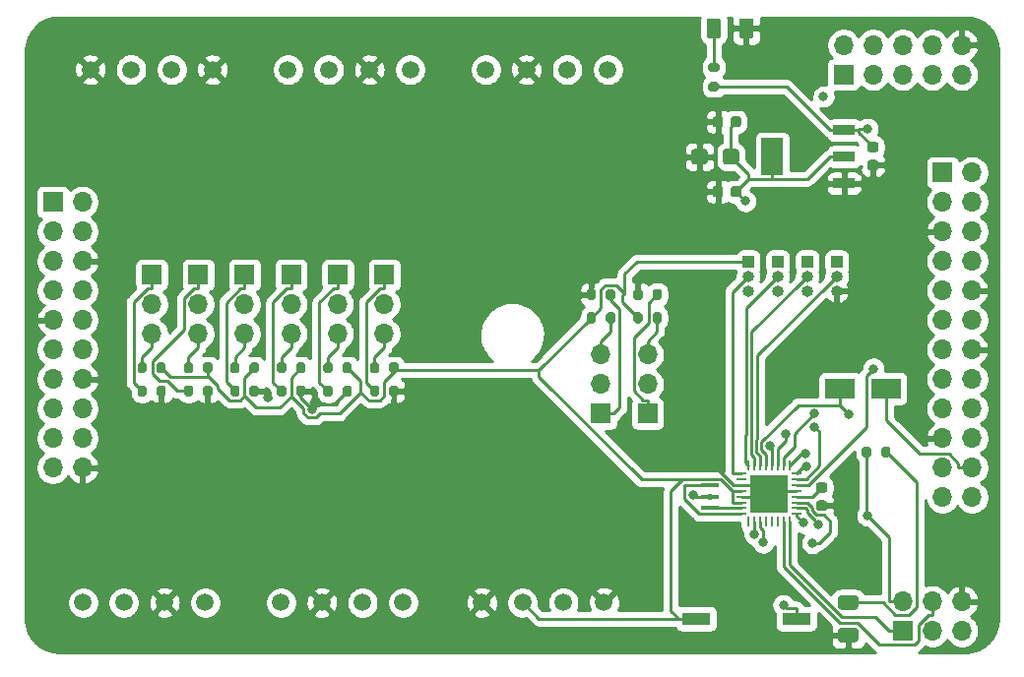
<source format=gbr>
%TF.GenerationSoftware,KiCad,Pcbnew,(5.1.10)-1*%
%TF.CreationDate,2022-03-21T18:44:10-04:00*%
%TF.ProjectId,RevA,52657641-2e6b-4696-9361-645f70636258,rev?*%
%TF.SameCoordinates,Original*%
%TF.FileFunction,Copper,L1,Top*%
%TF.FilePolarity,Positive*%
%FSLAX46Y46*%
G04 Gerber Fmt 4.6, Leading zero omitted, Abs format (unit mm)*
G04 Created by KiCad (PCBNEW (5.1.10)-1) date 2022-03-21 18:44:10*
%MOMM*%
%LPD*%
G01*
G04 APERTURE LIST*
%TA.AperFunction,ComponentPad*%
%ADD10R,1.700000X1.700000*%
%TD*%
%TA.AperFunction,ComponentPad*%
%ADD11O,1.700000X1.700000*%
%TD*%
%TA.AperFunction,SMDPad,CuDef*%
%ADD12R,1.840000X0.930000*%
%TD*%
%TA.AperFunction,SMDPad,CuDef*%
%ADD13R,1.840000X3.190000*%
%TD*%
%TA.AperFunction,SMDPad,CuDef*%
%ADD14R,2.500000X1.800000*%
%TD*%
%TA.AperFunction,ComponentPad*%
%ADD15O,1.000000X1.000000*%
%TD*%
%TA.AperFunction,ComponentPad*%
%ADD16R,1.000000X1.000000*%
%TD*%
%TA.AperFunction,ComponentPad*%
%ADD17C,1.498600*%
%TD*%
%TA.AperFunction,SMDPad,CuDef*%
%ADD18R,2.440000X1.120000*%
%TD*%
%TA.AperFunction,SMDPad,CuDef*%
%ADD19R,1.600000X0.300000*%
%TD*%
%TA.AperFunction,SMDPad,CuDef*%
%ADD20R,0.914400X0.254000*%
%TD*%
%TA.AperFunction,SMDPad,CuDef*%
%ADD21R,0.254000X0.914400*%
%TD*%
%TA.AperFunction,SMDPad,CuDef*%
%ADD22R,3.250000X3.250000*%
%TD*%
%TA.AperFunction,ViaPad*%
%ADD23C,0.800000*%
%TD*%
%TA.AperFunction,Conductor*%
%ADD24C,0.250000*%
%TD*%
%TA.AperFunction,Conductor*%
%ADD25C,0.254000*%
%TD*%
%TA.AperFunction,Conductor*%
%ADD26C,0.100000*%
%TD*%
G04 APERTURE END LIST*
%TO.P,C1,1*%
%TO.N,/VCC*%
%TA.AperFunction,SMDPad,CuDef*%
G36*
G01*
X233270000Y-81392600D02*
X233770000Y-81392600D01*
G75*
G02*
X233995000Y-81617600I0J-225000D01*
G01*
X233995000Y-82067600D01*
G75*
G02*
X233770000Y-82292600I-225000J0D01*
G01*
X233270000Y-82292600D01*
G75*
G02*
X233045000Y-82067600I0J225000D01*
G01*
X233045000Y-81617600D01*
G75*
G02*
X233270000Y-81392600I225000J0D01*
G01*
G37*
%TD.AperFunction*%
%TO.P,C1,2*%
%TO.N,/GND*%
%TA.AperFunction,SMDPad,CuDef*%
G36*
G01*
X233270000Y-82942600D02*
X233770000Y-82942600D01*
G75*
G02*
X233995000Y-83167600I0J-225000D01*
G01*
X233995000Y-83617600D01*
G75*
G02*
X233770000Y-83842600I-225000J0D01*
G01*
X233270000Y-83842600D01*
G75*
G02*
X233045000Y-83617600I0J225000D01*
G01*
X233045000Y-83167600D01*
G75*
G02*
X233270000Y-82942600I225000J0D01*
G01*
G37*
%TD.AperFunction*%
%TD*%
%TO.P,C2,2*%
%TO.N,/GND*%
%TA.AperFunction,SMDPad,CuDef*%
G36*
G01*
X220635000Y-79417600D02*
X220635000Y-79917600D01*
G75*
G02*
X220410000Y-80142600I-225000J0D01*
G01*
X219960000Y-80142600D01*
G75*
G02*
X219735000Y-79917600I0J225000D01*
G01*
X219735000Y-79417600D01*
G75*
G02*
X219960000Y-79192600I225000J0D01*
G01*
X220410000Y-79192600D01*
G75*
G02*
X220635000Y-79417600I0J-225000D01*
G01*
G37*
%TD.AperFunction*%
%TO.P,C2,1*%
%TO.N,/5v_regulator/5V*%
%TA.AperFunction,SMDPad,CuDef*%
G36*
G01*
X222185000Y-79417600D02*
X222185000Y-79917600D01*
G75*
G02*
X221960000Y-80142600I-225000J0D01*
G01*
X221510000Y-80142600D01*
G75*
G02*
X221285000Y-79917600I0J225000D01*
G01*
X221285000Y-79417600D01*
G75*
G02*
X221510000Y-79192600I225000J0D01*
G01*
X221960000Y-79192600D01*
G75*
G02*
X222185000Y-79417600I0J-225000D01*
G01*
G37*
%TD.AperFunction*%
%TD*%
%TO.P,C3,1*%
%TO.N,/5v_regulator/5V*%
%TA.AperFunction,SMDPad,CuDef*%
G36*
G01*
X222185000Y-85417600D02*
X222185000Y-85917600D01*
G75*
G02*
X221960000Y-86142600I-225000J0D01*
G01*
X221510000Y-86142600D01*
G75*
G02*
X221285000Y-85917600I0J225000D01*
G01*
X221285000Y-85417600D01*
G75*
G02*
X221510000Y-85192600I225000J0D01*
G01*
X221960000Y-85192600D01*
G75*
G02*
X222185000Y-85417600I0J-225000D01*
G01*
G37*
%TD.AperFunction*%
%TO.P,C3,2*%
%TO.N,/GND*%
%TA.AperFunction,SMDPad,CuDef*%
G36*
G01*
X220635000Y-85417600D02*
X220635000Y-85917600D01*
G75*
G02*
X220410000Y-86142600I-225000J0D01*
G01*
X219960000Y-86142600D01*
G75*
G02*
X219735000Y-85917600I0J225000D01*
G01*
X219735000Y-85417600D01*
G75*
G02*
X219960000Y-85192600I225000J0D01*
G01*
X220410000Y-85192600D01*
G75*
G02*
X220635000Y-85417600I0J-225000D01*
G01*
G37*
%TD.AperFunction*%
%TD*%
%TO.P,C4,2*%
%TO.N,/GND*%
%TA.AperFunction,SMDPad,CuDef*%
G36*
G01*
X219310000Y-82242599D02*
X219310000Y-83092601D01*
G75*
G02*
X219060001Y-83342600I-249999J0D01*
G01*
X218159999Y-83342600D01*
G75*
G02*
X217910000Y-83092601I0J249999D01*
G01*
X217910000Y-82242599D01*
G75*
G02*
X218159999Y-81992600I249999J0D01*
G01*
X219060001Y-81992600D01*
G75*
G02*
X219310000Y-82242599I0J-249999D01*
G01*
G37*
%TD.AperFunction*%
%TO.P,C4,1*%
%TO.N,/5v_regulator/5V*%
%TA.AperFunction,SMDPad,CuDef*%
G36*
G01*
X222010000Y-82242599D02*
X222010000Y-83092601D01*
G75*
G02*
X221760001Y-83342600I-249999J0D01*
G01*
X220859999Y-83342600D01*
G75*
G02*
X220610000Y-83092601I0J249999D01*
G01*
X220610000Y-82242599D01*
G75*
G02*
X220859999Y-81992600I249999J0D01*
G01*
X221760001Y-81992600D01*
G75*
G02*
X222010000Y-82242599I0J-249999D01*
G01*
G37*
%TD.AperFunction*%
%TD*%
%TO.P,D1,1*%
%TO.N,/GND*%
%TA.AperFunction,SMDPad,CuDef*%
G36*
G01*
X223259000Y-71003000D02*
X223259000Y-72253000D01*
G75*
G02*
X223009000Y-72503000I-250000J0D01*
G01*
X222259000Y-72503000D01*
G75*
G02*
X222009000Y-72253000I0J250000D01*
G01*
X222009000Y-71003000D01*
G75*
G02*
X222259000Y-70753000I250000J0D01*
G01*
X223009000Y-70753000D01*
G75*
G02*
X223259000Y-71003000I0J-250000D01*
G01*
G37*
%TD.AperFunction*%
%TO.P,D1,2*%
%TO.N,Net-(D1-Pad2)*%
%TA.AperFunction,SMDPad,CuDef*%
G36*
G01*
X220459000Y-71003000D02*
X220459000Y-72253000D01*
G75*
G02*
X220209000Y-72503000I-250000J0D01*
G01*
X219459000Y-72503000D01*
G75*
G02*
X219209000Y-72253000I0J250000D01*
G01*
X219209000Y-71003000D01*
G75*
G02*
X219459000Y-70753000I250000J0D01*
G01*
X220209000Y-70753000D01*
G75*
G02*
X220459000Y-71003000I0J-250000D01*
G01*
G37*
%TD.AperFunction*%
%TD*%
D10*
%TO.P,J1,1*%
%TO.N,/3.3V*%
X163000000Y-86570000D03*
D11*
%TO.P,J1,2*%
%TO.N,Net-(J1-Pad2)*%
X165540000Y-86570000D03*
%TO.P,J1,3*%
%TO.N,/I2C_Data*%
X163000000Y-89110000D03*
%TO.P,J1,4*%
%TO.N,Net-(J1-Pad4)*%
X165540000Y-89110000D03*
%TO.P,J1,5*%
%TO.N,/I2C_Clock*%
X163000000Y-91650000D03*
%TO.P,J1,6*%
%TO.N,/GND*%
X165540000Y-91650000D03*
%TO.P,J1,7*%
%TO.N,Net-(J1-Pad7)*%
X163000000Y-94190000D03*
%TO.P,J1,8*%
%TO.N,Net-(J1-Pad8)*%
X165540000Y-94190000D03*
%TO.P,J1,9*%
%TO.N,/GND*%
X163000000Y-96730000D03*
%TO.P,J1,10*%
%TO.N,Net-(J1-Pad10)*%
X165540000Y-96730000D03*
%TO.P,J1,11*%
%TO.N,Net-(J1-Pad11)*%
X163000000Y-99270000D03*
%TO.P,J1,12*%
%TO.N,Net-(J1-Pad12)*%
X165540000Y-99270000D03*
%TO.P,J1,13*%
%TO.N,Net-(J1-Pad13)*%
X163000000Y-101810000D03*
%TO.P,J1,14*%
%TO.N,/GND*%
X165540000Y-101810000D03*
%TO.P,J1,15*%
%TO.N,Net-(J1-Pad15)*%
X163000000Y-104350000D03*
%TO.P,J1,16*%
%TO.N,Net-(J1-Pad16)*%
X165540000Y-104350000D03*
%TO.P,J1,17*%
%TO.N,/3.3V*%
X163000000Y-106890000D03*
%TO.P,J1,18*%
%TO.N,Net-(J1-Pad18)*%
X165540000Y-106890000D03*
%TO.P,J1,19*%
%TO.N,Net-(J1-Pad19)*%
X163000000Y-109430000D03*
%TO.P,J1,20*%
%TO.N,/GND*%
X165540000Y-109430000D03*
%TD*%
D10*
%TO.P,J2,1*%
%TO.N,Net-(J2-Pad1)*%
X239500000Y-84030000D03*
D11*
%TO.P,J2,2*%
%TO.N,Net-(J2-Pad2)*%
X242040000Y-84030000D03*
%TO.P,J2,3*%
%TO.N,Net-(J2-Pad3)*%
X239500000Y-86570000D03*
%TO.P,J2,4*%
%TO.N,Net-(J2-Pad4)*%
X242040000Y-86570000D03*
%TO.P,J2,5*%
%TO.N,/GND*%
X239500000Y-89110000D03*
%TO.P,J2,6*%
%TO.N,Net-(J2-Pad6)*%
X242040000Y-89110000D03*
%TO.P,J2,7*%
%TO.N,Net-(J2-Pad7)*%
X239500000Y-91650000D03*
%TO.P,J2,8*%
%TO.N,Net-(J2-Pad8)*%
X242040000Y-91650000D03*
%TO.P,J2,9*%
%TO.N,Net-(J2-Pad9)*%
X239500000Y-94190000D03*
%TO.P,J2,10*%
%TO.N,/GND*%
X242040000Y-94190000D03*
%TO.P,J2,11*%
%TO.N,Net-(J2-Pad11)*%
X239500000Y-96730000D03*
%TO.P,J2,12*%
%TO.N,Net-(J2-Pad12)*%
X242040000Y-96730000D03*
%TO.P,J2,13*%
%TO.N,Net-(J2-Pad13)*%
X239500000Y-99270000D03*
%TO.P,J2,14*%
%TO.N,/GND*%
X242040000Y-99270000D03*
%TO.P,J2,15*%
%TO.N,Net-(J2-Pad15)*%
X239500000Y-101810000D03*
%TO.P,J2,16*%
%TO.N,Net-(J2-Pad16)*%
X242040000Y-101810000D03*
%TO.P,J2,17*%
%TO.N,Net-(J2-Pad17)*%
X239500000Y-104350000D03*
%TO.P,J2,18*%
%TO.N,Net-(J2-Pad18)*%
X242040000Y-104350000D03*
%TO.P,J2,19*%
%TO.N,/GND*%
X239500000Y-106890000D03*
%TO.P,J2,20*%
%TO.N,Net-(J2-Pad20)*%
X242040000Y-106890000D03*
%TO.P,J2,21*%
%TO.N,/Interconnect*%
X239500000Y-109430000D03*
%TO.P,J2,22*%
%TO.N,Net-(D3-Pad1)*%
X242040000Y-109430000D03*
%TO.P,J2,23*%
%TO.N,/VCC*%
X239500000Y-111970000D03*
%TO.P,J2,24*%
X242040000Y-111970000D03*
%TD*%
%TO.P,R9,1*%
%TO.N,/VCC*%
%TA.AperFunction,SMDPad,CuDef*%
G36*
G01*
X220112000Y-77044000D02*
X219562000Y-77044000D01*
G75*
G02*
X219362000Y-76844000I0J200000D01*
G01*
X219362000Y-76444000D01*
G75*
G02*
X219562000Y-76244000I200000J0D01*
G01*
X220112000Y-76244000D01*
G75*
G02*
X220312000Y-76444000I0J-200000D01*
G01*
X220312000Y-76844000D01*
G75*
G02*
X220112000Y-77044000I-200000J0D01*
G01*
G37*
%TD.AperFunction*%
%TO.P,R9,2*%
%TO.N,Net-(D1-Pad2)*%
%TA.AperFunction,SMDPad,CuDef*%
G36*
G01*
X220112000Y-75394000D02*
X219562000Y-75394000D01*
G75*
G02*
X219362000Y-75194000I0J200000D01*
G01*
X219362000Y-74794000D01*
G75*
G02*
X219562000Y-74594000I200000J0D01*
G01*
X220112000Y-74594000D01*
G75*
G02*
X220312000Y-74794000I0J-200000D01*
G01*
X220312000Y-75194000D01*
G75*
G02*
X220112000Y-75394000I-200000J0D01*
G01*
G37*
%TD.AperFunction*%
%TD*%
D12*
%TO.P,VR1,1*%
%TO.N,/GND*%
X231045000Y-84967600D03*
%TO.P,VR1,2*%
%TO.N,/5v_regulator/5V*%
X231045000Y-82667600D03*
%TO.P,VR1,3*%
%TO.N,/VCC*%
X231045000Y-80367600D03*
D13*
%TO.P,VR1,4*%
%TO.N,/5v_regulator/5V*%
X224875000Y-82667600D03*
%TD*%
%TO.P,C5,1*%
%TO.N,/GND*%
%TA.AperFunction,SMDPad,CuDef*%
G36*
G01*
X229366000Y-113137000D02*
X228866000Y-113137000D01*
G75*
G02*
X228641000Y-112912000I0J225000D01*
G01*
X228641000Y-112462000D01*
G75*
G02*
X228866000Y-112237000I225000J0D01*
G01*
X229366000Y-112237000D01*
G75*
G02*
X229591000Y-112462000I0J-225000D01*
G01*
X229591000Y-112912000D01*
G75*
G02*
X229366000Y-113137000I-225000J0D01*
G01*
G37*
%TD.AperFunction*%
%TO.P,C5,2*%
%TO.N,Net-(C5-Pad2)*%
%TA.AperFunction,SMDPad,CuDef*%
G36*
G01*
X229366000Y-111587000D02*
X228866000Y-111587000D01*
G75*
G02*
X228641000Y-111362000I0J225000D01*
G01*
X228641000Y-110912000D01*
G75*
G02*
X228866000Y-110687000I225000J0D01*
G01*
X229366000Y-110687000D01*
G75*
G02*
X229591000Y-110912000I0J-225000D01*
G01*
X229591000Y-111362000D01*
G75*
G02*
X229366000Y-111587000I-225000J0D01*
G01*
G37*
%TD.AperFunction*%
%TD*%
%TO.P,D2,1*%
%TO.N,/GND*%
%TA.AperFunction,SMDPad,CuDef*%
G36*
G01*
X232019000Y-124453000D02*
X230769000Y-124453000D01*
G75*
G02*
X230519000Y-124203000I0J250000D01*
G01*
X230519000Y-123453000D01*
G75*
G02*
X230769000Y-123203000I250000J0D01*
G01*
X232019000Y-123203000D01*
G75*
G02*
X232269000Y-123453000I0J-250000D01*
G01*
X232269000Y-124203000D01*
G75*
G02*
X232019000Y-124453000I-250000J0D01*
G01*
G37*
%TD.AperFunction*%
%TO.P,D2,2*%
%TO.N,Net-(D2-Pad2)*%
%TA.AperFunction,SMDPad,CuDef*%
G36*
G01*
X232019000Y-121653000D02*
X230769000Y-121653000D01*
G75*
G02*
X230519000Y-121403000I0J250000D01*
G01*
X230519000Y-120653000D01*
G75*
G02*
X230769000Y-120403000I250000J0D01*
G01*
X232019000Y-120403000D01*
G75*
G02*
X232269000Y-120653000I0J-250000D01*
G01*
X232269000Y-121403000D01*
G75*
G02*
X232019000Y-121653000I-250000J0D01*
G01*
G37*
%TD.AperFunction*%
%TD*%
D14*
%TO.P,D3,2*%
%TO.N,/Reset*%
X230664000Y-102616000D03*
%TO.P,D3,1*%
%TO.N,Net-(D3-Pad1)*%
X234664000Y-102616000D03*
%TD*%
D15*
%TO.P,J3,3*%
%TO.N,/GND*%
X230410000Y-94234000D03*
%TO.P,J3,2*%
%TO.N,/Arduino/D0*%
X230410000Y-92964000D03*
D16*
%TO.P,J3,1*%
%TO.N,/5V*%
X230410000Y-91694000D03*
%TD*%
%TO.P,J4,1*%
%TO.N,/5V*%
X227870000Y-91694000D03*
D15*
%TO.P,J4,2*%
%TO.N,/Arduino/D1*%
X227870000Y-92964000D03*
%TO.P,J4,3*%
%TO.N,/GND*%
X227870000Y-94234000D03*
%TD*%
%TO.P,J5,3*%
%TO.N,/GND*%
X225330000Y-94234000D03*
%TO.P,J5,2*%
%TO.N,/Arduino/D2*%
X225330000Y-92964000D03*
D16*
%TO.P,J5,1*%
%TO.N,/5V*%
X225330000Y-91694000D03*
%TD*%
D17*
%TO.P,J6,4*%
%TO.N,/5V*%
X200223998Y-75180000D03*
%TO.P,J6,3*%
%TO.N,/GND*%
X203723999Y-75180000D03*
%TO.P,J6,2*%
%TO.N,/A0*%
X207223999Y-75180000D03*
%TO.P,J6,1*%
%TO.N,/5V*%
X210724000Y-75180000D03*
%TD*%
%TO.P,J7,4*%
%TO.N,/A2*%
X183223998Y-75180000D03*
%TO.P,J7,3*%
%TO.N,/5V*%
X186723999Y-75180000D03*
%TO.P,J7,2*%
%TO.N,/GND*%
X190223999Y-75180000D03*
%TO.P,J7,1*%
%TO.N,/A1*%
X193724000Y-75180000D03*
%TD*%
%TO.P,J8,1*%
%TO.N,/GND*%
X176724000Y-75180000D03*
%TO.P,J8,2*%
%TO.N,/5V*%
X173223999Y-75180000D03*
%TO.P,J8,3*%
%TO.N,/A3*%
X169723999Y-75180000D03*
%TO.P,J8,4*%
%TO.N,/GND*%
X166223998Y-75180000D03*
%TD*%
%TO.P,J9,1*%
%TO.N,/5V*%
X165608000Y-121031000D03*
%TO.P,J9,2*%
%TO.N,/A4*%
X169108001Y-121031000D03*
%TO.P,J9,3*%
%TO.N,/GND*%
X172608001Y-121031000D03*
%TO.P,J9,4*%
%TO.N,/5V*%
X176108002Y-121031000D03*
%TD*%
%TO.P,J10,1*%
%TO.N,/A5*%
X182626000Y-121031000D03*
%TO.P,J10,2*%
%TO.N,/GND*%
X186126001Y-121031000D03*
%TO.P,J10,3*%
%TO.N,/5V*%
X189626001Y-121031000D03*
%TO.P,J10,4*%
%TO.N,/A6*%
X193126002Y-121031000D03*
%TD*%
%TO.P,J11,4*%
%TO.N,/GND*%
X210398002Y-121031000D03*
%TO.P,J11,3*%
%TO.N,/A7*%
X206898001Y-121031000D03*
%TO.P,J11,2*%
%TO.N,/5V*%
X203398001Y-121031000D03*
%TO.P,J11,1*%
%TO.N,/GND*%
X199898000Y-121031000D03*
%TD*%
D10*
%TO.P,J12,1*%
%TO.N,/5V*%
X231000000Y-75600000D03*
D11*
%TO.P,J12,2*%
%TO.N,/A0*%
X231000000Y-73060000D03*
%TO.P,J12,3*%
%TO.N,/A1*%
X233540000Y-75600000D03*
%TO.P,J12,4*%
%TO.N,/A2*%
X233540000Y-73060000D03*
%TO.P,J12,5*%
%TO.N,/A3*%
X236080000Y-75600000D03*
%TO.P,J12,6*%
%TO.N,/A4*%
X236080000Y-73060000D03*
%TO.P,J12,7*%
%TO.N,/A5*%
X238620000Y-75600000D03*
%TO.P,J12,8*%
%TO.N,/A6*%
X238620000Y-73060000D03*
%TO.P,J12,9*%
%TO.N,/A7*%
X241160000Y-75600000D03*
%TO.P,J12,10*%
%TO.N,/GND*%
X241160000Y-73060000D03*
%TD*%
%TO.P,J13,3*%
%TO.N,Net-(J13-Pad3)*%
X171497000Y-97913000D03*
%TO.P,J13,2*%
%TO.N,/A0*%
X171497000Y-95373000D03*
D10*
%TO.P,J13,1*%
%TO.N,Net-(J13-Pad1)*%
X171497000Y-92833000D03*
%TD*%
%TO.P,J14,1*%
%TO.N,Net-(J14-Pad1)*%
X175497000Y-92833000D03*
D11*
%TO.P,J14,2*%
%TO.N,/A1*%
X175497000Y-95373000D03*
%TO.P,J14,3*%
%TO.N,Net-(J14-Pad3)*%
X175497000Y-97913000D03*
%TD*%
%TO.P,J15,3*%
%TO.N,Net-(J15-Pad3)*%
X179497000Y-97913000D03*
%TO.P,J15,2*%
%TO.N,/A2*%
X179497000Y-95373000D03*
D10*
%TO.P,J15,1*%
%TO.N,Net-(J15-Pad1)*%
X179497000Y-92833000D03*
%TD*%
%TO.P,J16,1*%
%TO.N,Net-(J16-Pad1)*%
X183497000Y-92833000D03*
D11*
%TO.P,J16,2*%
%TO.N,/A3*%
X183497000Y-95373000D03*
%TO.P,J16,3*%
%TO.N,Net-(J16-Pad3)*%
X183497000Y-97913000D03*
%TD*%
%TO.P,J17,3*%
%TO.N,Net-(J17-Pad3)*%
X187497000Y-97913000D03*
%TO.P,J17,2*%
%TO.N,/A4*%
X187497000Y-95373000D03*
D10*
%TO.P,J17,1*%
%TO.N,Net-(J17-Pad1)*%
X187497000Y-92833000D03*
%TD*%
%TO.P,J18,1*%
%TO.N,Net-(J18-Pad1)*%
X191497000Y-92833000D03*
D11*
%TO.P,J18,2*%
%TO.N,/A5*%
X191497000Y-95373000D03*
%TO.P,J18,3*%
%TO.N,Net-(J18-Pad3)*%
X191497000Y-97913000D03*
%TD*%
%TO.P,J19,3*%
%TO.N,Net-(J19-Pad3)*%
X214143000Y-99699000D03*
%TO.P,J19,2*%
%TO.N,/A6*%
X214143000Y-102239000D03*
D10*
%TO.P,J19,1*%
%TO.N,Net-(J19-Pad1)*%
X214143000Y-104779000D03*
%TD*%
%TO.P,J20,1*%
%TO.N,Net-(J20-Pad1)*%
X210143000Y-104779000D03*
D11*
%TO.P,J20,2*%
%TO.N,/A7*%
X210143000Y-102239000D03*
%TO.P,J20,3*%
%TO.N,Net-(J20-Pad3)*%
X210143000Y-99699000D03*
%TD*%
D10*
%TO.P,J21,1*%
%TO.N,/Arduino/MISO*%
X236093000Y-123469000D03*
D11*
%TO.P,J21,2*%
%TO.N,/5V*%
X236093000Y-120929000D03*
%TO.P,J21,3*%
%TO.N,/Arduino/SCK*%
X238633000Y-123469000D03*
%TO.P,J21,4*%
%TO.N,/Arduino/MOSI*%
X238633000Y-120929000D03*
%TO.P,J21,5*%
%TO.N,/Reset*%
X241173000Y-123469000D03*
%TO.P,J21,6*%
%TO.N,/GND*%
X241173000Y-120929000D03*
%TD*%
D16*
%TO.P,J22,1*%
%TO.N,/5V*%
X222790000Y-91694000D03*
D15*
%TO.P,J22,2*%
%TO.N,/Arduino/D3*%
X222790000Y-92964000D03*
%TO.P,J22,3*%
%TO.N,/GND*%
X222790000Y-94234000D03*
%TD*%
%TO.P,R1,1*%
%TO.N,Net-(J13-Pad3)*%
%TA.AperFunction,SMDPad,CuDef*%
G36*
G01*
X170272000Y-101108000D02*
X170272000Y-100558000D01*
G75*
G02*
X170472000Y-100358000I200000J0D01*
G01*
X170872000Y-100358000D01*
G75*
G02*
X171072000Y-100558000I0J-200000D01*
G01*
X171072000Y-101108000D01*
G75*
G02*
X170872000Y-101308000I-200000J0D01*
G01*
X170472000Y-101308000D01*
G75*
G02*
X170272000Y-101108000I0J200000D01*
G01*
G37*
%TD.AperFunction*%
%TO.P,R1,2*%
%TO.N,/5V*%
%TA.AperFunction,SMDPad,CuDef*%
G36*
G01*
X171922000Y-101108000D02*
X171922000Y-100558000D01*
G75*
G02*
X172122000Y-100358000I200000J0D01*
G01*
X172522000Y-100358000D01*
G75*
G02*
X172722000Y-100558000I0J-200000D01*
G01*
X172722000Y-101108000D01*
G75*
G02*
X172522000Y-101308000I-200000J0D01*
G01*
X172122000Y-101308000D01*
G75*
G02*
X171922000Y-101108000I0J200000D01*
G01*
G37*
%TD.AperFunction*%
%TD*%
%TO.P,R2,2*%
%TO.N,/GND*%
%TA.AperFunction,SMDPad,CuDef*%
G36*
G01*
X171922000Y-103108000D02*
X171922000Y-102558000D01*
G75*
G02*
X172122000Y-102358000I200000J0D01*
G01*
X172522000Y-102358000D01*
G75*
G02*
X172722000Y-102558000I0J-200000D01*
G01*
X172722000Y-103108000D01*
G75*
G02*
X172522000Y-103308000I-200000J0D01*
G01*
X172122000Y-103308000D01*
G75*
G02*
X171922000Y-103108000I0J200000D01*
G01*
G37*
%TD.AperFunction*%
%TO.P,R2,1*%
%TO.N,Net-(J13-Pad1)*%
%TA.AperFunction,SMDPad,CuDef*%
G36*
G01*
X170272000Y-103108000D02*
X170272000Y-102558000D01*
G75*
G02*
X170472000Y-102358000I200000J0D01*
G01*
X170872000Y-102358000D01*
G75*
G02*
X171072000Y-102558000I0J-200000D01*
G01*
X171072000Y-103108000D01*
G75*
G02*
X170872000Y-103308000I-200000J0D01*
G01*
X170472000Y-103308000D01*
G75*
G02*
X170272000Y-103108000I0J200000D01*
G01*
G37*
%TD.AperFunction*%
%TD*%
%TO.P,R3,2*%
%TO.N,/5V*%
%TA.AperFunction,SMDPad,CuDef*%
G36*
G01*
X175922000Y-101108000D02*
X175922000Y-100558000D01*
G75*
G02*
X176122000Y-100358000I200000J0D01*
G01*
X176522000Y-100358000D01*
G75*
G02*
X176722000Y-100558000I0J-200000D01*
G01*
X176722000Y-101108000D01*
G75*
G02*
X176522000Y-101308000I-200000J0D01*
G01*
X176122000Y-101308000D01*
G75*
G02*
X175922000Y-101108000I0J200000D01*
G01*
G37*
%TD.AperFunction*%
%TO.P,R3,1*%
%TO.N,Net-(J14-Pad3)*%
%TA.AperFunction,SMDPad,CuDef*%
G36*
G01*
X174272000Y-101108000D02*
X174272000Y-100558000D01*
G75*
G02*
X174472000Y-100358000I200000J0D01*
G01*
X174872000Y-100358000D01*
G75*
G02*
X175072000Y-100558000I0J-200000D01*
G01*
X175072000Y-101108000D01*
G75*
G02*
X174872000Y-101308000I-200000J0D01*
G01*
X174472000Y-101308000D01*
G75*
G02*
X174272000Y-101108000I0J200000D01*
G01*
G37*
%TD.AperFunction*%
%TD*%
%TO.P,R4,1*%
%TO.N,Net-(J14-Pad1)*%
%TA.AperFunction,SMDPad,CuDef*%
G36*
G01*
X174272000Y-103108000D02*
X174272000Y-102558000D01*
G75*
G02*
X174472000Y-102358000I200000J0D01*
G01*
X174872000Y-102358000D01*
G75*
G02*
X175072000Y-102558000I0J-200000D01*
G01*
X175072000Y-103108000D01*
G75*
G02*
X174872000Y-103308000I-200000J0D01*
G01*
X174472000Y-103308000D01*
G75*
G02*
X174272000Y-103108000I0J200000D01*
G01*
G37*
%TD.AperFunction*%
%TO.P,R4,2*%
%TO.N,/GND*%
%TA.AperFunction,SMDPad,CuDef*%
G36*
G01*
X175922000Y-103108000D02*
X175922000Y-102558000D01*
G75*
G02*
X176122000Y-102358000I200000J0D01*
G01*
X176522000Y-102358000D01*
G75*
G02*
X176722000Y-102558000I0J-200000D01*
G01*
X176722000Y-103108000D01*
G75*
G02*
X176522000Y-103308000I-200000J0D01*
G01*
X176122000Y-103308000D01*
G75*
G02*
X175922000Y-103108000I0J200000D01*
G01*
G37*
%TD.AperFunction*%
%TD*%
%TO.P,R5,1*%
%TO.N,Net-(J15-Pad3)*%
%TA.AperFunction,SMDPad,CuDef*%
G36*
G01*
X178272000Y-101108000D02*
X178272000Y-100558000D01*
G75*
G02*
X178472000Y-100358000I200000J0D01*
G01*
X178872000Y-100358000D01*
G75*
G02*
X179072000Y-100558000I0J-200000D01*
G01*
X179072000Y-101108000D01*
G75*
G02*
X178872000Y-101308000I-200000J0D01*
G01*
X178472000Y-101308000D01*
G75*
G02*
X178272000Y-101108000I0J200000D01*
G01*
G37*
%TD.AperFunction*%
%TO.P,R5,2*%
%TO.N,/5V*%
%TA.AperFunction,SMDPad,CuDef*%
G36*
G01*
X179922000Y-101108000D02*
X179922000Y-100558000D01*
G75*
G02*
X180122000Y-100358000I200000J0D01*
G01*
X180522000Y-100358000D01*
G75*
G02*
X180722000Y-100558000I0J-200000D01*
G01*
X180722000Y-101108000D01*
G75*
G02*
X180522000Y-101308000I-200000J0D01*
G01*
X180122000Y-101308000D01*
G75*
G02*
X179922000Y-101108000I0J200000D01*
G01*
G37*
%TD.AperFunction*%
%TD*%
%TO.P,R6,2*%
%TO.N,/GND*%
%TA.AperFunction,SMDPad,CuDef*%
G36*
G01*
X179922000Y-103108000D02*
X179922000Y-102558000D01*
G75*
G02*
X180122000Y-102358000I200000J0D01*
G01*
X180522000Y-102358000D01*
G75*
G02*
X180722000Y-102558000I0J-200000D01*
G01*
X180722000Y-103108000D01*
G75*
G02*
X180522000Y-103308000I-200000J0D01*
G01*
X180122000Y-103308000D01*
G75*
G02*
X179922000Y-103108000I0J200000D01*
G01*
G37*
%TD.AperFunction*%
%TO.P,R6,1*%
%TO.N,Net-(J15-Pad1)*%
%TA.AperFunction,SMDPad,CuDef*%
G36*
G01*
X178272000Y-103108000D02*
X178272000Y-102558000D01*
G75*
G02*
X178472000Y-102358000I200000J0D01*
G01*
X178872000Y-102358000D01*
G75*
G02*
X179072000Y-102558000I0J-200000D01*
G01*
X179072000Y-103108000D01*
G75*
G02*
X178872000Y-103308000I-200000J0D01*
G01*
X178472000Y-103308000D01*
G75*
G02*
X178272000Y-103108000I0J200000D01*
G01*
G37*
%TD.AperFunction*%
%TD*%
%TO.P,R7,2*%
%TO.N,/5V*%
%TA.AperFunction,SMDPad,CuDef*%
G36*
G01*
X183922000Y-101108000D02*
X183922000Y-100558000D01*
G75*
G02*
X184122000Y-100358000I200000J0D01*
G01*
X184522000Y-100358000D01*
G75*
G02*
X184722000Y-100558000I0J-200000D01*
G01*
X184722000Y-101108000D01*
G75*
G02*
X184522000Y-101308000I-200000J0D01*
G01*
X184122000Y-101308000D01*
G75*
G02*
X183922000Y-101108000I0J200000D01*
G01*
G37*
%TD.AperFunction*%
%TO.P,R7,1*%
%TO.N,Net-(J16-Pad3)*%
%TA.AperFunction,SMDPad,CuDef*%
G36*
G01*
X182272000Y-101108000D02*
X182272000Y-100558000D01*
G75*
G02*
X182472000Y-100358000I200000J0D01*
G01*
X182872000Y-100358000D01*
G75*
G02*
X183072000Y-100558000I0J-200000D01*
G01*
X183072000Y-101108000D01*
G75*
G02*
X182872000Y-101308000I-200000J0D01*
G01*
X182472000Y-101308000D01*
G75*
G02*
X182272000Y-101108000I0J200000D01*
G01*
G37*
%TD.AperFunction*%
%TD*%
%TO.P,R8,1*%
%TO.N,Net-(J16-Pad1)*%
%TA.AperFunction,SMDPad,CuDef*%
G36*
G01*
X182272000Y-103108000D02*
X182272000Y-102558000D01*
G75*
G02*
X182472000Y-102358000I200000J0D01*
G01*
X182872000Y-102358000D01*
G75*
G02*
X183072000Y-102558000I0J-200000D01*
G01*
X183072000Y-103108000D01*
G75*
G02*
X182872000Y-103308000I-200000J0D01*
G01*
X182472000Y-103308000D01*
G75*
G02*
X182272000Y-103108000I0J200000D01*
G01*
G37*
%TD.AperFunction*%
%TO.P,R8,2*%
%TO.N,/GND*%
%TA.AperFunction,SMDPad,CuDef*%
G36*
G01*
X183922000Y-103108000D02*
X183922000Y-102558000D01*
G75*
G02*
X184122000Y-102358000I200000J0D01*
G01*
X184522000Y-102358000D01*
G75*
G02*
X184722000Y-102558000I0J-200000D01*
G01*
X184722000Y-103108000D01*
G75*
G02*
X184522000Y-103308000I-200000J0D01*
G01*
X184122000Y-103308000D01*
G75*
G02*
X183922000Y-103108000I0J200000D01*
G01*
G37*
%TD.AperFunction*%
%TD*%
%TO.P,R10,1*%
%TO.N,Net-(J17-Pad3)*%
%TA.AperFunction,SMDPad,CuDef*%
G36*
G01*
X186272000Y-101108000D02*
X186272000Y-100558000D01*
G75*
G02*
X186472000Y-100358000I200000J0D01*
G01*
X186872000Y-100358000D01*
G75*
G02*
X187072000Y-100558000I0J-200000D01*
G01*
X187072000Y-101108000D01*
G75*
G02*
X186872000Y-101308000I-200000J0D01*
G01*
X186472000Y-101308000D01*
G75*
G02*
X186272000Y-101108000I0J200000D01*
G01*
G37*
%TD.AperFunction*%
%TO.P,R10,2*%
%TO.N,/5V*%
%TA.AperFunction,SMDPad,CuDef*%
G36*
G01*
X187922000Y-101108000D02*
X187922000Y-100558000D01*
G75*
G02*
X188122000Y-100358000I200000J0D01*
G01*
X188522000Y-100358000D01*
G75*
G02*
X188722000Y-100558000I0J-200000D01*
G01*
X188722000Y-101108000D01*
G75*
G02*
X188522000Y-101308000I-200000J0D01*
G01*
X188122000Y-101308000D01*
G75*
G02*
X187922000Y-101108000I0J200000D01*
G01*
G37*
%TD.AperFunction*%
%TD*%
%TO.P,R11,1*%
%TO.N,Net-(J17-Pad1)*%
%TA.AperFunction,SMDPad,CuDef*%
G36*
G01*
X186272000Y-103108000D02*
X186272000Y-102558000D01*
G75*
G02*
X186472000Y-102358000I200000J0D01*
G01*
X186872000Y-102358000D01*
G75*
G02*
X187072000Y-102558000I0J-200000D01*
G01*
X187072000Y-103108000D01*
G75*
G02*
X186872000Y-103308000I-200000J0D01*
G01*
X186472000Y-103308000D01*
G75*
G02*
X186272000Y-103108000I0J200000D01*
G01*
G37*
%TD.AperFunction*%
%TO.P,R11,2*%
%TO.N,/GND*%
%TA.AperFunction,SMDPad,CuDef*%
G36*
G01*
X187922000Y-103108000D02*
X187922000Y-102558000D01*
G75*
G02*
X188122000Y-102358000I200000J0D01*
G01*
X188522000Y-102358000D01*
G75*
G02*
X188722000Y-102558000I0J-200000D01*
G01*
X188722000Y-103108000D01*
G75*
G02*
X188522000Y-103308000I-200000J0D01*
G01*
X188122000Y-103308000D01*
G75*
G02*
X187922000Y-103108000I0J200000D01*
G01*
G37*
%TD.AperFunction*%
%TD*%
%TO.P,R12,2*%
%TO.N,/5V*%
%TA.AperFunction,SMDPad,CuDef*%
G36*
G01*
X191922000Y-101108000D02*
X191922000Y-100558000D01*
G75*
G02*
X192122000Y-100358000I200000J0D01*
G01*
X192522000Y-100358000D01*
G75*
G02*
X192722000Y-100558000I0J-200000D01*
G01*
X192722000Y-101108000D01*
G75*
G02*
X192522000Y-101308000I-200000J0D01*
G01*
X192122000Y-101308000D01*
G75*
G02*
X191922000Y-101108000I0J200000D01*
G01*
G37*
%TD.AperFunction*%
%TO.P,R12,1*%
%TO.N,Net-(J18-Pad3)*%
%TA.AperFunction,SMDPad,CuDef*%
G36*
G01*
X190272000Y-101108000D02*
X190272000Y-100558000D01*
G75*
G02*
X190472000Y-100358000I200000J0D01*
G01*
X190872000Y-100358000D01*
G75*
G02*
X191072000Y-100558000I0J-200000D01*
G01*
X191072000Y-101108000D01*
G75*
G02*
X190872000Y-101308000I-200000J0D01*
G01*
X190472000Y-101308000D01*
G75*
G02*
X190272000Y-101108000I0J200000D01*
G01*
G37*
%TD.AperFunction*%
%TD*%
%TO.P,R13,1*%
%TO.N,Net-(J18-Pad1)*%
%TA.AperFunction,SMDPad,CuDef*%
G36*
G01*
X190272000Y-103108000D02*
X190272000Y-102558000D01*
G75*
G02*
X190472000Y-102358000I200000J0D01*
G01*
X190872000Y-102358000D01*
G75*
G02*
X191072000Y-102558000I0J-200000D01*
G01*
X191072000Y-103108000D01*
G75*
G02*
X190872000Y-103308000I-200000J0D01*
G01*
X190472000Y-103308000D01*
G75*
G02*
X190272000Y-103108000I0J200000D01*
G01*
G37*
%TD.AperFunction*%
%TO.P,R13,2*%
%TO.N,/GND*%
%TA.AperFunction,SMDPad,CuDef*%
G36*
G01*
X191922000Y-103108000D02*
X191922000Y-102558000D01*
G75*
G02*
X192122000Y-102358000I200000J0D01*
G01*
X192522000Y-102358000D01*
G75*
G02*
X192722000Y-102558000I0J-200000D01*
G01*
X192722000Y-103108000D01*
G75*
G02*
X192522000Y-103308000I-200000J0D01*
G01*
X192122000Y-103308000D01*
G75*
G02*
X191922000Y-103108000I0J200000D01*
G01*
G37*
%TD.AperFunction*%
%TD*%
%TO.P,R14,2*%
%TO.N,/5V*%
%TA.AperFunction,SMDPad,CuDef*%
G36*
G01*
X213718000Y-96250000D02*
X213718000Y-96800000D01*
G75*
G02*
X213518000Y-97000000I-200000J0D01*
G01*
X213118000Y-97000000D01*
G75*
G02*
X212918000Y-96800000I0J200000D01*
G01*
X212918000Y-96250000D01*
G75*
G02*
X213118000Y-96050000I200000J0D01*
G01*
X213518000Y-96050000D01*
G75*
G02*
X213718000Y-96250000I0J-200000D01*
G01*
G37*
%TD.AperFunction*%
%TO.P,R14,1*%
%TO.N,Net-(J19-Pad3)*%
%TA.AperFunction,SMDPad,CuDef*%
G36*
G01*
X215368000Y-96250000D02*
X215368000Y-96800000D01*
G75*
G02*
X215168000Y-97000000I-200000J0D01*
G01*
X214768000Y-97000000D01*
G75*
G02*
X214568000Y-96800000I0J200000D01*
G01*
X214568000Y-96250000D01*
G75*
G02*
X214768000Y-96050000I200000J0D01*
G01*
X215168000Y-96050000D01*
G75*
G02*
X215368000Y-96250000I0J-200000D01*
G01*
G37*
%TD.AperFunction*%
%TD*%
%TO.P,R15,1*%
%TO.N,Net-(J19-Pad1)*%
%TA.AperFunction,SMDPad,CuDef*%
G36*
G01*
X215368000Y-94250000D02*
X215368000Y-94800000D01*
G75*
G02*
X215168000Y-95000000I-200000J0D01*
G01*
X214768000Y-95000000D01*
G75*
G02*
X214568000Y-94800000I0J200000D01*
G01*
X214568000Y-94250000D01*
G75*
G02*
X214768000Y-94050000I200000J0D01*
G01*
X215168000Y-94050000D01*
G75*
G02*
X215368000Y-94250000I0J-200000D01*
G01*
G37*
%TD.AperFunction*%
%TO.P,R15,2*%
%TO.N,/GND*%
%TA.AperFunction,SMDPad,CuDef*%
G36*
G01*
X213718000Y-94250000D02*
X213718000Y-94800000D01*
G75*
G02*
X213518000Y-95000000I-200000J0D01*
G01*
X213118000Y-95000000D01*
G75*
G02*
X212918000Y-94800000I0J200000D01*
G01*
X212918000Y-94250000D01*
G75*
G02*
X213118000Y-94050000I200000J0D01*
G01*
X213518000Y-94050000D01*
G75*
G02*
X213718000Y-94250000I0J-200000D01*
G01*
G37*
%TD.AperFunction*%
%TD*%
%TO.P,R16,2*%
%TO.N,/5V*%
%TA.AperFunction,SMDPad,CuDef*%
G36*
G01*
X209718000Y-96250000D02*
X209718000Y-96800000D01*
G75*
G02*
X209518000Y-97000000I-200000J0D01*
G01*
X209118000Y-97000000D01*
G75*
G02*
X208918000Y-96800000I0J200000D01*
G01*
X208918000Y-96250000D01*
G75*
G02*
X209118000Y-96050000I200000J0D01*
G01*
X209518000Y-96050000D01*
G75*
G02*
X209718000Y-96250000I0J-200000D01*
G01*
G37*
%TD.AperFunction*%
%TO.P,R16,1*%
%TO.N,Net-(J20-Pad3)*%
%TA.AperFunction,SMDPad,CuDef*%
G36*
G01*
X211368000Y-96250000D02*
X211368000Y-96800000D01*
G75*
G02*
X211168000Y-97000000I-200000J0D01*
G01*
X210768000Y-97000000D01*
G75*
G02*
X210568000Y-96800000I0J200000D01*
G01*
X210568000Y-96250000D01*
G75*
G02*
X210768000Y-96050000I200000J0D01*
G01*
X211168000Y-96050000D01*
G75*
G02*
X211368000Y-96250000I0J-200000D01*
G01*
G37*
%TD.AperFunction*%
%TD*%
%TO.P,R17,2*%
%TO.N,/GND*%
%TA.AperFunction,SMDPad,CuDef*%
G36*
G01*
X209718000Y-94250000D02*
X209718000Y-94800000D01*
G75*
G02*
X209518000Y-95000000I-200000J0D01*
G01*
X209118000Y-95000000D01*
G75*
G02*
X208918000Y-94800000I0J200000D01*
G01*
X208918000Y-94250000D01*
G75*
G02*
X209118000Y-94050000I200000J0D01*
G01*
X209518000Y-94050000D01*
G75*
G02*
X209718000Y-94250000I0J-200000D01*
G01*
G37*
%TD.AperFunction*%
%TO.P,R17,1*%
%TO.N,Net-(J20-Pad1)*%
%TA.AperFunction,SMDPad,CuDef*%
G36*
G01*
X211368000Y-94250000D02*
X211368000Y-94800000D01*
G75*
G02*
X211168000Y-95000000I-200000J0D01*
G01*
X210768000Y-95000000D01*
G75*
G02*
X210568000Y-94800000I0J200000D01*
G01*
X210568000Y-94250000D01*
G75*
G02*
X210768000Y-94050000I200000J0D01*
G01*
X211168000Y-94050000D01*
G75*
G02*
X211368000Y-94250000I0J-200000D01*
G01*
G37*
%TD.AperFunction*%
%TD*%
D18*
%TO.P,SW1,1*%
%TO.N,/5V*%
X218326000Y-122428000D03*
%TO.P,SW1,2*%
%TO.N,/5v_regulator/5V*%
X226936000Y-122428000D03*
%TD*%
D19*
%TO.P,Y1,1*%
%TO.N,Net-(U1-Pad7)*%
X219464000Y-112862000D03*
%TO.P,Y1,2*%
%TO.N,/GND*%
X219464000Y-111912000D03*
%TO.P,Y1,3*%
%TO.N,Net-(U1-Pad8)*%
X219464000Y-110962000D03*
%TD*%
D20*
%TO.P,U1,1*%
%TO.N,/Arduino/D3*%
X222194700Y-109908001D03*
%TO.P,U1,2*%
%TO.N,Net-(U1-Pad2)*%
X222194700Y-110408000D03*
%TO.P,U1,3*%
%TO.N,/GND*%
X222194700Y-110907999D03*
%TO.P,U1,4*%
%TO.N,/5V*%
X222194700Y-111408000D03*
%TO.P,U1,5*%
%TO.N,/GND*%
X222194700Y-111908000D03*
%TO.P,U1,6*%
%TO.N,/5V*%
X222194700Y-112408001D03*
%TO.P,U1,7*%
%TO.N,Net-(U1-Pad7)*%
X222194700Y-112908000D03*
%TO.P,U1,8*%
%TO.N,Net-(U1-Pad8)*%
X222194700Y-113407999D03*
D21*
%TO.P,U1,9*%
%TO.N,Net-(U1-Pad9)*%
X222845001Y-114058300D03*
%TO.P,U1,10*%
%TO.N,/A6*%
X223345000Y-114058300D03*
%TO.P,U1,11*%
%TO.N,/A7*%
X223844999Y-114058300D03*
%TO.P,U1,12*%
%TO.N,Net-(U1-Pad12)*%
X224345000Y-114058300D03*
%TO.P,U1,13*%
%TO.N,Net-(U1-Pad13)*%
X224845000Y-114058300D03*
%TO.P,U1,14*%
%TO.N,Net-(U1-Pad14)*%
X225345001Y-114058300D03*
%TO.P,U1,15*%
%TO.N,/Arduino/MOSI*%
X225845000Y-114058300D03*
%TO.P,U1,16*%
%TO.N,/Arduino/MISO*%
X226344999Y-114058300D03*
D20*
%TO.P,U1,17*%
%TO.N,/Arduino/SCK*%
X226995300Y-113407999D03*
%TO.P,U1,18*%
%TO.N,/5V*%
X226995300Y-112908000D03*
%TO.P,U1,19*%
%TO.N,/A4*%
X226995300Y-112408001D03*
%TO.P,U1,20*%
%TO.N,Net-(C5-Pad2)*%
X226995300Y-111908000D03*
%TO.P,U1,21*%
%TO.N,/GND*%
X226995300Y-111408000D03*
%TO.P,U1,22*%
%TO.N,/A5*%
X226995300Y-110907999D03*
%TO.P,U1,23*%
%TO.N,/A0*%
X226995300Y-110408000D03*
%TO.P,U1,24*%
%TO.N,/A1*%
X226995300Y-109908001D03*
D21*
%TO.P,U1,25*%
%TO.N,/A2*%
X226344999Y-109257700D03*
%TO.P,U1,26*%
%TO.N,/A3*%
X225845000Y-109257700D03*
%TO.P,U1,27*%
%TO.N,/I2C_Data*%
X225345001Y-109257700D03*
%TO.P,U1,28*%
%TO.N,/I2C_Clock*%
X224845000Y-109257700D03*
%TO.P,U1,29*%
%TO.N,/Reset*%
X224345000Y-109257700D03*
%TO.P,U1,30*%
%TO.N,/Arduino/D0*%
X223844999Y-109257700D03*
%TO.P,U1,31*%
%TO.N,/Arduino/D1*%
X223345000Y-109257700D03*
%TO.P,U1,32*%
%TO.N,/Arduino/D2*%
X222845001Y-109257700D03*
D22*
%TO.P,U1,33*%
%TO.N,/GND*%
X224595000Y-111658000D03*
%TD*%
%TO.P,R18,1*%
%TO.N,/5V*%
%TA.AperFunction,SMDPad,CuDef*%
G36*
G01*
X232582000Y-108352000D02*
X232582000Y-107802000D01*
G75*
G02*
X232782000Y-107602000I200000J0D01*
G01*
X233182000Y-107602000D01*
G75*
G02*
X233382000Y-107802000I0J-200000D01*
G01*
X233382000Y-108352000D01*
G75*
G02*
X233182000Y-108552000I-200000J0D01*
G01*
X232782000Y-108552000D01*
G75*
G02*
X232582000Y-108352000I0J200000D01*
G01*
G37*
%TD.AperFunction*%
%TO.P,R18,2*%
%TO.N,Net-(D2-Pad2)*%
%TA.AperFunction,SMDPad,CuDef*%
G36*
G01*
X234232000Y-108352000D02*
X234232000Y-107802000D01*
G75*
G02*
X234432000Y-107602000I200000J0D01*
G01*
X234832000Y-107602000D01*
G75*
G02*
X235032000Y-107802000I0J-200000D01*
G01*
X235032000Y-108352000D01*
G75*
G02*
X234832000Y-108552000I-200000J0D01*
G01*
X234432000Y-108552000D01*
G75*
G02*
X234232000Y-108352000I0J200000D01*
G01*
G37*
%TD.AperFunction*%
%TD*%
D23*
%TO.N,/VCC*%
X233068000Y-80260300D03*
%TO.N,/GND*%
X185293000Y-104394000D03*
X181483000Y-103378000D03*
X237617000Y-105029000D03*
X231648000Y-108839000D03*
X219837000Y-108839000D03*
X218059000Y-111760000D03*
%TO.N,/5V*%
X228854000Y-114300000D03*
X233033450Y-113549550D03*
%TO.N,/I2C_Data*%
X226041268Y-106504289D03*
%TO.N,/I2C_Clock*%
X224657073Y-107547097D03*
%TO.N,/Reset*%
X231426500Y-104806600D03*
%TO.N,/5v_regulator/5V*%
X222561400Y-86494000D03*
X225817200Y-121238500D03*
%TO.N,/A0*%
X228509000Y-105900400D03*
%TO.N,/A2*%
X227711000Y-108204000D03*
%TO.N,/A1*%
X227790338Y-109327859D03*
%TO.N,/A3*%
X228473000Y-104775000D03*
%TO.N,/A4*%
X229266900Y-77501000D03*
X228330200Y-115913100D03*
%TO.N,/A5*%
X233574900Y-100911600D03*
%TO.N,/A6*%
X223345000Y-115167600D03*
%TO.N,/A7*%
X224094100Y-115866100D03*
%TO.N,/Arduino/SCK*%
X227576590Y-114174910D03*
%TD*%
D24*
%TO.N,/VCC*%
X233068000Y-80260300D02*
X232397600Y-80260300D01*
X232397600Y-80260300D02*
X232290300Y-80367600D01*
X231045000Y-80367600D02*
X229799700Y-80367600D01*
X219837000Y-76644000D02*
X226076100Y-76644000D01*
X226076100Y-76644000D02*
X229799700Y-80367600D01*
X231045000Y-80367600D02*
X232290300Y-80367600D01*
X232290300Y-80367600D02*
X232290300Y-80612900D01*
X232290300Y-80612900D02*
X233520000Y-81842600D01*
%TO.N,/GND*%
X184322000Y-103423000D02*
X185293000Y-104394000D01*
X184322000Y-102833000D02*
X184322000Y-103423000D01*
X187160999Y-103994001D02*
X188322000Y-102833000D01*
X185692999Y-103994001D02*
X187160999Y-103994001D01*
X185293000Y-104394000D02*
X185692999Y-103994001D01*
X224845000Y-111408000D02*
X224595000Y-111658000D01*
X226995300Y-111408000D02*
X224845000Y-111408000D01*
X224345000Y-111908000D02*
X224595000Y-111658000D01*
X222194700Y-111908000D02*
X224345000Y-111908000D01*
X223844999Y-110907999D02*
X224595000Y-111658000D01*
X222194700Y-110907999D02*
X223844999Y-110907999D01*
X219837000Y-109196390D02*
X219837000Y-108839000D01*
X221548609Y-110907999D02*
X219837000Y-109196390D01*
X222194700Y-110907999D02*
X221548609Y-110907999D01*
X218211000Y-111912000D02*
X218059000Y-111760000D01*
X219464000Y-111912000D02*
X218211000Y-111912000D01*
%TO.N,/5V*%
X234917700Y-120929000D02*
X234917700Y-115433800D01*
X234917700Y-115433800D02*
X233033450Y-113549550D01*
X232982000Y-113498100D02*
X232982000Y-108077000D01*
X217851400Y-110457900D02*
X213625300Y-110457900D01*
X213625300Y-110457900D02*
X204807000Y-101639600D01*
X204807000Y-101639600D02*
X204807000Y-101036000D01*
X221412200Y-111408000D02*
X220462100Y-110457900D01*
X220462100Y-110457900D02*
X217851400Y-110457900D01*
X189477600Y-102930000D02*
X189477600Y-101988600D01*
X189477600Y-101988600D02*
X188322000Y-100833000D01*
X192525000Y-101036000D02*
X191497000Y-102064000D01*
X191497000Y-102064000D02*
X191497000Y-103259700D01*
X191497000Y-103259700D02*
X191122500Y-103634200D01*
X191122500Y-103634200D02*
X190181800Y-103634200D01*
X190181800Y-103634200D02*
X189477600Y-102930000D01*
X184322000Y-100833000D02*
X183497000Y-101658000D01*
X183497000Y-101658000D02*
X183497000Y-103263700D01*
X179497000Y-103261000D02*
X179123800Y-103634200D01*
X179123800Y-103634200D02*
X178181800Y-103634200D01*
X178181800Y-103634200D02*
X177170900Y-102623300D01*
X177170900Y-102623300D02*
X177170900Y-102401400D01*
X177170900Y-102401400D02*
X176415000Y-101645500D01*
X176415000Y-101645500D02*
X176322000Y-101645500D01*
X180322000Y-100833000D02*
X179497000Y-101658000D01*
X179497000Y-101658000D02*
X179497000Y-103261000D01*
X192525000Y-101036000D02*
X192322000Y-100833000D01*
X204807000Y-101036000D02*
X192525000Y-101036000D01*
X204807000Y-101036000D02*
X209318000Y-96525000D01*
X221412200Y-112408000D02*
X221412200Y-111408000D01*
X209318000Y-96525000D02*
X210143000Y-95700000D01*
X210143000Y-95700000D02*
X210143000Y-94091600D01*
X210143000Y-94091600D02*
X210510800Y-93723800D01*
X210510800Y-93723800D02*
X211458200Y-93723800D01*
X211458200Y-93723800D02*
X212174500Y-94440100D01*
X236093000Y-120929000D02*
X234917700Y-120929000D01*
X176322000Y-101645500D02*
X173134600Y-101645500D01*
X173134600Y-101645500D02*
X172322100Y-100833000D01*
X172322100Y-100833000D02*
X172322000Y-100833000D01*
X176322000Y-100833000D02*
X176322000Y-101645500D01*
X218326000Y-122428000D02*
X204795000Y-122428000D01*
X204795000Y-122428000D02*
X203398000Y-121031000D01*
X222194700Y-111408000D02*
X221412200Y-111408000D01*
X222194700Y-112408000D02*
X221412200Y-112408000D01*
X185985002Y-104775000D02*
X187632600Y-104775000D01*
X187632600Y-104775000D02*
X189477600Y-102930000D01*
X185641001Y-105119001D02*
X185985002Y-104775000D01*
X184567999Y-104742001D02*
X184944999Y-105119001D01*
X184567999Y-104334699D02*
X184567999Y-104742001D01*
X184944999Y-105119001D02*
X185641001Y-105119001D01*
X183497000Y-103263700D02*
X184567999Y-104334699D01*
X180503000Y-104267000D02*
X179497000Y-103261000D01*
X182493700Y-104267000D02*
X180503000Y-104267000D01*
X183497000Y-103263700D02*
X182493700Y-104267000D01*
X217851400Y-110457900D02*
X217164689Y-110457900D01*
X217164689Y-110457900D02*
X216154000Y-111468589D01*
X216856000Y-122428000D02*
X218326000Y-122428000D01*
X216154000Y-111468589D02*
X216154000Y-121726000D01*
X216154000Y-121726000D02*
X216856000Y-122428000D01*
X227865979Y-113326224D02*
X228451776Y-113912021D01*
X227702500Y-112908000D02*
X227865979Y-113071479D01*
X228466021Y-113912021D02*
X228854000Y-114300000D01*
X226995300Y-112908000D02*
X227702500Y-112908000D01*
X227865979Y-113071479D02*
X227865979Y-113326224D01*
X228451776Y-113912021D02*
X228466021Y-113912021D01*
X228854000Y-114300000D02*
X228854000Y-114300000D01*
X233033450Y-113549550D02*
X232982000Y-113498100D01*
X212174500Y-94440100D02*
X211963000Y-94651600D01*
X211963000Y-95170000D02*
X213318000Y-96525000D01*
X211963000Y-94651600D02*
X211963000Y-95170000D01*
X212174500Y-92752500D02*
X212174500Y-94440100D01*
X213233000Y-91694000D02*
X212174500Y-92752500D01*
X222790000Y-91694000D02*
X213233000Y-91694000D01*
%TO.N,Net-(D1-Pad2)*%
X219837000Y-74994000D02*
X219834000Y-74991000D01*
X219834000Y-74991000D02*
X219834000Y-71628000D01*
%TO.N,/I2C_Data*%
X225345000Y-109257700D02*
X225345000Y-107804209D01*
X225345000Y-107804209D02*
X226041268Y-107107941D01*
X226041268Y-107107941D02*
X226041268Y-106504289D01*
%TO.N,/I2C_Clock*%
X224845000Y-109257700D02*
X224845000Y-107735024D01*
X224845000Y-107735024D02*
X224657073Y-107547097D01*
%TO.N,/Reset*%
X230664000Y-104044100D02*
X231426500Y-104806600D01*
X230664000Y-103228600D02*
X230664000Y-104044100D01*
X230664000Y-102616000D02*
X230664000Y-103228600D01*
X224345000Y-108276256D02*
X224345000Y-109257700D01*
X227087066Y-104044100D02*
X223932071Y-107199095D01*
X230664000Y-104044100D02*
X227087066Y-104044100D01*
X223932071Y-107863327D02*
X224345000Y-108276256D01*
X223932071Y-107199095D02*
X223932071Y-107863327D01*
%TO.N,/5v_regulator/5V*%
X221735000Y-79667600D02*
X221310000Y-80092600D01*
X221310000Y-80092600D02*
X221310000Y-82667600D01*
X222814700Y-84587900D02*
X221735000Y-85667600D01*
X224875000Y-84587900D02*
X222814700Y-84587900D01*
X222814700Y-84587900D02*
X222814700Y-84172300D01*
X222814700Y-84172300D02*
X221310000Y-82667600D01*
X231045000Y-82667600D02*
X229799700Y-82667600D01*
X229799700Y-82667600D02*
X227879400Y-84587900D01*
X227879400Y-84587900D02*
X224875000Y-84587900D01*
X224875000Y-82667600D02*
X224875000Y-84587900D01*
X226936000Y-122428000D02*
X226936000Y-121542700D01*
X226936000Y-121542700D02*
X226121400Y-121542700D01*
X226121400Y-121542700D02*
X225817200Y-121238500D01*
X222561400Y-86494000D02*
X221735000Y-85667600D01*
%TO.N,Net-(C5-Pad2)*%
X226995300Y-111908000D02*
X228345000Y-111908000D01*
X228345000Y-111908000D02*
X229116000Y-111137000D01*
%TO.N,Net-(D3-Pad1)*%
X240864700Y-109430000D02*
X242040000Y-109430000D01*
X240864700Y-109062600D02*
X240864700Y-109430000D01*
X240056800Y-108254700D02*
X240864700Y-109062600D01*
X237540700Y-108254700D02*
X240056800Y-108254700D01*
X234664000Y-105378000D02*
X237540700Y-108254700D01*
X234664000Y-102616000D02*
X234664000Y-105378000D01*
%TO.N,/Arduino/D0*%
X223845000Y-109257700D02*
X223845000Y-108444438D01*
X229910001Y-93463999D02*
X230410000Y-92964000D01*
X223589993Y-99784007D02*
X229910001Y-93463999D01*
X223589993Y-106904762D02*
X223589993Y-99784007D01*
X223482060Y-107012695D02*
X223589993Y-106904762D01*
X223482060Y-108081499D02*
X223482060Y-107012695D01*
X223845000Y-108444438D02*
X223482060Y-108081499D01*
%TO.N,/Arduino/D1*%
X227370001Y-93463999D02*
X227870000Y-92964000D01*
X223345000Y-109257700D02*
X223345000Y-108580850D01*
X223079664Y-97754336D02*
X227370001Y-93463999D01*
X223345000Y-108580850D02*
X223032049Y-108267899D01*
X223079664Y-106778680D02*
X223079664Y-97754336D01*
X223032049Y-106826295D02*
X223079664Y-106778680D01*
X223032049Y-108267899D02*
X223032049Y-106826295D01*
%TO.N,/Arduino/D2*%
X222629653Y-106592280D02*
X222629653Y-95664347D01*
X222582038Y-108994738D02*
X222582038Y-106639895D01*
X224830001Y-93463999D02*
X225330000Y-92964000D01*
X222845000Y-109257700D02*
X222582038Y-108994738D01*
X222582038Y-106639895D02*
X222629653Y-106592280D01*
X222629653Y-95664347D02*
X224830001Y-93463999D01*
%TO.N,/A0*%
X227763698Y-110408000D02*
X228908999Y-109262699D01*
X226995300Y-110408000D02*
X227763698Y-110408000D01*
X228908999Y-109262699D02*
X228908999Y-106300399D01*
X228908999Y-106300399D02*
X228509000Y-105900400D01*
%TO.N,/A2*%
X227398700Y-108204000D02*
X227711000Y-108204000D01*
X226345000Y-109257700D02*
X227398700Y-108204000D01*
%TO.N,/A1*%
X226995300Y-109908000D02*
X227575441Y-109327859D01*
X227575441Y-109327859D02*
X227790338Y-109327859D01*
%TO.N,/A3*%
X226766269Y-107629231D02*
X226766269Y-106481731D01*
X225845000Y-108550500D02*
X226766269Y-107629231D01*
X225845000Y-109257700D02*
X225845000Y-108550500D01*
X226766269Y-106481731D02*
X228473000Y-104775000D01*
X228473000Y-104775000D02*
X228473000Y-104775000D01*
%TO.N,/A4*%
X229843150Y-114965835D02*
X228895885Y-115913100D01*
X228895885Y-115913100D02*
X228330200Y-115913100D01*
X229843150Y-114019150D02*
X229843150Y-114965835D01*
X229286010Y-113462010D02*
X229843150Y-114019150D01*
X228638176Y-113462010D02*
X229286010Y-113462010D01*
X228315990Y-113139824D02*
X228638176Y-113462010D01*
X228315990Y-112872990D02*
X228315990Y-113139824D01*
X227851000Y-112408000D02*
X228315990Y-112872990D01*
X226995300Y-112408000D02*
X227851000Y-112408000D01*
%TO.N,/A5*%
X226995300Y-110908000D02*
X228004100Y-110908000D01*
X228004100Y-110908000D02*
X232944000Y-105968100D01*
X232944000Y-105968100D02*
X232944000Y-101542500D01*
X232944000Y-101542500D02*
X233574900Y-100911600D01*
%TO.N,/A6*%
X223345000Y-115167600D02*
X223345000Y-114058300D01*
%TO.N,/A7*%
X223845000Y-114058300D02*
X223845000Y-114602600D01*
X223845000Y-114602600D02*
X224094100Y-114851700D01*
X224094100Y-114851700D02*
X224094100Y-115866100D01*
%TO.N,Net-(J13-Pad3)*%
X171497000Y-97913000D02*
X171497000Y-99088300D01*
X170672000Y-100833000D02*
X170672000Y-99913300D01*
X170672000Y-99913300D02*
X171497000Y-99088300D01*
%TO.N,Net-(J13-Pad1)*%
X171497000Y-92833000D02*
X171497000Y-94008300D01*
X170672000Y-102833000D02*
X169945400Y-102106400D01*
X169945400Y-102106400D02*
X169945400Y-95192600D01*
X169945400Y-95192600D02*
X171129700Y-94008300D01*
X171129700Y-94008300D02*
X171497000Y-94008300D01*
%TO.N,Net-(J14-Pad1)*%
X175497000Y-92833000D02*
X175497000Y-94008300D01*
X174672000Y-102833000D02*
X173685200Y-102833000D01*
X173685200Y-102833000D02*
X172844500Y-101992300D01*
X172844500Y-101992300D02*
X172192300Y-101992300D01*
X172192300Y-101992300D02*
X171586000Y-101386000D01*
X171586000Y-101386000D02*
X171586000Y-100299100D01*
X171586000Y-100299100D02*
X174321700Y-97563400D01*
X174321700Y-97563400D02*
X174321700Y-94816200D01*
X174321700Y-94816200D02*
X175129600Y-94008300D01*
X175129600Y-94008300D02*
X175497000Y-94008300D01*
%TO.N,Net-(J14-Pad3)*%
X175497000Y-97913000D02*
X175497000Y-99088300D01*
X174672000Y-100833000D02*
X174672000Y-99913300D01*
X174672000Y-99913300D02*
X175497000Y-99088300D01*
%TO.N,Net-(J15-Pad3)*%
X179497000Y-97913000D02*
X179497000Y-99088300D01*
X178672000Y-100833000D02*
X178672000Y-99913300D01*
X178672000Y-99913300D02*
X179497000Y-99088300D01*
%TO.N,Net-(J15-Pad1)*%
X179497000Y-92833000D02*
X179497000Y-94008300D01*
X178672000Y-102833000D02*
X177894100Y-102055100D01*
X177894100Y-102055100D02*
X177894100Y-95243900D01*
X177894100Y-95243900D02*
X179129700Y-94008300D01*
X179129700Y-94008300D02*
X179497000Y-94008300D01*
%TO.N,Net-(J16-Pad1)*%
X183497000Y-92833000D02*
X183497000Y-94008300D01*
X183497000Y-94008300D02*
X183129700Y-94008300D01*
X183129700Y-94008300D02*
X181945800Y-95192200D01*
X181945800Y-95192200D02*
X181945800Y-102106800D01*
X181945800Y-102106800D02*
X182672000Y-102833000D01*
%TO.N,Net-(J16-Pad3)*%
X183497000Y-97913000D02*
X183497000Y-99088300D01*
X182672000Y-100833000D02*
X182672000Y-99913300D01*
X182672000Y-99913300D02*
X183497000Y-99088300D01*
%TO.N,Net-(J17-Pad3)*%
X187497000Y-97913000D02*
X187497000Y-99088300D01*
X186672000Y-100833000D02*
X186672000Y-99913300D01*
X186672000Y-99913300D02*
X187497000Y-99088300D01*
%TO.N,Net-(J17-Pad1)*%
X187497000Y-92833000D02*
X187497000Y-94008300D01*
X187497000Y-94008300D02*
X187129700Y-94008300D01*
X187129700Y-94008300D02*
X185923600Y-95214400D01*
X185923600Y-95214400D02*
X185923600Y-102084600D01*
X185923600Y-102084600D02*
X186672000Y-102833000D01*
%TO.N,Net-(J18-Pad1)*%
X191497000Y-92833000D02*
X191497000Y-94008300D01*
X191497000Y-94008300D02*
X191129700Y-94008300D01*
X191129700Y-94008300D02*
X189945800Y-95192200D01*
X189945800Y-95192200D02*
X189945800Y-102106800D01*
X189945800Y-102106800D02*
X190672000Y-102833000D01*
%TO.N,Net-(J18-Pad3)*%
X191497000Y-97913000D02*
X191497000Y-99088300D01*
X190672000Y-100833000D02*
X190672000Y-99913300D01*
X190672000Y-99913300D02*
X191497000Y-99088300D01*
%TO.N,Net-(J19-Pad3)*%
X214143000Y-99699000D02*
X214143000Y-98523700D01*
X214968000Y-96525000D02*
X214968000Y-97698700D01*
X214968000Y-97698700D02*
X214143000Y-98523700D01*
%TO.N,Net-(J19-Pad1)*%
X214143000Y-104779000D02*
X214143000Y-103603700D01*
X214968000Y-94525000D02*
X214241800Y-95251200D01*
X214241800Y-95251200D02*
X214241800Y-96931900D01*
X214241800Y-96931900D02*
X212967700Y-98206000D01*
X212967700Y-98206000D02*
X212967700Y-102795800D01*
X212967700Y-102795800D02*
X213775600Y-103603700D01*
X213775600Y-103603700D02*
X214143000Y-103603700D01*
%TO.N,Net-(J20-Pad1)*%
X210968000Y-94525000D02*
X210968000Y-95000000D01*
X210968000Y-95000000D02*
X211745900Y-95777900D01*
X211243000Y-104779000D02*
X210143000Y-104779000D01*
X211745900Y-95777900D02*
X211745900Y-104276100D01*
X211745900Y-104276100D02*
X211243000Y-104779000D01*
%TO.N,Net-(J20-Pad3)*%
X210143000Y-99699000D02*
X210143000Y-98523700D01*
X210968000Y-96525000D02*
X210968000Y-97698700D01*
X210968000Y-97698700D02*
X210143000Y-98523700D01*
%TO.N,/Arduino/MISO*%
X236093000Y-123469000D02*
X234917700Y-123469000D01*
X234917700Y-123469000D02*
X233742400Y-122293700D01*
X233742400Y-122293700D02*
X230833500Y-122293700D01*
X230833500Y-122293700D02*
X226345000Y-117805200D01*
X226345000Y-117805200D02*
X226345000Y-114058300D01*
%TO.N,/Arduino/SCK*%
X226995300Y-113407999D02*
X226995300Y-113408000D01*
X226995300Y-113593620D02*
X227576590Y-114174910D01*
X226995300Y-113407999D02*
X226995300Y-113593620D01*
%TO.N,/Arduino/MOSI*%
X238633000Y-120929000D02*
X238633000Y-122104300D01*
X225845000Y-114058300D02*
X225845000Y-117944200D01*
X225845000Y-117944200D02*
X230644900Y-122744100D01*
X230644900Y-122744100D02*
X232186300Y-122744100D01*
X232186300Y-122744100D02*
X234086600Y-124644400D01*
X234086600Y-124644400D02*
X237124100Y-124644400D01*
X237124100Y-124644400D02*
X237457700Y-124310800D01*
X237457700Y-124310800D02*
X237457700Y-122912200D01*
X237457700Y-122912200D02*
X238265600Y-122104300D01*
X238265600Y-122104300D02*
X238633000Y-122104300D01*
%TO.N,/Arduino/D3*%
X222194700Y-109908000D02*
X221412200Y-109908000D01*
X221412200Y-109908000D02*
X221412200Y-94341800D01*
X221412200Y-94341800D02*
X222790000Y-92964000D01*
%TO.N,Net-(U1-Pad7)*%
X219464000Y-112862000D02*
X220589300Y-112862000D01*
X222194700Y-112908000D02*
X220635300Y-112908000D01*
X220635300Y-112908000D02*
X220589300Y-112862000D01*
%TO.N,Net-(U1-Pad8)*%
X218598700Y-113408000D02*
X222194700Y-113408000D01*
X219464000Y-110962000D02*
X217297000Y-110962000D01*
X217297000Y-112106300D02*
X218598700Y-113408000D01*
X217297000Y-110962000D02*
X217297000Y-112106300D01*
%TO.N,Net-(D2-Pad2)*%
X231394000Y-121028000D02*
X234379800Y-121028000D01*
X234379800Y-121028000D02*
X235463600Y-122111800D01*
X235463600Y-122111800D02*
X236583800Y-122111800D01*
X236583800Y-122111800D02*
X237268700Y-121426900D01*
X237268700Y-121426900D02*
X237268700Y-110713700D01*
X237268700Y-110713700D02*
X234632000Y-108077000D01*
%TD*%
D25*
%TO.N,/GND*%
X218587992Y-70829746D02*
X218570928Y-71003000D01*
X218570928Y-72253000D01*
X218587992Y-72426254D01*
X218638528Y-72592850D01*
X218720595Y-72746386D01*
X218831038Y-72880962D01*
X218965614Y-72991405D01*
X219074001Y-73049339D01*
X219074000Y-74115545D01*
X218969394Y-74201394D01*
X218865169Y-74328392D01*
X218787722Y-74473284D01*
X218740031Y-74630500D01*
X218723928Y-74794000D01*
X218723928Y-75194000D01*
X218740031Y-75357500D01*
X218787722Y-75514716D01*
X218865169Y-75659608D01*
X218969394Y-75786606D01*
X219008866Y-75819000D01*
X218969394Y-75851394D01*
X218865169Y-75978392D01*
X218787722Y-76123284D01*
X218740031Y-76280500D01*
X218723928Y-76444000D01*
X218723928Y-76844000D01*
X218740031Y-77007500D01*
X218787722Y-77164716D01*
X218865169Y-77309608D01*
X218969394Y-77436606D01*
X219096392Y-77540831D01*
X219241284Y-77618278D01*
X219398500Y-77665969D01*
X219562000Y-77682072D01*
X220112000Y-77682072D01*
X220275500Y-77665969D01*
X220432716Y-77618278D01*
X220577608Y-77540831D01*
X220704606Y-77436606D01*
X220731365Y-77404000D01*
X225761299Y-77404000D01*
X229235901Y-80878603D01*
X229259699Y-80907601D01*
X229288697Y-80931399D01*
X229375424Y-81002574D01*
X229507453Y-81073146D01*
X229538607Y-81082596D01*
X229594463Y-81187094D01*
X229673815Y-81283785D01*
X229770506Y-81363137D01*
X229880820Y-81422102D01*
X230000518Y-81458412D01*
X230125000Y-81470672D01*
X231965000Y-81470672D01*
X232063563Y-81460965D01*
X232223179Y-81620581D01*
X232209180Y-81613098D01*
X232089482Y-81576788D01*
X231965000Y-81564528D01*
X230125000Y-81564528D01*
X230000518Y-81576788D01*
X229880820Y-81613098D01*
X229770506Y-81672063D01*
X229673815Y-81751415D01*
X229594463Y-81848106D01*
X229538607Y-81952604D01*
X229507453Y-81962054D01*
X229375424Y-82032626D01*
X229259699Y-82127599D01*
X229235901Y-82156597D01*
X227564599Y-83827900D01*
X226433072Y-83827900D01*
X226433072Y-81072600D01*
X226420812Y-80948118D01*
X226384502Y-80828420D01*
X226325537Y-80718106D01*
X226246185Y-80621415D01*
X226149494Y-80542063D01*
X226039180Y-80483098D01*
X225919482Y-80446788D01*
X225795000Y-80434528D01*
X223955000Y-80434528D01*
X223830518Y-80446788D01*
X223710820Y-80483098D01*
X223600506Y-80542063D01*
X223503815Y-80621415D01*
X223424463Y-80718106D01*
X223365498Y-80828420D01*
X223329188Y-80948118D01*
X223316928Y-81072600D01*
X223316928Y-83599726D01*
X222648072Y-82930870D01*
X222648072Y-82242599D01*
X222631008Y-82069345D01*
X222580472Y-81902749D01*
X222498405Y-81749213D01*
X222387962Y-81614638D01*
X222253387Y-81504195D01*
X222099851Y-81422128D01*
X222070000Y-81413073D01*
X222070000Y-80769838D01*
X222128377Y-80764088D01*
X222290283Y-80714975D01*
X222439497Y-80635218D01*
X222570284Y-80527884D01*
X222677618Y-80397097D01*
X222757375Y-80247883D01*
X222806488Y-80085977D01*
X222823072Y-79917600D01*
X222823072Y-79417600D01*
X222806488Y-79249223D01*
X222757375Y-79087317D01*
X222677618Y-78938103D01*
X222570284Y-78807316D01*
X222439497Y-78699982D01*
X222290283Y-78620225D01*
X222128377Y-78571112D01*
X221960000Y-78554528D01*
X221510000Y-78554528D01*
X221341623Y-78571112D01*
X221179717Y-78620225D01*
X221033649Y-78698300D01*
X220989494Y-78662063D01*
X220879180Y-78603098D01*
X220759482Y-78566788D01*
X220635000Y-78554528D01*
X220470750Y-78557600D01*
X220312000Y-78716350D01*
X220312000Y-79540600D01*
X220332000Y-79540600D01*
X220332000Y-79794600D01*
X220312000Y-79794600D01*
X220312000Y-80618850D01*
X220470750Y-80777600D01*
X220550000Y-80779082D01*
X220550001Y-81413073D01*
X220520149Y-81422128D01*
X220366613Y-81504195D01*
X220232038Y-81614638D01*
X220121595Y-81749213D01*
X220039528Y-81902749D01*
X219988992Y-82069345D01*
X219971928Y-82242599D01*
X219971928Y-83092601D01*
X219988992Y-83265855D01*
X220039528Y-83432451D01*
X220121595Y-83585987D01*
X220232038Y-83720562D01*
X220366613Y-83831005D01*
X220520149Y-83913072D01*
X220686745Y-83963608D01*
X220859999Y-83980672D01*
X221548270Y-83980672D01*
X221947698Y-84380100D01*
X221773270Y-84554528D01*
X221510000Y-84554528D01*
X221341623Y-84571112D01*
X221179717Y-84620225D01*
X221033649Y-84698300D01*
X220989494Y-84662063D01*
X220879180Y-84603098D01*
X220759482Y-84566788D01*
X220635000Y-84554528D01*
X220470750Y-84557600D01*
X220312000Y-84716350D01*
X220312000Y-85540600D01*
X220332000Y-85540600D01*
X220332000Y-85794600D01*
X220312000Y-85794600D01*
X220312000Y-86618850D01*
X220470750Y-86777600D01*
X220635000Y-86780672D01*
X220759482Y-86768412D01*
X220879180Y-86732102D01*
X220989494Y-86673137D01*
X221033649Y-86636900D01*
X221179717Y-86714975D01*
X221341623Y-86764088D01*
X221510000Y-86780672D01*
X221563145Y-86780672D01*
X221566174Y-86795898D01*
X221644195Y-86984256D01*
X221757463Y-87153774D01*
X221901626Y-87297937D01*
X222071144Y-87411205D01*
X222259502Y-87489226D01*
X222459461Y-87529000D01*
X222663339Y-87529000D01*
X222863298Y-87489226D01*
X223051656Y-87411205D01*
X223221174Y-87297937D01*
X223365337Y-87153774D01*
X223478605Y-86984256D01*
X223556626Y-86795898D01*
X223596400Y-86595939D01*
X223596400Y-86392061D01*
X223556626Y-86192102D01*
X223478605Y-86003744D01*
X223365337Y-85834226D01*
X223221174Y-85690063D01*
X223051656Y-85576795D01*
X222944849Y-85532554D01*
X223044803Y-85432600D01*
X229486928Y-85432600D01*
X229499188Y-85557082D01*
X229535498Y-85676780D01*
X229594463Y-85787094D01*
X229673815Y-85883785D01*
X229770506Y-85963137D01*
X229880820Y-86022102D01*
X230000518Y-86058412D01*
X230125000Y-86070672D01*
X230759250Y-86067600D01*
X230918000Y-85908850D01*
X230918000Y-85094600D01*
X231172000Y-85094600D01*
X231172000Y-85908850D01*
X231330750Y-86067600D01*
X231965000Y-86070672D01*
X232089482Y-86058412D01*
X232209180Y-86022102D01*
X232319494Y-85963137D01*
X232416185Y-85883785D01*
X232495537Y-85787094D01*
X232554502Y-85676780D01*
X232590812Y-85557082D01*
X232603072Y-85432600D01*
X232600000Y-85253350D01*
X232441250Y-85094600D01*
X231172000Y-85094600D01*
X230918000Y-85094600D01*
X229648750Y-85094600D01*
X229490000Y-85253350D01*
X229486928Y-85432600D01*
X223044803Y-85432600D01*
X223129503Y-85347900D01*
X224837667Y-85347900D01*
X224875000Y-85351577D01*
X224912333Y-85347900D01*
X227842078Y-85347900D01*
X227879400Y-85351576D01*
X227916722Y-85347900D01*
X227916733Y-85347900D01*
X228028386Y-85336903D01*
X228171647Y-85293446D01*
X228303676Y-85222874D01*
X228419401Y-85127901D01*
X228443204Y-85098897D01*
X229039501Y-84502600D01*
X229486928Y-84502600D01*
X229490000Y-84681850D01*
X229648750Y-84840600D01*
X230918000Y-84840600D01*
X230918000Y-84026350D01*
X230759250Y-83867600D01*
X230125000Y-83864528D01*
X230000518Y-83876788D01*
X229880820Y-83913098D01*
X229770506Y-83972063D01*
X229673815Y-84051415D01*
X229594463Y-84148106D01*
X229535498Y-84258420D01*
X229499188Y-84378118D01*
X229486928Y-84502600D01*
X229039501Y-84502600D01*
X229841185Y-83700916D01*
X229880820Y-83722102D01*
X230000518Y-83758412D01*
X230125000Y-83770672D01*
X231965000Y-83770672D01*
X232089482Y-83758412D01*
X232209180Y-83722102D01*
X232319494Y-83663137D01*
X232416185Y-83583785D01*
X232468858Y-83519602D01*
X232568748Y-83519602D01*
X232410000Y-83678350D01*
X232406928Y-83842600D01*
X232419188Y-83967082D01*
X232455498Y-84086780D01*
X232474719Y-84122739D01*
X232416185Y-84051415D01*
X232319494Y-83972063D01*
X232209180Y-83913098D01*
X232089482Y-83876788D01*
X231965000Y-83864528D01*
X231330750Y-83867600D01*
X231172000Y-84026350D01*
X231172000Y-84840600D01*
X232441250Y-84840600D01*
X232600000Y-84681850D01*
X232603072Y-84502600D01*
X232590812Y-84378118D01*
X232554502Y-84258420D01*
X232535281Y-84222461D01*
X232593815Y-84293785D01*
X232690506Y-84373137D01*
X232800820Y-84432102D01*
X232920518Y-84468412D01*
X233045000Y-84480672D01*
X233234250Y-84477600D01*
X233393000Y-84318850D01*
X233393000Y-83519600D01*
X233647000Y-83519600D01*
X233647000Y-84318850D01*
X233805750Y-84477600D01*
X233995000Y-84480672D01*
X234119482Y-84468412D01*
X234239180Y-84432102D01*
X234349494Y-84373137D01*
X234446185Y-84293785D01*
X234525537Y-84197094D01*
X234584502Y-84086780D01*
X234620812Y-83967082D01*
X234633072Y-83842600D01*
X234630000Y-83678350D01*
X234471250Y-83519600D01*
X233647000Y-83519600D01*
X233393000Y-83519600D01*
X233373000Y-83519600D01*
X233373000Y-83265600D01*
X233393000Y-83265600D01*
X233393000Y-83245600D01*
X233647000Y-83245600D01*
X233647000Y-83265600D01*
X234471250Y-83265600D01*
X234630000Y-83106850D01*
X234633072Y-82942600D01*
X234620812Y-82818118D01*
X234584502Y-82698420D01*
X234525537Y-82588106D01*
X234489300Y-82543951D01*
X234567375Y-82397883D01*
X234616488Y-82235977D01*
X234633072Y-82067600D01*
X234633072Y-81617600D01*
X234616488Y-81449223D01*
X234567375Y-81287317D01*
X234487618Y-81138103D01*
X234380284Y-81007316D01*
X234249497Y-80899982D01*
X234100283Y-80820225D01*
X233965893Y-80779459D01*
X233985205Y-80750556D01*
X234063226Y-80562198D01*
X234103000Y-80362239D01*
X234103000Y-80158361D01*
X234063226Y-79958402D01*
X233985205Y-79770044D01*
X233871937Y-79600526D01*
X233727774Y-79456363D01*
X233558256Y-79343095D01*
X233369898Y-79265074D01*
X233169939Y-79225300D01*
X232966061Y-79225300D01*
X232766102Y-79265074D01*
X232577744Y-79343095D01*
X232415936Y-79451211D01*
X232319494Y-79372063D01*
X232209180Y-79313098D01*
X232089482Y-79276788D01*
X231965000Y-79264528D01*
X230125000Y-79264528D01*
X230000518Y-79276788D01*
X229880820Y-79313098D01*
X229841185Y-79334283D01*
X229012594Y-78505693D01*
X229164961Y-78536000D01*
X229368839Y-78536000D01*
X229568798Y-78496226D01*
X229757156Y-78418205D01*
X229926674Y-78304937D01*
X230070837Y-78160774D01*
X230184105Y-77991256D01*
X230262126Y-77802898D01*
X230301900Y-77602939D01*
X230301900Y-77399061D01*
X230262126Y-77199102D01*
X230216136Y-77088072D01*
X231850000Y-77088072D01*
X231974482Y-77075812D01*
X232094180Y-77039502D01*
X232204494Y-76980537D01*
X232301185Y-76901185D01*
X232380537Y-76804494D01*
X232439502Y-76694180D01*
X232461513Y-76621620D01*
X232593368Y-76753475D01*
X232836589Y-76915990D01*
X233106842Y-77027932D01*
X233393740Y-77085000D01*
X233686260Y-77085000D01*
X233973158Y-77027932D01*
X234243411Y-76915990D01*
X234486632Y-76753475D01*
X234693475Y-76546632D01*
X234810000Y-76372240D01*
X234926525Y-76546632D01*
X235133368Y-76753475D01*
X235376589Y-76915990D01*
X235646842Y-77027932D01*
X235933740Y-77085000D01*
X236226260Y-77085000D01*
X236513158Y-77027932D01*
X236783411Y-76915990D01*
X237026632Y-76753475D01*
X237233475Y-76546632D01*
X237350000Y-76372240D01*
X237466525Y-76546632D01*
X237673368Y-76753475D01*
X237916589Y-76915990D01*
X238186842Y-77027932D01*
X238473740Y-77085000D01*
X238766260Y-77085000D01*
X239053158Y-77027932D01*
X239323411Y-76915990D01*
X239566632Y-76753475D01*
X239773475Y-76546632D01*
X239890000Y-76372240D01*
X240006525Y-76546632D01*
X240213368Y-76753475D01*
X240456589Y-76915990D01*
X240726842Y-77027932D01*
X241013740Y-77085000D01*
X241306260Y-77085000D01*
X241593158Y-77027932D01*
X241863411Y-76915990D01*
X242106632Y-76753475D01*
X242313475Y-76546632D01*
X242475990Y-76303411D01*
X242587932Y-76033158D01*
X242645000Y-75746260D01*
X242645000Y-75453740D01*
X242587932Y-75166842D01*
X242475990Y-74896589D01*
X242313475Y-74653368D01*
X242106632Y-74446525D01*
X241930594Y-74328900D01*
X242160269Y-74157588D01*
X242355178Y-73941355D01*
X242504157Y-73691252D01*
X242601481Y-73416891D01*
X242480814Y-73187000D01*
X241287000Y-73187000D01*
X241287000Y-73207000D01*
X241033000Y-73207000D01*
X241033000Y-73187000D01*
X241013000Y-73187000D01*
X241013000Y-72933000D01*
X241033000Y-72933000D01*
X241033000Y-71739845D01*
X241287000Y-71739845D01*
X241287000Y-72933000D01*
X242480814Y-72933000D01*
X242601481Y-72703109D01*
X242504157Y-72428748D01*
X242355178Y-72178645D01*
X242160269Y-71962412D01*
X241926920Y-71788359D01*
X241664099Y-71663175D01*
X241516890Y-71618524D01*
X241287000Y-71739845D01*
X241033000Y-71739845D01*
X240803110Y-71618524D01*
X240655901Y-71663175D01*
X240393080Y-71788359D01*
X240159731Y-71962412D01*
X239964822Y-72178645D01*
X239895195Y-72295534D01*
X239773475Y-72113368D01*
X239566632Y-71906525D01*
X239323411Y-71744010D01*
X239053158Y-71632068D01*
X238766260Y-71575000D01*
X238473740Y-71575000D01*
X238186842Y-71632068D01*
X237916589Y-71744010D01*
X237673368Y-71906525D01*
X237466525Y-72113368D01*
X237350000Y-72287760D01*
X237233475Y-72113368D01*
X237026632Y-71906525D01*
X236783411Y-71744010D01*
X236513158Y-71632068D01*
X236226260Y-71575000D01*
X235933740Y-71575000D01*
X235646842Y-71632068D01*
X235376589Y-71744010D01*
X235133368Y-71906525D01*
X234926525Y-72113368D01*
X234810000Y-72287760D01*
X234693475Y-72113368D01*
X234486632Y-71906525D01*
X234243411Y-71744010D01*
X233973158Y-71632068D01*
X233686260Y-71575000D01*
X233393740Y-71575000D01*
X233106842Y-71632068D01*
X232836589Y-71744010D01*
X232593368Y-71906525D01*
X232386525Y-72113368D01*
X232270000Y-72287760D01*
X232153475Y-72113368D01*
X231946632Y-71906525D01*
X231703411Y-71744010D01*
X231433158Y-71632068D01*
X231146260Y-71575000D01*
X230853740Y-71575000D01*
X230566842Y-71632068D01*
X230296589Y-71744010D01*
X230053368Y-71906525D01*
X229846525Y-72113368D01*
X229684010Y-72356589D01*
X229572068Y-72626842D01*
X229515000Y-72913740D01*
X229515000Y-73206260D01*
X229572068Y-73493158D01*
X229684010Y-73763411D01*
X229846525Y-74006632D01*
X229978380Y-74138487D01*
X229905820Y-74160498D01*
X229795506Y-74219463D01*
X229698815Y-74298815D01*
X229619463Y-74395506D01*
X229560498Y-74505820D01*
X229524188Y-74625518D01*
X229511928Y-74750000D01*
X229511928Y-76450000D01*
X229516394Y-76495350D01*
X229368839Y-76466000D01*
X229164961Y-76466000D01*
X228965002Y-76505774D01*
X228776644Y-76583795D01*
X228607126Y-76697063D01*
X228462963Y-76841226D01*
X228349695Y-77010744D01*
X228271674Y-77199102D01*
X228231900Y-77399061D01*
X228231900Y-77602939D01*
X228262207Y-77755306D01*
X226639904Y-76133003D01*
X226616101Y-76103999D01*
X226500376Y-76009026D01*
X226368347Y-75938454D01*
X226225086Y-75894997D01*
X226113433Y-75884000D01*
X226113422Y-75884000D01*
X226076100Y-75880324D01*
X226038778Y-75884000D01*
X220731365Y-75884000D01*
X220704606Y-75851394D01*
X220665134Y-75819000D01*
X220704606Y-75786606D01*
X220808831Y-75659608D01*
X220886278Y-75514716D01*
X220933969Y-75357500D01*
X220950072Y-75194000D01*
X220950072Y-74794000D01*
X220933969Y-74630500D01*
X220886278Y-74473284D01*
X220808831Y-74328392D01*
X220704606Y-74201394D01*
X220594000Y-74110622D01*
X220594000Y-73049339D01*
X220702386Y-72991405D01*
X220836962Y-72880962D01*
X220947405Y-72746386D01*
X221029472Y-72592850D01*
X221056727Y-72503000D01*
X221370928Y-72503000D01*
X221383188Y-72627482D01*
X221419498Y-72747180D01*
X221478463Y-72857494D01*
X221557815Y-72954185D01*
X221654506Y-73033537D01*
X221764820Y-73092502D01*
X221884518Y-73128812D01*
X222009000Y-73141072D01*
X222348250Y-73138000D01*
X222507000Y-72979250D01*
X222507000Y-71755000D01*
X222761000Y-71755000D01*
X222761000Y-72979250D01*
X222919750Y-73138000D01*
X223259000Y-73141072D01*
X223383482Y-73128812D01*
X223503180Y-73092502D01*
X223613494Y-73033537D01*
X223710185Y-72954185D01*
X223789537Y-72857494D01*
X223848502Y-72747180D01*
X223884812Y-72627482D01*
X223897072Y-72503000D01*
X223894000Y-71913750D01*
X223735250Y-71755000D01*
X222761000Y-71755000D01*
X222507000Y-71755000D01*
X221532750Y-71755000D01*
X221374000Y-71913750D01*
X221370928Y-72503000D01*
X221056727Y-72503000D01*
X221080008Y-72426254D01*
X221097072Y-72253000D01*
X221097072Y-71003000D01*
X221080008Y-70829746D01*
X221036100Y-70685000D01*
X221377625Y-70685000D01*
X221370928Y-70753000D01*
X221374000Y-71342250D01*
X221532750Y-71501000D01*
X222507000Y-71501000D01*
X222507000Y-71481000D01*
X222761000Y-71481000D01*
X222761000Y-71501000D01*
X223735250Y-71501000D01*
X223894000Y-71342250D01*
X223897072Y-70753000D01*
X223890375Y-70685000D01*
X241466496Y-70685000D01*
X242046131Y-70741834D01*
X242571462Y-70900441D01*
X243055980Y-71158064D01*
X243481231Y-71504889D01*
X243831020Y-71927711D01*
X244092016Y-72410414D01*
X244254287Y-72934628D01*
X244315000Y-73512271D01*
X244315001Y-122466486D01*
X244258166Y-123046131D01*
X244099559Y-123571462D01*
X243841937Y-124055978D01*
X243495111Y-124481231D01*
X243072292Y-124831017D01*
X242589588Y-125092015D01*
X242065371Y-125254287D01*
X241487729Y-125315000D01*
X237481725Y-125315000D01*
X237548376Y-125279374D01*
X237664101Y-125184401D01*
X237687904Y-125155397D01*
X237968698Y-124874603D01*
X237997701Y-124850801D01*
X238020729Y-124822741D01*
X238199842Y-124896932D01*
X238486740Y-124954000D01*
X238779260Y-124954000D01*
X239066158Y-124896932D01*
X239336411Y-124784990D01*
X239579632Y-124622475D01*
X239786475Y-124415632D01*
X239903000Y-124241240D01*
X240019525Y-124415632D01*
X240226368Y-124622475D01*
X240469589Y-124784990D01*
X240739842Y-124896932D01*
X241026740Y-124954000D01*
X241319260Y-124954000D01*
X241606158Y-124896932D01*
X241876411Y-124784990D01*
X242119632Y-124622475D01*
X242326475Y-124415632D01*
X242488990Y-124172411D01*
X242600932Y-123902158D01*
X242658000Y-123615260D01*
X242658000Y-123322740D01*
X242600932Y-123035842D01*
X242488990Y-122765589D01*
X242326475Y-122522368D01*
X242119632Y-122315525D01*
X241943594Y-122197900D01*
X242173269Y-122026588D01*
X242368178Y-121810355D01*
X242517157Y-121560252D01*
X242614481Y-121285891D01*
X242493814Y-121056000D01*
X241300000Y-121056000D01*
X241300000Y-121076000D01*
X241046000Y-121076000D01*
X241046000Y-121056000D01*
X241026000Y-121056000D01*
X241026000Y-120802000D01*
X241046000Y-120802000D01*
X241046000Y-119608845D01*
X241300000Y-119608845D01*
X241300000Y-120802000D01*
X242493814Y-120802000D01*
X242614481Y-120572109D01*
X242517157Y-120297748D01*
X242368178Y-120047645D01*
X242173269Y-119831412D01*
X241939920Y-119657359D01*
X241677099Y-119532175D01*
X241529890Y-119487524D01*
X241300000Y-119608845D01*
X241046000Y-119608845D01*
X240816110Y-119487524D01*
X240668901Y-119532175D01*
X240406080Y-119657359D01*
X240172731Y-119831412D01*
X239977822Y-120047645D01*
X239908195Y-120164534D01*
X239786475Y-119982368D01*
X239579632Y-119775525D01*
X239336411Y-119613010D01*
X239066158Y-119501068D01*
X238779260Y-119444000D01*
X238486740Y-119444000D01*
X238199842Y-119501068D01*
X238028700Y-119571957D01*
X238028700Y-112185134D01*
X238072068Y-112403158D01*
X238184010Y-112673411D01*
X238346525Y-112916632D01*
X238553368Y-113123475D01*
X238796589Y-113285990D01*
X239066842Y-113397932D01*
X239353740Y-113455000D01*
X239646260Y-113455000D01*
X239933158Y-113397932D01*
X240203411Y-113285990D01*
X240446632Y-113123475D01*
X240653475Y-112916632D01*
X240770000Y-112742240D01*
X240886525Y-112916632D01*
X241093368Y-113123475D01*
X241336589Y-113285990D01*
X241606842Y-113397932D01*
X241893740Y-113455000D01*
X242186260Y-113455000D01*
X242473158Y-113397932D01*
X242743411Y-113285990D01*
X242986632Y-113123475D01*
X243193475Y-112916632D01*
X243355990Y-112673411D01*
X243467932Y-112403158D01*
X243525000Y-112116260D01*
X243525000Y-111823740D01*
X243467932Y-111536842D01*
X243355990Y-111266589D01*
X243193475Y-111023368D01*
X242986632Y-110816525D01*
X242812240Y-110700000D01*
X242986632Y-110583475D01*
X243193475Y-110376632D01*
X243355990Y-110133411D01*
X243467932Y-109863158D01*
X243525000Y-109576260D01*
X243525000Y-109283740D01*
X243467932Y-108996842D01*
X243355990Y-108726589D01*
X243193475Y-108483368D01*
X242986632Y-108276525D01*
X242812240Y-108160000D01*
X242986632Y-108043475D01*
X243193475Y-107836632D01*
X243355990Y-107593411D01*
X243467932Y-107323158D01*
X243525000Y-107036260D01*
X243525000Y-106743740D01*
X243467932Y-106456842D01*
X243355990Y-106186589D01*
X243193475Y-105943368D01*
X242986632Y-105736525D01*
X242812240Y-105620000D01*
X242986632Y-105503475D01*
X243193475Y-105296632D01*
X243355990Y-105053411D01*
X243467932Y-104783158D01*
X243525000Y-104496260D01*
X243525000Y-104203740D01*
X243467932Y-103916842D01*
X243355990Y-103646589D01*
X243193475Y-103403368D01*
X242986632Y-103196525D01*
X242812240Y-103080000D01*
X242986632Y-102963475D01*
X243193475Y-102756632D01*
X243355990Y-102513411D01*
X243467932Y-102243158D01*
X243525000Y-101956260D01*
X243525000Y-101663740D01*
X243467932Y-101376842D01*
X243355990Y-101106589D01*
X243193475Y-100863368D01*
X242986632Y-100656525D01*
X242804466Y-100534805D01*
X242921355Y-100465178D01*
X243137588Y-100270269D01*
X243311641Y-100036920D01*
X243436825Y-99774099D01*
X243481476Y-99626890D01*
X243360155Y-99397000D01*
X242167000Y-99397000D01*
X242167000Y-99417000D01*
X241913000Y-99417000D01*
X241913000Y-99397000D01*
X241893000Y-99397000D01*
X241893000Y-99143000D01*
X241913000Y-99143000D01*
X241913000Y-99123000D01*
X242167000Y-99123000D01*
X242167000Y-99143000D01*
X243360155Y-99143000D01*
X243481476Y-98913110D01*
X243436825Y-98765901D01*
X243311641Y-98503080D01*
X243137588Y-98269731D01*
X242921355Y-98074822D01*
X242804466Y-98005195D01*
X242986632Y-97883475D01*
X243193475Y-97676632D01*
X243355990Y-97433411D01*
X243467932Y-97163158D01*
X243525000Y-96876260D01*
X243525000Y-96583740D01*
X243467932Y-96296842D01*
X243355990Y-96026589D01*
X243193475Y-95783368D01*
X242986632Y-95576525D01*
X242804466Y-95454805D01*
X242921355Y-95385178D01*
X243137588Y-95190269D01*
X243311641Y-94956920D01*
X243436825Y-94694099D01*
X243481476Y-94546890D01*
X243360155Y-94317000D01*
X242167000Y-94317000D01*
X242167000Y-94337000D01*
X241913000Y-94337000D01*
X241913000Y-94317000D01*
X241893000Y-94317000D01*
X241893000Y-94063000D01*
X241913000Y-94063000D01*
X241913000Y-94043000D01*
X242167000Y-94043000D01*
X242167000Y-94063000D01*
X243360155Y-94063000D01*
X243481476Y-93833110D01*
X243436825Y-93685901D01*
X243311641Y-93423080D01*
X243137588Y-93189731D01*
X242921355Y-92994822D01*
X242804466Y-92925195D01*
X242986632Y-92803475D01*
X243193475Y-92596632D01*
X243355990Y-92353411D01*
X243467932Y-92083158D01*
X243525000Y-91796260D01*
X243525000Y-91503740D01*
X243467932Y-91216842D01*
X243355990Y-90946589D01*
X243193475Y-90703368D01*
X242986632Y-90496525D01*
X242812240Y-90380000D01*
X242986632Y-90263475D01*
X243193475Y-90056632D01*
X243355990Y-89813411D01*
X243467932Y-89543158D01*
X243525000Y-89256260D01*
X243525000Y-88963740D01*
X243467932Y-88676842D01*
X243355990Y-88406589D01*
X243193475Y-88163368D01*
X242986632Y-87956525D01*
X242812240Y-87840000D01*
X242986632Y-87723475D01*
X243193475Y-87516632D01*
X243355990Y-87273411D01*
X243467932Y-87003158D01*
X243525000Y-86716260D01*
X243525000Y-86423740D01*
X243467932Y-86136842D01*
X243355990Y-85866589D01*
X243193475Y-85623368D01*
X242986632Y-85416525D01*
X242812240Y-85300000D01*
X242986632Y-85183475D01*
X243193475Y-84976632D01*
X243355990Y-84733411D01*
X243467932Y-84463158D01*
X243525000Y-84176260D01*
X243525000Y-83883740D01*
X243467932Y-83596842D01*
X243355990Y-83326589D01*
X243193475Y-83083368D01*
X242986632Y-82876525D01*
X242743411Y-82714010D01*
X242473158Y-82602068D01*
X242186260Y-82545000D01*
X241893740Y-82545000D01*
X241606842Y-82602068D01*
X241336589Y-82714010D01*
X241093368Y-82876525D01*
X240961513Y-83008380D01*
X240939502Y-82935820D01*
X240880537Y-82825506D01*
X240801185Y-82728815D01*
X240704494Y-82649463D01*
X240594180Y-82590498D01*
X240474482Y-82554188D01*
X240350000Y-82541928D01*
X238650000Y-82541928D01*
X238525518Y-82554188D01*
X238405820Y-82590498D01*
X238295506Y-82649463D01*
X238198815Y-82728815D01*
X238119463Y-82825506D01*
X238060498Y-82935820D01*
X238024188Y-83055518D01*
X238011928Y-83180000D01*
X238011928Y-84880000D01*
X238024188Y-85004482D01*
X238060498Y-85124180D01*
X238119463Y-85234494D01*
X238198815Y-85331185D01*
X238295506Y-85410537D01*
X238405820Y-85469502D01*
X238478380Y-85491513D01*
X238346525Y-85623368D01*
X238184010Y-85866589D01*
X238072068Y-86136842D01*
X238015000Y-86423740D01*
X238015000Y-86716260D01*
X238072068Y-87003158D01*
X238184010Y-87273411D01*
X238346525Y-87516632D01*
X238553368Y-87723475D01*
X238735534Y-87845195D01*
X238618645Y-87914822D01*
X238402412Y-88109731D01*
X238228359Y-88343080D01*
X238103175Y-88605901D01*
X238058524Y-88753110D01*
X238179845Y-88983000D01*
X239373000Y-88983000D01*
X239373000Y-88963000D01*
X239627000Y-88963000D01*
X239627000Y-88983000D01*
X239647000Y-88983000D01*
X239647000Y-89237000D01*
X239627000Y-89237000D01*
X239627000Y-89257000D01*
X239373000Y-89257000D01*
X239373000Y-89237000D01*
X238179845Y-89237000D01*
X238058524Y-89466890D01*
X238103175Y-89614099D01*
X238228359Y-89876920D01*
X238402412Y-90110269D01*
X238618645Y-90305178D01*
X238735534Y-90374805D01*
X238553368Y-90496525D01*
X238346525Y-90703368D01*
X238184010Y-90946589D01*
X238072068Y-91216842D01*
X238015000Y-91503740D01*
X238015000Y-91796260D01*
X238072068Y-92083158D01*
X238184010Y-92353411D01*
X238346525Y-92596632D01*
X238553368Y-92803475D01*
X238727760Y-92920000D01*
X238553368Y-93036525D01*
X238346525Y-93243368D01*
X238184010Y-93486589D01*
X238072068Y-93756842D01*
X238015000Y-94043740D01*
X238015000Y-94336260D01*
X238072068Y-94623158D01*
X238184010Y-94893411D01*
X238346525Y-95136632D01*
X238553368Y-95343475D01*
X238727760Y-95460000D01*
X238553368Y-95576525D01*
X238346525Y-95783368D01*
X238184010Y-96026589D01*
X238072068Y-96296842D01*
X238015000Y-96583740D01*
X238015000Y-96876260D01*
X238072068Y-97163158D01*
X238184010Y-97433411D01*
X238346525Y-97676632D01*
X238553368Y-97883475D01*
X238727760Y-98000000D01*
X238553368Y-98116525D01*
X238346525Y-98323368D01*
X238184010Y-98566589D01*
X238072068Y-98836842D01*
X238015000Y-99123740D01*
X238015000Y-99416260D01*
X238072068Y-99703158D01*
X238184010Y-99973411D01*
X238346525Y-100216632D01*
X238553368Y-100423475D01*
X238727760Y-100540000D01*
X238553368Y-100656525D01*
X238346525Y-100863368D01*
X238184010Y-101106589D01*
X238072068Y-101376842D01*
X238015000Y-101663740D01*
X238015000Y-101956260D01*
X238072068Y-102243158D01*
X238184010Y-102513411D01*
X238346525Y-102756632D01*
X238553368Y-102963475D01*
X238727760Y-103080000D01*
X238553368Y-103196525D01*
X238346525Y-103403368D01*
X238184010Y-103646589D01*
X238072068Y-103916842D01*
X238015000Y-104203740D01*
X238015000Y-104496260D01*
X238072068Y-104783158D01*
X238184010Y-105053411D01*
X238346525Y-105296632D01*
X238553368Y-105503475D01*
X238735534Y-105625195D01*
X238618645Y-105694822D01*
X238402412Y-105889731D01*
X238228359Y-106123080D01*
X238103175Y-106385901D01*
X238058524Y-106533110D01*
X238179845Y-106763000D01*
X239373000Y-106763000D01*
X239373000Y-106743000D01*
X239627000Y-106743000D01*
X239627000Y-106763000D01*
X239647000Y-106763000D01*
X239647000Y-107017000D01*
X239627000Y-107017000D01*
X239627000Y-107037000D01*
X239373000Y-107037000D01*
X239373000Y-107017000D01*
X238179845Y-107017000D01*
X238058524Y-107246890D01*
X238103175Y-107394099D01*
X238151092Y-107494700D01*
X237855502Y-107494700D01*
X235424000Y-105063199D01*
X235424000Y-104154072D01*
X235914000Y-104154072D01*
X236038482Y-104141812D01*
X236158180Y-104105502D01*
X236268494Y-104046537D01*
X236365185Y-103967185D01*
X236444537Y-103870494D01*
X236503502Y-103760180D01*
X236539812Y-103640482D01*
X236552072Y-103516000D01*
X236552072Y-101716000D01*
X236539812Y-101591518D01*
X236503502Y-101471820D01*
X236444537Y-101361506D01*
X236365185Y-101264815D01*
X236268494Y-101185463D01*
X236158180Y-101126498D01*
X236038482Y-101090188D01*
X235914000Y-101077928D01*
X234597092Y-101077928D01*
X234609900Y-101013539D01*
X234609900Y-100809661D01*
X234570126Y-100609702D01*
X234492105Y-100421344D01*
X234378837Y-100251826D01*
X234234674Y-100107663D01*
X234065156Y-99994395D01*
X233876798Y-99916374D01*
X233676839Y-99876600D01*
X233472961Y-99876600D01*
X233273002Y-99916374D01*
X233084644Y-99994395D01*
X232915126Y-100107663D01*
X232770963Y-100251826D01*
X232657695Y-100421344D01*
X232579674Y-100609702D01*
X232539900Y-100809661D01*
X232539900Y-100871799D01*
X232432998Y-100978701D01*
X232404000Y-101002499D01*
X232380202Y-101031497D01*
X232380201Y-101031498D01*
X232309026Y-101118224D01*
X232271686Y-101188082D01*
X232268494Y-101185463D01*
X232158180Y-101126498D01*
X232038482Y-101090188D01*
X231914000Y-101077928D01*
X229414000Y-101077928D01*
X229289518Y-101090188D01*
X229169820Y-101126498D01*
X229059506Y-101185463D01*
X228962815Y-101264815D01*
X228883463Y-101361506D01*
X228824498Y-101471820D01*
X228788188Y-101591518D01*
X228775928Y-101716000D01*
X228775928Y-103284100D01*
X227124391Y-103284100D01*
X227087066Y-103280424D01*
X227049741Y-103284100D01*
X227049733Y-103284100D01*
X226938080Y-103295097D01*
X226794819Y-103338554D01*
X226662790Y-103409126D01*
X226547065Y-103504099D01*
X226523267Y-103533097D01*
X224349993Y-105706372D01*
X224349993Y-100098808D01*
X229518725Y-94930077D01*
X229551135Y-94976020D01*
X229712399Y-95129318D01*
X229900471Y-95248210D01*
X230108124Y-95328126D01*
X230283000Y-95203129D01*
X230283000Y-94361000D01*
X230537000Y-94361000D01*
X230537000Y-95203129D01*
X230711876Y-95328126D01*
X230919529Y-95248210D01*
X231107601Y-95129318D01*
X231268865Y-94976020D01*
X231397123Y-94794206D01*
X231487446Y-94590864D01*
X231504119Y-94535874D01*
X231377954Y-94361000D01*
X230537000Y-94361000D01*
X230283000Y-94361000D01*
X230263000Y-94361000D01*
X230263000Y-94185802D01*
X230349802Y-94099000D01*
X230521788Y-94099000D01*
X230537000Y-94095974D01*
X230537000Y-94107000D01*
X231377954Y-94107000D01*
X231504119Y-93932126D01*
X231487446Y-93877136D01*
X231397123Y-93673794D01*
X231347647Y-93603658D01*
X231415824Y-93501624D01*
X231501383Y-93295067D01*
X231545000Y-93075788D01*
X231545000Y-92852212D01*
X231501383Y-92632933D01*
X231455112Y-92521226D01*
X231499502Y-92438180D01*
X231535812Y-92318482D01*
X231548072Y-92194000D01*
X231548072Y-91194000D01*
X231535812Y-91069518D01*
X231499502Y-90949820D01*
X231440537Y-90839506D01*
X231361185Y-90742815D01*
X231264494Y-90663463D01*
X231154180Y-90604498D01*
X231034482Y-90568188D01*
X230910000Y-90555928D01*
X229910000Y-90555928D01*
X229785518Y-90568188D01*
X229665820Y-90604498D01*
X229555506Y-90663463D01*
X229458815Y-90742815D01*
X229379463Y-90839506D01*
X229320498Y-90949820D01*
X229284188Y-91069518D01*
X229271928Y-91194000D01*
X229271928Y-92194000D01*
X229284188Y-92318482D01*
X229320498Y-92438180D01*
X229364888Y-92521226D01*
X229318617Y-92632933D01*
X229275000Y-92852212D01*
X229275000Y-93024198D01*
X228931155Y-93368043D01*
X228961383Y-93295067D01*
X229005000Y-93075788D01*
X229005000Y-92852212D01*
X228961383Y-92632933D01*
X228915112Y-92521226D01*
X228959502Y-92438180D01*
X228995812Y-92318482D01*
X229008072Y-92194000D01*
X229008072Y-91194000D01*
X228995812Y-91069518D01*
X228959502Y-90949820D01*
X228900537Y-90839506D01*
X228821185Y-90742815D01*
X228724494Y-90663463D01*
X228614180Y-90604498D01*
X228494482Y-90568188D01*
X228370000Y-90555928D01*
X227370000Y-90555928D01*
X227245518Y-90568188D01*
X227125820Y-90604498D01*
X227015506Y-90663463D01*
X226918815Y-90742815D01*
X226839463Y-90839506D01*
X226780498Y-90949820D01*
X226744188Y-91069518D01*
X226731928Y-91194000D01*
X226731928Y-92194000D01*
X226744188Y-92318482D01*
X226780498Y-92438180D01*
X226824888Y-92521226D01*
X226778617Y-92632933D01*
X226735000Y-92852212D01*
X226735000Y-93024198D01*
X226391155Y-93368043D01*
X226421383Y-93295067D01*
X226465000Y-93075788D01*
X226465000Y-92852212D01*
X226421383Y-92632933D01*
X226375112Y-92521226D01*
X226419502Y-92438180D01*
X226455812Y-92318482D01*
X226468072Y-92194000D01*
X226468072Y-91194000D01*
X226455812Y-91069518D01*
X226419502Y-90949820D01*
X226360537Y-90839506D01*
X226281185Y-90742815D01*
X226184494Y-90663463D01*
X226074180Y-90604498D01*
X225954482Y-90568188D01*
X225830000Y-90555928D01*
X224830000Y-90555928D01*
X224705518Y-90568188D01*
X224585820Y-90604498D01*
X224475506Y-90663463D01*
X224378815Y-90742815D01*
X224299463Y-90839506D01*
X224240498Y-90949820D01*
X224204188Y-91069518D01*
X224191928Y-91194000D01*
X224191928Y-92194000D01*
X224204188Y-92318482D01*
X224240498Y-92438180D01*
X224284888Y-92521226D01*
X224238617Y-92632933D01*
X224195000Y-92852212D01*
X224195000Y-93024198D01*
X223851155Y-93368043D01*
X223881383Y-93295067D01*
X223925000Y-93075788D01*
X223925000Y-92852212D01*
X223881383Y-92632933D01*
X223835112Y-92521226D01*
X223879502Y-92438180D01*
X223915812Y-92318482D01*
X223928072Y-92194000D01*
X223928072Y-91194000D01*
X223915812Y-91069518D01*
X223879502Y-90949820D01*
X223820537Y-90839506D01*
X223741185Y-90742815D01*
X223644494Y-90663463D01*
X223534180Y-90604498D01*
X223414482Y-90568188D01*
X223290000Y-90555928D01*
X222290000Y-90555928D01*
X222165518Y-90568188D01*
X222045820Y-90604498D01*
X221935506Y-90663463D01*
X221838815Y-90742815D01*
X221759463Y-90839506D01*
X221708954Y-90934000D01*
X213270322Y-90934000D01*
X213232999Y-90930324D01*
X213195676Y-90934000D01*
X213195667Y-90934000D01*
X213084014Y-90944997D01*
X212940753Y-90988454D01*
X212808723Y-91059026D01*
X212795939Y-91069518D01*
X212692999Y-91153999D01*
X212669201Y-91182997D01*
X211663502Y-92188696D01*
X211634499Y-92212499D01*
X211579371Y-92279674D01*
X211539526Y-92328224D01*
X211501053Y-92400201D01*
X211468954Y-92460254D01*
X211425497Y-92603515D01*
X211414500Y-92715168D01*
X211414500Y-92715178D01*
X211410824Y-92752500D01*
X211414500Y-92789823D01*
X211414500Y-92963800D01*
X210548125Y-92963800D01*
X210510800Y-92960124D01*
X210473475Y-92963800D01*
X210473467Y-92963800D01*
X210361814Y-92974797D01*
X210218553Y-93018254D01*
X210086524Y-93088826D01*
X209970799Y-93183799D01*
X209946996Y-93212803D01*
X209745193Y-93414606D01*
X209718000Y-93411928D01*
X209603750Y-93415000D01*
X209445000Y-93573750D01*
X209445000Y-93785237D01*
X209437454Y-93799354D01*
X209419266Y-93859314D01*
X209393998Y-93942614D01*
X209386765Y-94016047D01*
X209379324Y-94091600D01*
X209383001Y-94128932D01*
X209383001Y-94672000D01*
X209191000Y-94672000D01*
X209191000Y-94652000D01*
X208441750Y-94652000D01*
X208283000Y-94810750D01*
X208279928Y-95000000D01*
X208292188Y-95124482D01*
X208328498Y-95244180D01*
X208387463Y-95354494D01*
X208466815Y-95451185D01*
X208563506Y-95530537D01*
X208634034Y-95568235D01*
X208525394Y-95657394D01*
X208421169Y-95784392D01*
X208343722Y-95929284D01*
X208296031Y-96086500D01*
X208279928Y-96250000D01*
X208279928Y-96488269D01*
X204492199Y-100276000D01*
X204178554Y-100276000D01*
X204208183Y-100257145D01*
X204225283Y-100244105D01*
X204545283Y-99954105D01*
X204558293Y-99940421D01*
X204828293Y-99610421D01*
X204839700Y-99593992D01*
X205049700Y-99233992D01*
X205058465Y-99215771D01*
X205228465Y-98775771D01*
X205234757Y-98753763D01*
X205314757Y-98333763D01*
X205316971Y-98312702D01*
X205326971Y-97842702D01*
X205325523Y-97820689D01*
X205265523Y-97430689D01*
X205263425Y-97420079D01*
X205183425Y-97090079D01*
X205176352Y-97069096D01*
X205036352Y-96749096D01*
X205030864Y-96738047D01*
X204840864Y-96398047D01*
X204827564Y-96378697D01*
X204577564Y-96078697D01*
X204566761Y-96067256D01*
X204256761Y-95777256D01*
X204239214Y-95763518D01*
X203839214Y-95503518D01*
X203820747Y-95493580D01*
X203430747Y-95323580D01*
X203410802Y-95316792D01*
X202930802Y-95196792D01*
X202906041Y-95193144D01*
X202486041Y-95173144D01*
X202470732Y-95173339D01*
X202060732Y-95203339D01*
X202037942Y-95207113D01*
X201577942Y-95327113D01*
X201556440Y-95334846D01*
X201126440Y-95534846D01*
X201109553Y-95544330D01*
X200992728Y-95622213D01*
X200876008Y-95690300D01*
X200867170Y-95695958D01*
X200767170Y-95765958D01*
X200754571Y-95776028D01*
X200649010Y-95871992D01*
X200573800Y-95928400D01*
X200560197Y-95940197D01*
X200440197Y-96060197D01*
X200430830Y-96070664D01*
X200353140Y-96167777D01*
X200265602Y-96265041D01*
X200261707Y-96269579D01*
X200171707Y-96379579D01*
X200158982Y-96398323D01*
X200108982Y-96488323D01*
X200106408Y-96493204D01*
X200018593Y-96668834D01*
X199931098Y-96814659D01*
X199919517Y-96839839D01*
X199879939Y-96958573D01*
X199780399Y-97237285D01*
X199775724Y-97253837D01*
X199695724Y-97633837D01*
X199693106Y-97654821D01*
X199673106Y-98144821D01*
X199674207Y-98167471D01*
X199724207Y-98527471D01*
X199726792Y-98540802D01*
X199806792Y-98860802D01*
X199812339Y-98877800D01*
X199942339Y-99197800D01*
X199949550Y-99212688D01*
X200159550Y-99582688D01*
X200168820Y-99596757D01*
X200388820Y-99886757D01*
X200404304Y-99903730D01*
X200754304Y-100223730D01*
X200771324Y-100236830D01*
X200832255Y-100276000D01*
X193308022Y-100276000D01*
X193296278Y-100237284D01*
X193218831Y-100092392D01*
X193114606Y-99965394D01*
X192987608Y-99861169D01*
X192842716Y-99783722D01*
X192685500Y-99736031D01*
X192522000Y-99719928D01*
X192122000Y-99719928D01*
X191958500Y-99736031D01*
X191909079Y-99751023D01*
X192008002Y-99652099D01*
X192037001Y-99628301D01*
X192131974Y-99512576D01*
X192202546Y-99380547D01*
X192246003Y-99237286D01*
X192250089Y-99195796D01*
X192443632Y-99066475D01*
X192650475Y-98859632D01*
X192812990Y-98616411D01*
X192924932Y-98346158D01*
X192982000Y-98059260D01*
X192982000Y-97766740D01*
X192924932Y-97479842D01*
X192812990Y-97209589D01*
X192650475Y-96966368D01*
X192443632Y-96759525D01*
X192269240Y-96643000D01*
X192443632Y-96526475D01*
X192650475Y-96319632D01*
X192812990Y-96076411D01*
X192924932Y-95806158D01*
X192982000Y-95519260D01*
X192982000Y-95226740D01*
X192924932Y-94939842D01*
X192812990Y-94669589D01*
X192650475Y-94426368D01*
X192518620Y-94294513D01*
X192591180Y-94272502D01*
X192701494Y-94213537D01*
X192798185Y-94134185D01*
X192867273Y-94050000D01*
X208279928Y-94050000D01*
X208283000Y-94239250D01*
X208441750Y-94398000D01*
X209191000Y-94398000D01*
X209191000Y-93573750D01*
X209032250Y-93415000D01*
X208918000Y-93411928D01*
X208793518Y-93424188D01*
X208673820Y-93460498D01*
X208563506Y-93519463D01*
X208466815Y-93598815D01*
X208387463Y-93695506D01*
X208328498Y-93805820D01*
X208292188Y-93925518D01*
X208279928Y-94050000D01*
X192867273Y-94050000D01*
X192877537Y-94037494D01*
X192936502Y-93927180D01*
X192972812Y-93807482D01*
X192985072Y-93683000D01*
X192985072Y-91983000D01*
X192972812Y-91858518D01*
X192936502Y-91738820D01*
X192877537Y-91628506D01*
X192798185Y-91531815D01*
X192701494Y-91452463D01*
X192591180Y-91393498D01*
X192471482Y-91357188D01*
X192347000Y-91344928D01*
X190647000Y-91344928D01*
X190522518Y-91357188D01*
X190402820Y-91393498D01*
X190292506Y-91452463D01*
X190195815Y-91531815D01*
X190116463Y-91628506D01*
X190057498Y-91738820D01*
X190021188Y-91858518D01*
X190008928Y-91983000D01*
X190008928Y-93683000D01*
X190021188Y-93807482D01*
X190057498Y-93927180D01*
X190084849Y-93978349D01*
X189434802Y-94628397D01*
X189405799Y-94652199D01*
X189355207Y-94713846D01*
X189310826Y-94767924D01*
X189287935Y-94810750D01*
X189240254Y-94899954D01*
X189196797Y-95043215D01*
X189185800Y-95154868D01*
X189185800Y-95154878D01*
X189182124Y-95192200D01*
X189185800Y-95229523D01*
X189185801Y-100052145D01*
X189114606Y-99965394D01*
X188987608Y-99861169D01*
X188842716Y-99783722D01*
X188685500Y-99736031D01*
X188522000Y-99719928D01*
X188122000Y-99719928D01*
X187958500Y-99736031D01*
X187909079Y-99751023D01*
X188008002Y-99652099D01*
X188037001Y-99628301D01*
X188131974Y-99512576D01*
X188202546Y-99380547D01*
X188246003Y-99237286D01*
X188250089Y-99195796D01*
X188443632Y-99066475D01*
X188650475Y-98859632D01*
X188812990Y-98616411D01*
X188924932Y-98346158D01*
X188982000Y-98059260D01*
X188982000Y-97766740D01*
X188924932Y-97479842D01*
X188812990Y-97209589D01*
X188650475Y-96966368D01*
X188443632Y-96759525D01*
X188269240Y-96643000D01*
X188443632Y-96526475D01*
X188650475Y-96319632D01*
X188812990Y-96076411D01*
X188924932Y-95806158D01*
X188982000Y-95519260D01*
X188982000Y-95226740D01*
X188924932Y-94939842D01*
X188812990Y-94669589D01*
X188650475Y-94426368D01*
X188518620Y-94294513D01*
X188591180Y-94272502D01*
X188701494Y-94213537D01*
X188798185Y-94134185D01*
X188877537Y-94037494D01*
X188936502Y-93927180D01*
X188972812Y-93807482D01*
X188985072Y-93683000D01*
X188985072Y-91983000D01*
X188972812Y-91858518D01*
X188936502Y-91738820D01*
X188877537Y-91628506D01*
X188798185Y-91531815D01*
X188701494Y-91452463D01*
X188591180Y-91393498D01*
X188471482Y-91357188D01*
X188347000Y-91344928D01*
X186647000Y-91344928D01*
X186522518Y-91357188D01*
X186402820Y-91393498D01*
X186292506Y-91452463D01*
X186195815Y-91531815D01*
X186116463Y-91628506D01*
X186057498Y-91738820D01*
X186021188Y-91858518D01*
X186008928Y-91983000D01*
X186008928Y-93683000D01*
X186021188Y-93807482D01*
X186057498Y-93927180D01*
X186084849Y-93978349D01*
X185412603Y-94650596D01*
X185383599Y-94674399D01*
X185336044Y-94732346D01*
X185288626Y-94790124D01*
X185229538Y-94900670D01*
X185218054Y-94922154D01*
X185174597Y-95065415D01*
X185163600Y-95177068D01*
X185163600Y-95177078D01*
X185159924Y-95214400D01*
X185163600Y-95251723D01*
X185163601Y-100025094D01*
X185114606Y-99965394D01*
X184987608Y-99861169D01*
X184842716Y-99783722D01*
X184685500Y-99736031D01*
X184522000Y-99719928D01*
X184122000Y-99719928D01*
X183958500Y-99736031D01*
X183909079Y-99751023D01*
X184008002Y-99652099D01*
X184037001Y-99628301D01*
X184131974Y-99512576D01*
X184202546Y-99380547D01*
X184246003Y-99237286D01*
X184250089Y-99195796D01*
X184443632Y-99066475D01*
X184650475Y-98859632D01*
X184812990Y-98616411D01*
X184924932Y-98346158D01*
X184982000Y-98059260D01*
X184982000Y-97766740D01*
X184924932Y-97479842D01*
X184812990Y-97209589D01*
X184650475Y-96966368D01*
X184443632Y-96759525D01*
X184269240Y-96643000D01*
X184443632Y-96526475D01*
X184650475Y-96319632D01*
X184812990Y-96076411D01*
X184924932Y-95806158D01*
X184982000Y-95519260D01*
X184982000Y-95226740D01*
X184924932Y-94939842D01*
X184812990Y-94669589D01*
X184650475Y-94426368D01*
X184518620Y-94294513D01*
X184591180Y-94272502D01*
X184701494Y-94213537D01*
X184798185Y-94134185D01*
X184877537Y-94037494D01*
X184936502Y-93927180D01*
X184972812Y-93807482D01*
X184985072Y-93683000D01*
X184985072Y-91983000D01*
X184972812Y-91858518D01*
X184936502Y-91738820D01*
X184877537Y-91628506D01*
X184798185Y-91531815D01*
X184701494Y-91452463D01*
X184591180Y-91393498D01*
X184471482Y-91357188D01*
X184347000Y-91344928D01*
X182647000Y-91344928D01*
X182522518Y-91357188D01*
X182402820Y-91393498D01*
X182292506Y-91452463D01*
X182195815Y-91531815D01*
X182116463Y-91628506D01*
X182057498Y-91738820D01*
X182021188Y-91858518D01*
X182008928Y-91983000D01*
X182008928Y-93683000D01*
X182021188Y-93807482D01*
X182057498Y-93927180D01*
X182084849Y-93978349D01*
X181434802Y-94628397D01*
X181405799Y-94652199D01*
X181355207Y-94713846D01*
X181310826Y-94767924D01*
X181287935Y-94810750D01*
X181240254Y-94899954D01*
X181196797Y-95043215D01*
X181185800Y-95154868D01*
X181185800Y-95154878D01*
X181182124Y-95192200D01*
X181185800Y-95229523D01*
X181185801Y-100052145D01*
X181114606Y-99965394D01*
X180987608Y-99861169D01*
X180842716Y-99783722D01*
X180685500Y-99736031D01*
X180522000Y-99719928D01*
X180122000Y-99719928D01*
X179958500Y-99736031D01*
X179909079Y-99751023D01*
X180008002Y-99652099D01*
X180037001Y-99628301D01*
X180131974Y-99512576D01*
X180202546Y-99380547D01*
X180246003Y-99237286D01*
X180250089Y-99195796D01*
X180443632Y-99066475D01*
X180650475Y-98859632D01*
X180812990Y-98616411D01*
X180924932Y-98346158D01*
X180982000Y-98059260D01*
X180982000Y-97766740D01*
X180924932Y-97479842D01*
X180812990Y-97209589D01*
X180650475Y-96966368D01*
X180443632Y-96759525D01*
X180269240Y-96643000D01*
X180443632Y-96526475D01*
X180650475Y-96319632D01*
X180812990Y-96076411D01*
X180924932Y-95806158D01*
X180982000Y-95519260D01*
X180982000Y-95226740D01*
X180924932Y-94939842D01*
X180812990Y-94669589D01*
X180650475Y-94426368D01*
X180518620Y-94294513D01*
X180591180Y-94272502D01*
X180701494Y-94213537D01*
X180798185Y-94134185D01*
X180877537Y-94037494D01*
X180936502Y-93927180D01*
X180972812Y-93807482D01*
X180985072Y-93683000D01*
X180985072Y-91983000D01*
X180972812Y-91858518D01*
X180936502Y-91738820D01*
X180877537Y-91628506D01*
X180798185Y-91531815D01*
X180701494Y-91452463D01*
X180591180Y-91393498D01*
X180471482Y-91357188D01*
X180347000Y-91344928D01*
X178647000Y-91344928D01*
X178522518Y-91357188D01*
X178402820Y-91393498D01*
X178292506Y-91452463D01*
X178195815Y-91531815D01*
X178116463Y-91628506D01*
X178057498Y-91738820D01*
X178021188Y-91858518D01*
X178008928Y-91983000D01*
X178008928Y-93683000D01*
X178021188Y-93807482D01*
X178057498Y-93927180D01*
X178084849Y-93978349D01*
X177383098Y-94680101D01*
X177354100Y-94703899D01*
X177330302Y-94732897D01*
X177330301Y-94732898D01*
X177259126Y-94819624D01*
X177188554Y-94951654D01*
X177165124Y-95028897D01*
X177145098Y-95094914D01*
X177141032Y-95136201D01*
X177130424Y-95243900D01*
X177134101Y-95281232D01*
X177134100Y-99989148D01*
X177114606Y-99965394D01*
X176987608Y-99861169D01*
X176842716Y-99783722D01*
X176685500Y-99736031D01*
X176522000Y-99719928D01*
X176122000Y-99719928D01*
X175958500Y-99736031D01*
X175909079Y-99751023D01*
X176008002Y-99652099D01*
X176037001Y-99628301D01*
X176131974Y-99512576D01*
X176202546Y-99380547D01*
X176246003Y-99237286D01*
X176250089Y-99195796D01*
X176443632Y-99066475D01*
X176650475Y-98859632D01*
X176812990Y-98616411D01*
X176924932Y-98346158D01*
X176982000Y-98059260D01*
X176982000Y-97766740D01*
X176924932Y-97479842D01*
X176812990Y-97209589D01*
X176650475Y-96966368D01*
X176443632Y-96759525D01*
X176269240Y-96643000D01*
X176443632Y-96526475D01*
X176650475Y-96319632D01*
X176812990Y-96076411D01*
X176924932Y-95806158D01*
X176982000Y-95519260D01*
X176982000Y-95226740D01*
X176924932Y-94939842D01*
X176812990Y-94669589D01*
X176650475Y-94426368D01*
X176518620Y-94294513D01*
X176591180Y-94272502D01*
X176701494Y-94213537D01*
X176798185Y-94134185D01*
X176877537Y-94037494D01*
X176936502Y-93927180D01*
X176972812Y-93807482D01*
X176985072Y-93683000D01*
X176985072Y-91983000D01*
X176972812Y-91858518D01*
X176936502Y-91738820D01*
X176877537Y-91628506D01*
X176798185Y-91531815D01*
X176701494Y-91452463D01*
X176591180Y-91393498D01*
X176471482Y-91357188D01*
X176347000Y-91344928D01*
X174647000Y-91344928D01*
X174522518Y-91357188D01*
X174402820Y-91393498D01*
X174292506Y-91452463D01*
X174195815Y-91531815D01*
X174116463Y-91628506D01*
X174057498Y-91738820D01*
X174021188Y-91858518D01*
X174008928Y-91983000D01*
X174008928Y-93683000D01*
X174021188Y-93807482D01*
X174057498Y-93927180D01*
X174084814Y-93978284D01*
X173810698Y-94252401D01*
X173781700Y-94276199D01*
X173757902Y-94305197D01*
X173757901Y-94305198D01*
X173686726Y-94391924D01*
X173616154Y-94523954D01*
X173596398Y-94589085D01*
X173572698Y-94667214D01*
X173566283Y-94732346D01*
X173558024Y-94816200D01*
X173561701Y-94853532D01*
X173561700Y-97248598D01*
X172982000Y-97828298D01*
X172982000Y-97766740D01*
X172924932Y-97479842D01*
X172812990Y-97209589D01*
X172650475Y-96966368D01*
X172443632Y-96759525D01*
X172269240Y-96643000D01*
X172443632Y-96526475D01*
X172650475Y-96319632D01*
X172812990Y-96076411D01*
X172924932Y-95806158D01*
X172982000Y-95519260D01*
X172982000Y-95226740D01*
X172924932Y-94939842D01*
X172812990Y-94669589D01*
X172650475Y-94426368D01*
X172518620Y-94294513D01*
X172591180Y-94272502D01*
X172701494Y-94213537D01*
X172798185Y-94134185D01*
X172877537Y-94037494D01*
X172936502Y-93927180D01*
X172972812Y-93807482D01*
X172985072Y-93683000D01*
X172985072Y-91983000D01*
X172972812Y-91858518D01*
X172936502Y-91738820D01*
X172877537Y-91628506D01*
X172798185Y-91531815D01*
X172701494Y-91452463D01*
X172591180Y-91393498D01*
X172471482Y-91357188D01*
X172347000Y-91344928D01*
X170647000Y-91344928D01*
X170522518Y-91357188D01*
X170402820Y-91393498D01*
X170292506Y-91452463D01*
X170195815Y-91531815D01*
X170116463Y-91628506D01*
X170057498Y-91738820D01*
X170021188Y-91858518D01*
X170008928Y-91983000D01*
X170008928Y-93683000D01*
X170021188Y-93807482D01*
X170057498Y-93927180D01*
X170084849Y-93978349D01*
X169434398Y-94628801D01*
X169405400Y-94652599D01*
X169381602Y-94681597D01*
X169381601Y-94681598D01*
X169310426Y-94768324D01*
X169239854Y-94900354D01*
X169224293Y-94951654D01*
X169196398Y-95043614D01*
X169186349Y-95145646D01*
X169181724Y-95192600D01*
X169185401Y-95229932D01*
X169185400Y-102069077D01*
X169181724Y-102106400D01*
X169185400Y-102143722D01*
X169185400Y-102143732D01*
X169196397Y-102255385D01*
X169236808Y-102388603D01*
X169239854Y-102398646D01*
X169310426Y-102530676D01*
X169332977Y-102558154D01*
X169405399Y-102646401D01*
X169434402Y-102670203D01*
X169633928Y-102869729D01*
X169633928Y-103108000D01*
X169650031Y-103271500D01*
X169697722Y-103428716D01*
X169775169Y-103573608D01*
X169879394Y-103700606D01*
X170006392Y-103804831D01*
X170151284Y-103882278D01*
X170308500Y-103929969D01*
X170472000Y-103946072D01*
X170872000Y-103946072D01*
X171035500Y-103929969D01*
X171192716Y-103882278D01*
X171337608Y-103804831D01*
X171439590Y-103721137D01*
X171470815Y-103759185D01*
X171567506Y-103838537D01*
X171677820Y-103897502D01*
X171797518Y-103933812D01*
X171922000Y-103946072D01*
X172036250Y-103943000D01*
X172195000Y-103784250D01*
X172195000Y-102960000D01*
X172175000Y-102960000D01*
X172175000Y-102754272D01*
X172192300Y-102755976D01*
X172229625Y-102752300D01*
X172469000Y-102752300D01*
X172469000Y-102960000D01*
X172449000Y-102960000D01*
X172449000Y-103784250D01*
X172607750Y-103943000D01*
X172722000Y-103946072D01*
X172846482Y-103933812D01*
X172966180Y-103897502D01*
X173076494Y-103838537D01*
X173173185Y-103759185D01*
X173252537Y-103662494D01*
X173311502Y-103552180D01*
X173326425Y-103502986D01*
X173392953Y-103538546D01*
X173536214Y-103582003D01*
X173647867Y-103593000D01*
X173647876Y-103593000D01*
X173685199Y-103596676D01*
X173722522Y-103593000D01*
X173791084Y-103593000D01*
X173879394Y-103700606D01*
X174006392Y-103804831D01*
X174151284Y-103882278D01*
X174308500Y-103929969D01*
X174472000Y-103946072D01*
X174872000Y-103946072D01*
X175035500Y-103929969D01*
X175192716Y-103882278D01*
X175337608Y-103804831D01*
X175439590Y-103721137D01*
X175470815Y-103759185D01*
X175567506Y-103838537D01*
X175677820Y-103897502D01*
X175797518Y-103933812D01*
X175922000Y-103946072D01*
X176036250Y-103943000D01*
X176195000Y-103784250D01*
X176195000Y-102960000D01*
X176175000Y-102960000D01*
X176175000Y-102706000D01*
X176195000Y-102706000D01*
X176195000Y-102686000D01*
X176380698Y-102686000D01*
X176416971Y-102722273D01*
X176421897Y-102772285D01*
X176451683Y-102870477D01*
X176465354Y-102915546D01*
X176469000Y-102922367D01*
X176469000Y-102960000D01*
X176449000Y-102960000D01*
X176449000Y-103784250D01*
X176607750Y-103943000D01*
X176722000Y-103946072D01*
X176846482Y-103933812D01*
X176966180Y-103897502D01*
X177076494Y-103838537D01*
X177173185Y-103759185D01*
X177199688Y-103726890D01*
X177618005Y-104145208D01*
X177641799Y-104174201D01*
X177670792Y-104197995D01*
X177670796Y-104197999D01*
X177741485Y-104256011D01*
X177757524Y-104269174D01*
X177889553Y-104339746D01*
X178032814Y-104383203D01*
X178144467Y-104394200D01*
X178144476Y-104394200D01*
X178181799Y-104397876D01*
X178219122Y-104394200D01*
X179086478Y-104394200D01*
X179123800Y-104397876D01*
X179161122Y-104394200D01*
X179161133Y-104394200D01*
X179272786Y-104383203D01*
X179416047Y-104339746D01*
X179471372Y-104310174D01*
X179939201Y-104778003D01*
X179962999Y-104807001D01*
X180078724Y-104901974D01*
X180210753Y-104972546D01*
X180354014Y-105016003D01*
X180465667Y-105027000D01*
X180465677Y-105027000D01*
X180503000Y-105030676D01*
X180540323Y-105027000D01*
X182456378Y-105027000D01*
X182493700Y-105030676D01*
X182531022Y-105027000D01*
X182531033Y-105027000D01*
X182642686Y-105016003D01*
X182785947Y-104972546D01*
X182917976Y-104901974D01*
X183033701Y-104807001D01*
X183057503Y-104777998D01*
X183497000Y-104338502D01*
X183807999Y-104649501D01*
X183807999Y-104704679D01*
X183804323Y-104742001D01*
X183807999Y-104779323D01*
X183807999Y-104779334D01*
X183818996Y-104890987D01*
X183862453Y-105034248D01*
X183933025Y-105166277D01*
X184027998Y-105282002D01*
X184057001Y-105305804D01*
X184381195Y-105629998D01*
X184404998Y-105659002D01*
X184520723Y-105753975D01*
X184625537Y-105810000D01*
X184652752Y-105824547D01*
X184796013Y-105868004D01*
X184944999Y-105882678D01*
X184982332Y-105879001D01*
X185603679Y-105879001D01*
X185641001Y-105882677D01*
X185678323Y-105879001D01*
X185678334Y-105879001D01*
X185789987Y-105868004D01*
X185933248Y-105824547D01*
X186065277Y-105753975D01*
X186181002Y-105659002D01*
X186204805Y-105629998D01*
X186299803Y-105535000D01*
X187595278Y-105535000D01*
X187632600Y-105538676D01*
X187669922Y-105535000D01*
X187669933Y-105535000D01*
X187781586Y-105524003D01*
X187924847Y-105480546D01*
X188056876Y-105409974D01*
X188172601Y-105315001D01*
X188196404Y-105285997D01*
X189477600Y-104004802D01*
X189618001Y-104145202D01*
X189641799Y-104174201D01*
X189757524Y-104269174D01*
X189889553Y-104339746D01*
X190032814Y-104383203D01*
X190144467Y-104394200D01*
X190144476Y-104394200D01*
X190181799Y-104397876D01*
X190219122Y-104394200D01*
X191085178Y-104394200D01*
X191122500Y-104397876D01*
X191159822Y-104394200D01*
X191159833Y-104394200D01*
X191271486Y-104383203D01*
X191414747Y-104339746D01*
X191546776Y-104269174D01*
X191662501Y-104174201D01*
X191686304Y-104145197D01*
X191888708Y-103942793D01*
X191922000Y-103946072D01*
X192036250Y-103943000D01*
X192195000Y-103784250D01*
X192195000Y-103566064D01*
X192202546Y-103551947D01*
X192246003Y-103408686D01*
X192257000Y-103297033D01*
X192257000Y-103297023D01*
X192260676Y-103259700D01*
X192257000Y-103222378D01*
X192257000Y-102960000D01*
X192449000Y-102960000D01*
X192449000Y-103784250D01*
X192607750Y-103943000D01*
X192722000Y-103946072D01*
X192846482Y-103933812D01*
X192966180Y-103897502D01*
X193076494Y-103838537D01*
X193173185Y-103759185D01*
X193252537Y-103662494D01*
X193311502Y-103552180D01*
X193347812Y-103432482D01*
X193360072Y-103308000D01*
X193357000Y-103118750D01*
X193198250Y-102960000D01*
X192449000Y-102960000D01*
X192257000Y-102960000D01*
X192257000Y-102686000D01*
X192449000Y-102686000D01*
X192449000Y-102706000D01*
X193198250Y-102706000D01*
X193357000Y-102547250D01*
X193360072Y-102358000D01*
X193347812Y-102233518D01*
X193311502Y-102113820D01*
X193252537Y-102003506D01*
X193173185Y-101906815D01*
X193076494Y-101827463D01*
X193017632Y-101796000D01*
X204060246Y-101796000D01*
X204097179Y-101917754D01*
X204101454Y-101931846D01*
X204172026Y-102063876D01*
X204206842Y-102106299D01*
X204266999Y-102179601D01*
X204296003Y-102203404D01*
X213061505Y-110968908D01*
X213085299Y-110997901D01*
X213114292Y-111021695D01*
X213114296Y-111021699D01*
X213184985Y-111079711D01*
X213201024Y-111092874D01*
X213333053Y-111163446D01*
X213476314Y-111206903D01*
X213587967Y-111217900D01*
X213587976Y-111217900D01*
X213625299Y-111221576D01*
X213662622Y-111217900D01*
X215435848Y-111217900D01*
X215404997Y-111319604D01*
X215394000Y-111431257D01*
X215394000Y-111431267D01*
X215390324Y-111468589D01*
X215394000Y-111505911D01*
X215394001Y-121668000D01*
X211628224Y-121668000D01*
X211709122Y-121495588D01*
X211774566Y-121230874D01*
X211787109Y-120958479D01*
X211746270Y-120688871D01*
X211653617Y-120432411D01*
X211593292Y-120319552D01*
X211354495Y-120254112D01*
X210577607Y-121031000D01*
X210591750Y-121045143D01*
X210412145Y-121224748D01*
X210398002Y-121210605D01*
X210383860Y-121224748D01*
X210204255Y-121045143D01*
X210218397Y-121031000D01*
X209441509Y-120254112D01*
X209202712Y-120319552D01*
X209086882Y-120566412D01*
X209021438Y-120831126D01*
X209008895Y-121103521D01*
X209049734Y-121373129D01*
X209142387Y-121629589D01*
X209162918Y-121668000D01*
X208132503Y-121668000D01*
X208229103Y-121434785D01*
X208282301Y-121167342D01*
X208282301Y-120894658D01*
X208229103Y-120627215D01*
X208124752Y-120375288D01*
X207973257Y-120148560D01*
X207899204Y-120074507D01*
X209621114Y-120074507D01*
X210398002Y-120851395D01*
X211174890Y-120074507D01*
X211109450Y-119835710D01*
X210862590Y-119719880D01*
X210597876Y-119654436D01*
X210325481Y-119641893D01*
X210055873Y-119682732D01*
X209799413Y-119775385D01*
X209686554Y-119835710D01*
X209621114Y-120074507D01*
X207899204Y-120074507D01*
X207780441Y-119955744D01*
X207553713Y-119804249D01*
X207301786Y-119699898D01*
X207034343Y-119646700D01*
X206761659Y-119646700D01*
X206494216Y-119699898D01*
X206242289Y-119804249D01*
X206015561Y-119955744D01*
X205822745Y-120148560D01*
X205671250Y-120375288D01*
X205566899Y-120627215D01*
X205513701Y-120894658D01*
X205513701Y-121167342D01*
X205566899Y-121434785D01*
X205663499Y-121668000D01*
X205109802Y-121668000D01*
X204753572Y-121311771D01*
X204782301Y-121167342D01*
X204782301Y-120894658D01*
X204729103Y-120627215D01*
X204624752Y-120375288D01*
X204473257Y-120148560D01*
X204280441Y-119955744D01*
X204053713Y-119804249D01*
X203801786Y-119699898D01*
X203534343Y-119646700D01*
X203261659Y-119646700D01*
X202994216Y-119699898D01*
X202742289Y-119804249D01*
X202515561Y-119955744D01*
X202322745Y-120148560D01*
X202171250Y-120375288D01*
X202066899Y-120627215D01*
X202013701Y-120894658D01*
X202013701Y-121167342D01*
X202066899Y-121434785D01*
X202171250Y-121686712D01*
X202322745Y-121913440D01*
X202515561Y-122106256D01*
X202742289Y-122257751D01*
X202994216Y-122362102D01*
X203261659Y-122415300D01*
X203534343Y-122415300D01*
X203678770Y-122386572D01*
X204231201Y-122939003D01*
X204254999Y-122968001D01*
X204370724Y-123062974D01*
X204502753Y-123133546D01*
X204646014Y-123177003D01*
X204757667Y-123188000D01*
X204757676Y-123188000D01*
X204794999Y-123191676D01*
X204832322Y-123188000D01*
X216503096Y-123188000D01*
X216516498Y-123232180D01*
X216575463Y-123342494D01*
X216654815Y-123439185D01*
X216751506Y-123518537D01*
X216861820Y-123577502D01*
X216981518Y-123613812D01*
X217106000Y-123626072D01*
X219546000Y-123626072D01*
X219670482Y-123613812D01*
X219790180Y-123577502D01*
X219900494Y-123518537D01*
X219997185Y-123439185D01*
X220076537Y-123342494D01*
X220135502Y-123232180D01*
X220171812Y-123112482D01*
X220184072Y-122988000D01*
X220184072Y-121868000D01*
X220171812Y-121743518D01*
X220135502Y-121623820D01*
X220076537Y-121513506D01*
X219997185Y-121416815D01*
X219900494Y-121337463D01*
X219790180Y-121278498D01*
X219670482Y-121242188D01*
X219546000Y-121229928D01*
X217106000Y-121229928D01*
X216981518Y-121242188D01*
X216914000Y-121262669D01*
X216914000Y-112798101D01*
X218034901Y-113919003D01*
X218058699Y-113948001D01*
X218174424Y-114042974D01*
X218306453Y-114113546D01*
X218449714Y-114157003D01*
X218561367Y-114168000D01*
X218561375Y-114168000D01*
X218598700Y-114171676D01*
X218636025Y-114168000D01*
X221686012Y-114168000D01*
X221737500Y-114173071D01*
X222079929Y-114173071D01*
X222079929Y-114515500D01*
X222092189Y-114639982D01*
X222128499Y-114759680D01*
X222187464Y-114869994D01*
X222266816Y-114966685D01*
X222320864Y-115011041D01*
X222310000Y-115065661D01*
X222310000Y-115269539D01*
X222349774Y-115469498D01*
X222427795Y-115657856D01*
X222541063Y-115827374D01*
X222685226Y-115971537D01*
X222854744Y-116084805D01*
X223043102Y-116162826D01*
X223101547Y-116174451D01*
X223176895Y-116356356D01*
X223290163Y-116525874D01*
X223434326Y-116670037D01*
X223603844Y-116783305D01*
X223792202Y-116861326D01*
X223992161Y-116901100D01*
X224196039Y-116901100D01*
X224395998Y-116861326D01*
X224584356Y-116783305D01*
X224753874Y-116670037D01*
X224898037Y-116525874D01*
X225011305Y-116356356D01*
X225085001Y-116178440D01*
X225085001Y-117906868D01*
X225081324Y-117944200D01*
X225085001Y-117981533D01*
X225095998Y-118093186D01*
X225097291Y-118097447D01*
X225139454Y-118236446D01*
X225210026Y-118368476D01*
X225268868Y-118440174D01*
X225305000Y-118484201D01*
X225333998Y-118507999D01*
X228055926Y-121229928D01*
X227630575Y-121229928D01*
X227570974Y-121118424D01*
X227476001Y-121002699D01*
X227360276Y-120907726D01*
X227228247Y-120837154D01*
X227084986Y-120793697D01*
X226936000Y-120779023D01*
X226898667Y-120782700D01*
X226748677Y-120782700D01*
X226734405Y-120748244D01*
X226621137Y-120578726D01*
X226476974Y-120434563D01*
X226307456Y-120321295D01*
X226119098Y-120243274D01*
X225919139Y-120203500D01*
X225715261Y-120203500D01*
X225515302Y-120243274D01*
X225326944Y-120321295D01*
X225157426Y-120434563D01*
X225013263Y-120578726D01*
X224899995Y-120748244D01*
X224821974Y-120936602D01*
X224782200Y-121136561D01*
X224782200Y-121340439D01*
X224821974Y-121540398D01*
X224899995Y-121728756D01*
X225013263Y-121898274D01*
X225077928Y-121962939D01*
X225077928Y-122988000D01*
X225090188Y-123112482D01*
X225126498Y-123232180D01*
X225185463Y-123342494D01*
X225264815Y-123439185D01*
X225361506Y-123518537D01*
X225471820Y-123577502D01*
X225591518Y-123613812D01*
X225716000Y-123626072D01*
X228156000Y-123626072D01*
X228280482Y-123613812D01*
X228400180Y-123577502D01*
X228510494Y-123518537D01*
X228607185Y-123439185D01*
X228686537Y-123342494D01*
X228745502Y-123232180D01*
X228781812Y-123112482D01*
X228794072Y-122988000D01*
X228794072Y-121968074D01*
X229895825Y-123069826D01*
X229893188Y-123078518D01*
X229880928Y-123203000D01*
X229884000Y-123542250D01*
X230042750Y-123701000D01*
X231267000Y-123701000D01*
X231267000Y-123681000D01*
X231521000Y-123681000D01*
X231521000Y-123701000D01*
X231541000Y-123701000D01*
X231541000Y-123955000D01*
X231521000Y-123955000D01*
X231521000Y-124929250D01*
X231679750Y-125088000D01*
X232269000Y-125091072D01*
X232393482Y-125078812D01*
X232513180Y-125042502D01*
X232623494Y-124983537D01*
X232720185Y-124904185D01*
X232799537Y-124807494D01*
X232858502Y-124697180D01*
X232894812Y-124577482D01*
X232899301Y-124531903D01*
X233522801Y-125155403D01*
X233546599Y-125184401D01*
X233575597Y-125208199D01*
X233662323Y-125279374D01*
X233728974Y-125315000D01*
X163533504Y-125315000D01*
X162953869Y-125258166D01*
X162428538Y-125099559D01*
X161944022Y-124841937D01*
X161518769Y-124495111D01*
X161483932Y-124453000D01*
X229880928Y-124453000D01*
X229893188Y-124577482D01*
X229929498Y-124697180D01*
X229988463Y-124807494D01*
X230067815Y-124904185D01*
X230164506Y-124983537D01*
X230274820Y-125042502D01*
X230394518Y-125078812D01*
X230519000Y-125091072D01*
X231108250Y-125088000D01*
X231267000Y-124929250D01*
X231267000Y-123955000D01*
X230042750Y-123955000D01*
X229884000Y-124113750D01*
X229880928Y-124453000D01*
X161483932Y-124453000D01*
X161168983Y-124072292D01*
X160907985Y-123589588D01*
X160745713Y-123065371D01*
X160685000Y-122487729D01*
X160685000Y-120894658D01*
X164223700Y-120894658D01*
X164223700Y-121167342D01*
X164276898Y-121434785D01*
X164381249Y-121686712D01*
X164532744Y-121913440D01*
X164725560Y-122106256D01*
X164952288Y-122257751D01*
X165204215Y-122362102D01*
X165471658Y-122415300D01*
X165744342Y-122415300D01*
X166011785Y-122362102D01*
X166263712Y-122257751D01*
X166490440Y-122106256D01*
X166683256Y-121913440D01*
X166834751Y-121686712D01*
X166939102Y-121434785D01*
X166992300Y-121167342D01*
X166992300Y-120894658D01*
X167723701Y-120894658D01*
X167723701Y-121167342D01*
X167776899Y-121434785D01*
X167881250Y-121686712D01*
X168032745Y-121913440D01*
X168225561Y-122106256D01*
X168452289Y-122257751D01*
X168704216Y-122362102D01*
X168971659Y-122415300D01*
X169244343Y-122415300D01*
X169511786Y-122362102D01*
X169763713Y-122257751D01*
X169990441Y-122106256D01*
X170109204Y-121987493D01*
X171831113Y-121987493D01*
X171896553Y-122226290D01*
X172143413Y-122342120D01*
X172408127Y-122407564D01*
X172680522Y-122420107D01*
X172950130Y-122379268D01*
X173206590Y-122286615D01*
X173319449Y-122226290D01*
X173384889Y-121987493D01*
X172608001Y-121210605D01*
X171831113Y-121987493D01*
X170109204Y-121987493D01*
X170183257Y-121913440D01*
X170334752Y-121686712D01*
X170439103Y-121434785D01*
X170492301Y-121167342D01*
X170492301Y-121103521D01*
X171218894Y-121103521D01*
X171259733Y-121373129D01*
X171352386Y-121629589D01*
X171412711Y-121742448D01*
X171651508Y-121807888D01*
X172428396Y-121031000D01*
X172787606Y-121031000D01*
X173564494Y-121807888D01*
X173803291Y-121742448D01*
X173919121Y-121495588D01*
X173984565Y-121230874D01*
X173997108Y-120958479D01*
X173987441Y-120894658D01*
X174723702Y-120894658D01*
X174723702Y-121167342D01*
X174776900Y-121434785D01*
X174881251Y-121686712D01*
X175032746Y-121913440D01*
X175225562Y-122106256D01*
X175452290Y-122257751D01*
X175704217Y-122362102D01*
X175971660Y-122415300D01*
X176244344Y-122415300D01*
X176511787Y-122362102D01*
X176763714Y-122257751D01*
X176990442Y-122106256D01*
X177183258Y-121913440D01*
X177334753Y-121686712D01*
X177439104Y-121434785D01*
X177492302Y-121167342D01*
X177492302Y-120894658D01*
X181241700Y-120894658D01*
X181241700Y-121167342D01*
X181294898Y-121434785D01*
X181399249Y-121686712D01*
X181550744Y-121913440D01*
X181743560Y-122106256D01*
X181970288Y-122257751D01*
X182222215Y-122362102D01*
X182489658Y-122415300D01*
X182762342Y-122415300D01*
X183029785Y-122362102D01*
X183281712Y-122257751D01*
X183508440Y-122106256D01*
X183627203Y-121987493D01*
X185349113Y-121987493D01*
X185414553Y-122226290D01*
X185661413Y-122342120D01*
X185926127Y-122407564D01*
X186198522Y-122420107D01*
X186468130Y-122379268D01*
X186724590Y-122286615D01*
X186837449Y-122226290D01*
X186902889Y-121987493D01*
X186126001Y-121210605D01*
X185349113Y-121987493D01*
X183627203Y-121987493D01*
X183701256Y-121913440D01*
X183852751Y-121686712D01*
X183957102Y-121434785D01*
X184010300Y-121167342D01*
X184010300Y-121103521D01*
X184736894Y-121103521D01*
X184777733Y-121373129D01*
X184870386Y-121629589D01*
X184930711Y-121742448D01*
X185169508Y-121807888D01*
X185946396Y-121031000D01*
X186305606Y-121031000D01*
X187082494Y-121807888D01*
X187321291Y-121742448D01*
X187437121Y-121495588D01*
X187502565Y-121230874D01*
X187515108Y-120958479D01*
X187505441Y-120894658D01*
X188241701Y-120894658D01*
X188241701Y-121167342D01*
X188294899Y-121434785D01*
X188399250Y-121686712D01*
X188550745Y-121913440D01*
X188743561Y-122106256D01*
X188970289Y-122257751D01*
X189222216Y-122362102D01*
X189489659Y-122415300D01*
X189762343Y-122415300D01*
X190029786Y-122362102D01*
X190281713Y-122257751D01*
X190508441Y-122106256D01*
X190701257Y-121913440D01*
X190852752Y-121686712D01*
X190957103Y-121434785D01*
X191010301Y-121167342D01*
X191010301Y-120894658D01*
X191741702Y-120894658D01*
X191741702Y-121167342D01*
X191794900Y-121434785D01*
X191899251Y-121686712D01*
X192050746Y-121913440D01*
X192243562Y-122106256D01*
X192470290Y-122257751D01*
X192722217Y-122362102D01*
X192989660Y-122415300D01*
X193262344Y-122415300D01*
X193529787Y-122362102D01*
X193781714Y-122257751D01*
X194008442Y-122106256D01*
X194127205Y-121987493D01*
X199121112Y-121987493D01*
X199186552Y-122226290D01*
X199433412Y-122342120D01*
X199698126Y-122407564D01*
X199970521Y-122420107D01*
X200240129Y-122379268D01*
X200496589Y-122286615D01*
X200609448Y-122226290D01*
X200674888Y-121987493D01*
X199898000Y-121210605D01*
X199121112Y-121987493D01*
X194127205Y-121987493D01*
X194201258Y-121913440D01*
X194352753Y-121686712D01*
X194457104Y-121434785D01*
X194510302Y-121167342D01*
X194510302Y-121103521D01*
X198508893Y-121103521D01*
X198549732Y-121373129D01*
X198642385Y-121629589D01*
X198702710Y-121742448D01*
X198941507Y-121807888D01*
X199718395Y-121031000D01*
X200077605Y-121031000D01*
X200854493Y-121807888D01*
X201093290Y-121742448D01*
X201209120Y-121495588D01*
X201274564Y-121230874D01*
X201287107Y-120958479D01*
X201246268Y-120688871D01*
X201153615Y-120432411D01*
X201093290Y-120319552D01*
X200854493Y-120254112D01*
X200077605Y-121031000D01*
X199718395Y-121031000D01*
X198941507Y-120254112D01*
X198702710Y-120319552D01*
X198586880Y-120566412D01*
X198521436Y-120831126D01*
X198508893Y-121103521D01*
X194510302Y-121103521D01*
X194510302Y-120894658D01*
X194457104Y-120627215D01*
X194352753Y-120375288D01*
X194201258Y-120148560D01*
X194127205Y-120074507D01*
X199121112Y-120074507D01*
X199898000Y-120851395D01*
X200674888Y-120074507D01*
X200609448Y-119835710D01*
X200362588Y-119719880D01*
X200097874Y-119654436D01*
X199825479Y-119641893D01*
X199555871Y-119682732D01*
X199299411Y-119775385D01*
X199186552Y-119835710D01*
X199121112Y-120074507D01*
X194127205Y-120074507D01*
X194008442Y-119955744D01*
X193781714Y-119804249D01*
X193529787Y-119699898D01*
X193262344Y-119646700D01*
X192989660Y-119646700D01*
X192722217Y-119699898D01*
X192470290Y-119804249D01*
X192243562Y-119955744D01*
X192050746Y-120148560D01*
X191899251Y-120375288D01*
X191794900Y-120627215D01*
X191741702Y-120894658D01*
X191010301Y-120894658D01*
X190957103Y-120627215D01*
X190852752Y-120375288D01*
X190701257Y-120148560D01*
X190508441Y-119955744D01*
X190281713Y-119804249D01*
X190029786Y-119699898D01*
X189762343Y-119646700D01*
X189489659Y-119646700D01*
X189222216Y-119699898D01*
X188970289Y-119804249D01*
X188743561Y-119955744D01*
X188550745Y-120148560D01*
X188399250Y-120375288D01*
X188294899Y-120627215D01*
X188241701Y-120894658D01*
X187505441Y-120894658D01*
X187474269Y-120688871D01*
X187381616Y-120432411D01*
X187321291Y-120319552D01*
X187082494Y-120254112D01*
X186305606Y-121031000D01*
X185946396Y-121031000D01*
X185169508Y-120254112D01*
X184930711Y-120319552D01*
X184814881Y-120566412D01*
X184749437Y-120831126D01*
X184736894Y-121103521D01*
X184010300Y-121103521D01*
X184010300Y-120894658D01*
X183957102Y-120627215D01*
X183852751Y-120375288D01*
X183701256Y-120148560D01*
X183627203Y-120074507D01*
X185349113Y-120074507D01*
X186126001Y-120851395D01*
X186902889Y-120074507D01*
X186837449Y-119835710D01*
X186590589Y-119719880D01*
X186325875Y-119654436D01*
X186053480Y-119641893D01*
X185783872Y-119682732D01*
X185527412Y-119775385D01*
X185414553Y-119835710D01*
X185349113Y-120074507D01*
X183627203Y-120074507D01*
X183508440Y-119955744D01*
X183281712Y-119804249D01*
X183029785Y-119699898D01*
X182762342Y-119646700D01*
X182489658Y-119646700D01*
X182222215Y-119699898D01*
X181970288Y-119804249D01*
X181743560Y-119955744D01*
X181550744Y-120148560D01*
X181399249Y-120375288D01*
X181294898Y-120627215D01*
X181241700Y-120894658D01*
X177492302Y-120894658D01*
X177439104Y-120627215D01*
X177334753Y-120375288D01*
X177183258Y-120148560D01*
X176990442Y-119955744D01*
X176763714Y-119804249D01*
X176511787Y-119699898D01*
X176244344Y-119646700D01*
X175971660Y-119646700D01*
X175704217Y-119699898D01*
X175452290Y-119804249D01*
X175225562Y-119955744D01*
X175032746Y-120148560D01*
X174881251Y-120375288D01*
X174776900Y-120627215D01*
X174723702Y-120894658D01*
X173987441Y-120894658D01*
X173956269Y-120688871D01*
X173863616Y-120432411D01*
X173803291Y-120319552D01*
X173564494Y-120254112D01*
X172787606Y-121031000D01*
X172428396Y-121031000D01*
X171651508Y-120254112D01*
X171412711Y-120319552D01*
X171296881Y-120566412D01*
X171231437Y-120831126D01*
X171218894Y-121103521D01*
X170492301Y-121103521D01*
X170492301Y-120894658D01*
X170439103Y-120627215D01*
X170334752Y-120375288D01*
X170183257Y-120148560D01*
X170109204Y-120074507D01*
X171831113Y-120074507D01*
X172608001Y-120851395D01*
X173384889Y-120074507D01*
X173319449Y-119835710D01*
X173072589Y-119719880D01*
X172807875Y-119654436D01*
X172535480Y-119641893D01*
X172265872Y-119682732D01*
X172009412Y-119775385D01*
X171896553Y-119835710D01*
X171831113Y-120074507D01*
X170109204Y-120074507D01*
X169990441Y-119955744D01*
X169763713Y-119804249D01*
X169511786Y-119699898D01*
X169244343Y-119646700D01*
X168971659Y-119646700D01*
X168704216Y-119699898D01*
X168452289Y-119804249D01*
X168225561Y-119955744D01*
X168032745Y-120148560D01*
X167881250Y-120375288D01*
X167776899Y-120627215D01*
X167723701Y-120894658D01*
X166992300Y-120894658D01*
X166939102Y-120627215D01*
X166834751Y-120375288D01*
X166683256Y-120148560D01*
X166490440Y-119955744D01*
X166263712Y-119804249D01*
X166011785Y-119699898D01*
X165744342Y-119646700D01*
X165471658Y-119646700D01*
X165204215Y-119699898D01*
X164952288Y-119804249D01*
X164725560Y-119955744D01*
X164532744Y-120148560D01*
X164381249Y-120375288D01*
X164276898Y-120627215D01*
X164223700Y-120894658D01*
X160685000Y-120894658D01*
X160685000Y-85720000D01*
X161511928Y-85720000D01*
X161511928Y-87420000D01*
X161524188Y-87544482D01*
X161560498Y-87664180D01*
X161619463Y-87774494D01*
X161698815Y-87871185D01*
X161795506Y-87950537D01*
X161905820Y-88009502D01*
X161978380Y-88031513D01*
X161846525Y-88163368D01*
X161684010Y-88406589D01*
X161572068Y-88676842D01*
X161515000Y-88963740D01*
X161515000Y-89256260D01*
X161572068Y-89543158D01*
X161684010Y-89813411D01*
X161846525Y-90056632D01*
X162053368Y-90263475D01*
X162227760Y-90380000D01*
X162053368Y-90496525D01*
X161846525Y-90703368D01*
X161684010Y-90946589D01*
X161572068Y-91216842D01*
X161515000Y-91503740D01*
X161515000Y-91796260D01*
X161572068Y-92083158D01*
X161684010Y-92353411D01*
X161846525Y-92596632D01*
X162053368Y-92803475D01*
X162227760Y-92920000D01*
X162053368Y-93036525D01*
X161846525Y-93243368D01*
X161684010Y-93486589D01*
X161572068Y-93756842D01*
X161515000Y-94043740D01*
X161515000Y-94336260D01*
X161572068Y-94623158D01*
X161684010Y-94893411D01*
X161846525Y-95136632D01*
X162053368Y-95343475D01*
X162235534Y-95465195D01*
X162118645Y-95534822D01*
X161902412Y-95729731D01*
X161728359Y-95963080D01*
X161603175Y-96225901D01*
X161558524Y-96373110D01*
X161679845Y-96603000D01*
X162873000Y-96603000D01*
X162873000Y-96583000D01*
X163127000Y-96583000D01*
X163127000Y-96603000D01*
X163147000Y-96603000D01*
X163147000Y-96857000D01*
X163127000Y-96857000D01*
X163127000Y-96877000D01*
X162873000Y-96877000D01*
X162873000Y-96857000D01*
X161679845Y-96857000D01*
X161558524Y-97086890D01*
X161603175Y-97234099D01*
X161728359Y-97496920D01*
X161902412Y-97730269D01*
X162118645Y-97925178D01*
X162235534Y-97994805D01*
X162053368Y-98116525D01*
X161846525Y-98323368D01*
X161684010Y-98566589D01*
X161572068Y-98836842D01*
X161515000Y-99123740D01*
X161515000Y-99416260D01*
X161572068Y-99703158D01*
X161684010Y-99973411D01*
X161846525Y-100216632D01*
X162053368Y-100423475D01*
X162227760Y-100540000D01*
X162053368Y-100656525D01*
X161846525Y-100863368D01*
X161684010Y-101106589D01*
X161572068Y-101376842D01*
X161515000Y-101663740D01*
X161515000Y-101956260D01*
X161572068Y-102243158D01*
X161684010Y-102513411D01*
X161846525Y-102756632D01*
X162053368Y-102963475D01*
X162227760Y-103080000D01*
X162053368Y-103196525D01*
X161846525Y-103403368D01*
X161684010Y-103646589D01*
X161572068Y-103916842D01*
X161515000Y-104203740D01*
X161515000Y-104496260D01*
X161572068Y-104783158D01*
X161684010Y-105053411D01*
X161846525Y-105296632D01*
X162053368Y-105503475D01*
X162227760Y-105620000D01*
X162053368Y-105736525D01*
X161846525Y-105943368D01*
X161684010Y-106186589D01*
X161572068Y-106456842D01*
X161515000Y-106743740D01*
X161515000Y-107036260D01*
X161572068Y-107323158D01*
X161684010Y-107593411D01*
X161846525Y-107836632D01*
X162053368Y-108043475D01*
X162227760Y-108160000D01*
X162053368Y-108276525D01*
X161846525Y-108483368D01*
X161684010Y-108726589D01*
X161572068Y-108996842D01*
X161515000Y-109283740D01*
X161515000Y-109576260D01*
X161572068Y-109863158D01*
X161684010Y-110133411D01*
X161846525Y-110376632D01*
X162053368Y-110583475D01*
X162296589Y-110745990D01*
X162566842Y-110857932D01*
X162853740Y-110915000D01*
X163146260Y-110915000D01*
X163433158Y-110857932D01*
X163703411Y-110745990D01*
X163946632Y-110583475D01*
X164153475Y-110376632D01*
X164271100Y-110200594D01*
X164442412Y-110430269D01*
X164658645Y-110625178D01*
X164908748Y-110774157D01*
X165183109Y-110871481D01*
X165413000Y-110750814D01*
X165413000Y-109557000D01*
X165667000Y-109557000D01*
X165667000Y-110750814D01*
X165896891Y-110871481D01*
X166171252Y-110774157D01*
X166421355Y-110625178D01*
X166637588Y-110430269D01*
X166811641Y-110196920D01*
X166936825Y-109934099D01*
X166981476Y-109786890D01*
X166860155Y-109557000D01*
X165667000Y-109557000D01*
X165413000Y-109557000D01*
X165393000Y-109557000D01*
X165393000Y-109303000D01*
X165413000Y-109303000D01*
X165413000Y-109283000D01*
X165667000Y-109283000D01*
X165667000Y-109303000D01*
X166860155Y-109303000D01*
X166981476Y-109073110D01*
X166936825Y-108925901D01*
X166811641Y-108663080D01*
X166637588Y-108429731D01*
X166421355Y-108234822D01*
X166304466Y-108165195D01*
X166486632Y-108043475D01*
X166693475Y-107836632D01*
X166855990Y-107593411D01*
X166967932Y-107323158D01*
X167025000Y-107036260D01*
X167025000Y-106743740D01*
X166967932Y-106456842D01*
X166855990Y-106186589D01*
X166693475Y-105943368D01*
X166486632Y-105736525D01*
X166312240Y-105620000D01*
X166486632Y-105503475D01*
X166693475Y-105296632D01*
X166855990Y-105053411D01*
X166967932Y-104783158D01*
X167025000Y-104496260D01*
X167025000Y-104203740D01*
X166967932Y-103916842D01*
X166855990Y-103646589D01*
X166693475Y-103403368D01*
X166486632Y-103196525D01*
X166304466Y-103074805D01*
X166421355Y-103005178D01*
X166637588Y-102810269D01*
X166811641Y-102576920D01*
X166936825Y-102314099D01*
X166981476Y-102166890D01*
X166860155Y-101937000D01*
X165667000Y-101937000D01*
X165667000Y-101957000D01*
X165413000Y-101957000D01*
X165413000Y-101937000D01*
X165393000Y-101937000D01*
X165393000Y-101683000D01*
X165413000Y-101683000D01*
X165413000Y-101663000D01*
X165667000Y-101663000D01*
X165667000Y-101683000D01*
X166860155Y-101683000D01*
X166981476Y-101453110D01*
X166936825Y-101305901D01*
X166811641Y-101043080D01*
X166637588Y-100809731D01*
X166421355Y-100614822D01*
X166304466Y-100545195D01*
X166486632Y-100423475D01*
X166693475Y-100216632D01*
X166855990Y-99973411D01*
X166967932Y-99703158D01*
X167025000Y-99416260D01*
X167025000Y-99123740D01*
X166967932Y-98836842D01*
X166855990Y-98566589D01*
X166693475Y-98323368D01*
X166486632Y-98116525D01*
X166312240Y-98000000D01*
X166486632Y-97883475D01*
X166693475Y-97676632D01*
X166855990Y-97433411D01*
X166967932Y-97163158D01*
X167025000Y-96876260D01*
X167025000Y-96583740D01*
X166967932Y-96296842D01*
X166855990Y-96026589D01*
X166693475Y-95783368D01*
X166486632Y-95576525D01*
X166312240Y-95460000D01*
X166486632Y-95343475D01*
X166693475Y-95136632D01*
X166855990Y-94893411D01*
X166967932Y-94623158D01*
X167025000Y-94336260D01*
X167025000Y-94043740D01*
X166967932Y-93756842D01*
X166855990Y-93486589D01*
X166693475Y-93243368D01*
X166486632Y-93036525D01*
X166304466Y-92914805D01*
X166421355Y-92845178D01*
X166637588Y-92650269D01*
X166811641Y-92416920D01*
X166936825Y-92154099D01*
X166981476Y-92006890D01*
X166860155Y-91777000D01*
X165667000Y-91777000D01*
X165667000Y-91797000D01*
X165413000Y-91797000D01*
X165413000Y-91777000D01*
X165393000Y-91777000D01*
X165393000Y-91523000D01*
X165413000Y-91523000D01*
X165413000Y-91503000D01*
X165667000Y-91503000D01*
X165667000Y-91523000D01*
X166860155Y-91523000D01*
X166981476Y-91293110D01*
X166936825Y-91145901D01*
X166811641Y-90883080D01*
X166637588Y-90649731D01*
X166421355Y-90454822D01*
X166304466Y-90385195D01*
X166486632Y-90263475D01*
X166693475Y-90056632D01*
X166855990Y-89813411D01*
X166967932Y-89543158D01*
X167025000Y-89256260D01*
X167025000Y-88963740D01*
X166967932Y-88676842D01*
X166855990Y-88406589D01*
X166693475Y-88163368D01*
X166486632Y-87956525D01*
X166312240Y-87840000D01*
X166486632Y-87723475D01*
X166693475Y-87516632D01*
X166855990Y-87273411D01*
X166967932Y-87003158D01*
X167025000Y-86716260D01*
X167025000Y-86423740D01*
X166969078Y-86142600D01*
X219096928Y-86142600D01*
X219109188Y-86267082D01*
X219145498Y-86386780D01*
X219204463Y-86497094D01*
X219283815Y-86593785D01*
X219380506Y-86673137D01*
X219490820Y-86732102D01*
X219610518Y-86768412D01*
X219735000Y-86780672D01*
X219899250Y-86777600D01*
X220058000Y-86618850D01*
X220058000Y-85794600D01*
X219258750Y-85794600D01*
X219100000Y-85953350D01*
X219096928Y-86142600D01*
X166969078Y-86142600D01*
X166967932Y-86136842D01*
X166855990Y-85866589D01*
X166693475Y-85623368D01*
X166486632Y-85416525D01*
X166243411Y-85254010D01*
X166095154Y-85192600D01*
X219096928Y-85192600D01*
X219100000Y-85381850D01*
X219258750Y-85540600D01*
X220058000Y-85540600D01*
X220058000Y-84716350D01*
X219899250Y-84557600D01*
X219735000Y-84554528D01*
X219610518Y-84566788D01*
X219490820Y-84603098D01*
X219380506Y-84662063D01*
X219283815Y-84741415D01*
X219204463Y-84838106D01*
X219145498Y-84948420D01*
X219109188Y-85068118D01*
X219096928Y-85192600D01*
X166095154Y-85192600D01*
X165973158Y-85142068D01*
X165686260Y-85085000D01*
X165393740Y-85085000D01*
X165106842Y-85142068D01*
X164836589Y-85254010D01*
X164593368Y-85416525D01*
X164461513Y-85548380D01*
X164439502Y-85475820D01*
X164380537Y-85365506D01*
X164301185Y-85268815D01*
X164204494Y-85189463D01*
X164094180Y-85130498D01*
X163974482Y-85094188D01*
X163850000Y-85081928D01*
X162150000Y-85081928D01*
X162025518Y-85094188D01*
X161905820Y-85130498D01*
X161795506Y-85189463D01*
X161698815Y-85268815D01*
X161619463Y-85365506D01*
X161560498Y-85475820D01*
X161524188Y-85595518D01*
X161511928Y-85720000D01*
X160685000Y-85720000D01*
X160685000Y-83342600D01*
X217271928Y-83342600D01*
X217284188Y-83467082D01*
X217320498Y-83586780D01*
X217379463Y-83697094D01*
X217458815Y-83793785D01*
X217555506Y-83873137D01*
X217665820Y-83932102D01*
X217785518Y-83968412D01*
X217910000Y-83980672D01*
X218324250Y-83977600D01*
X218483000Y-83818850D01*
X218483000Y-82794600D01*
X218737000Y-82794600D01*
X218737000Y-83818850D01*
X218895750Y-83977600D01*
X219310000Y-83980672D01*
X219434482Y-83968412D01*
X219554180Y-83932102D01*
X219664494Y-83873137D01*
X219761185Y-83793785D01*
X219840537Y-83697094D01*
X219899502Y-83586780D01*
X219935812Y-83467082D01*
X219948072Y-83342600D01*
X219945000Y-82953350D01*
X219786250Y-82794600D01*
X218737000Y-82794600D01*
X218483000Y-82794600D01*
X217433750Y-82794600D01*
X217275000Y-82953350D01*
X217271928Y-83342600D01*
X160685000Y-83342600D01*
X160685000Y-81992600D01*
X217271928Y-81992600D01*
X217275000Y-82381850D01*
X217433750Y-82540600D01*
X218483000Y-82540600D01*
X218483000Y-81516350D01*
X218737000Y-81516350D01*
X218737000Y-82540600D01*
X219786250Y-82540600D01*
X219945000Y-82381850D01*
X219948072Y-81992600D01*
X219935812Y-81868118D01*
X219899502Y-81748420D01*
X219840537Y-81638106D01*
X219761185Y-81541415D01*
X219664494Y-81462063D01*
X219554180Y-81403098D01*
X219434482Y-81366788D01*
X219310000Y-81354528D01*
X218895750Y-81357600D01*
X218737000Y-81516350D01*
X218483000Y-81516350D01*
X218324250Y-81357600D01*
X217910000Y-81354528D01*
X217785518Y-81366788D01*
X217665820Y-81403098D01*
X217555506Y-81462063D01*
X217458815Y-81541415D01*
X217379463Y-81638106D01*
X217320498Y-81748420D01*
X217284188Y-81868118D01*
X217271928Y-81992600D01*
X160685000Y-81992600D01*
X160685000Y-80142600D01*
X219096928Y-80142600D01*
X219109188Y-80267082D01*
X219145498Y-80386780D01*
X219204463Y-80497094D01*
X219283815Y-80593785D01*
X219380506Y-80673137D01*
X219490820Y-80732102D01*
X219610518Y-80768412D01*
X219735000Y-80780672D01*
X219899250Y-80777600D01*
X220058000Y-80618850D01*
X220058000Y-79794600D01*
X219258750Y-79794600D01*
X219100000Y-79953350D01*
X219096928Y-80142600D01*
X160685000Y-80142600D01*
X160685000Y-79192600D01*
X219096928Y-79192600D01*
X219100000Y-79381850D01*
X219258750Y-79540600D01*
X220058000Y-79540600D01*
X220058000Y-78716350D01*
X219899250Y-78557600D01*
X219735000Y-78554528D01*
X219610518Y-78566788D01*
X219490820Y-78603098D01*
X219380506Y-78662063D01*
X219283815Y-78741415D01*
X219204463Y-78838106D01*
X219145498Y-78948420D01*
X219109188Y-79068118D01*
X219096928Y-79192600D01*
X160685000Y-79192600D01*
X160685000Y-76136493D01*
X165447110Y-76136493D01*
X165512550Y-76375290D01*
X165759410Y-76491120D01*
X166024124Y-76556564D01*
X166296519Y-76569107D01*
X166566127Y-76528268D01*
X166822587Y-76435615D01*
X166935446Y-76375290D01*
X167000886Y-76136493D01*
X166223998Y-75359605D01*
X165447110Y-76136493D01*
X160685000Y-76136493D01*
X160685000Y-75252521D01*
X164834891Y-75252521D01*
X164875730Y-75522129D01*
X164968383Y-75778589D01*
X165028708Y-75891448D01*
X165267505Y-75956888D01*
X166044393Y-75180000D01*
X166403603Y-75180000D01*
X167180491Y-75956888D01*
X167419288Y-75891448D01*
X167535118Y-75644588D01*
X167600562Y-75379874D01*
X167613105Y-75107479D01*
X167603438Y-75043658D01*
X168339699Y-75043658D01*
X168339699Y-75316342D01*
X168392897Y-75583785D01*
X168497248Y-75835712D01*
X168648743Y-76062440D01*
X168841559Y-76255256D01*
X169068287Y-76406751D01*
X169320214Y-76511102D01*
X169587657Y-76564300D01*
X169860341Y-76564300D01*
X170127784Y-76511102D01*
X170379711Y-76406751D01*
X170606439Y-76255256D01*
X170799255Y-76062440D01*
X170950750Y-75835712D01*
X171055101Y-75583785D01*
X171108299Y-75316342D01*
X171108299Y-75043658D01*
X171839699Y-75043658D01*
X171839699Y-75316342D01*
X171892897Y-75583785D01*
X171997248Y-75835712D01*
X172148743Y-76062440D01*
X172341559Y-76255256D01*
X172568287Y-76406751D01*
X172820214Y-76511102D01*
X173087657Y-76564300D01*
X173360341Y-76564300D01*
X173627784Y-76511102D01*
X173879711Y-76406751D01*
X174106439Y-76255256D01*
X174225202Y-76136493D01*
X175947112Y-76136493D01*
X176012552Y-76375290D01*
X176259412Y-76491120D01*
X176524126Y-76556564D01*
X176796521Y-76569107D01*
X177066129Y-76528268D01*
X177322589Y-76435615D01*
X177435448Y-76375290D01*
X177500888Y-76136493D01*
X176724000Y-75359605D01*
X175947112Y-76136493D01*
X174225202Y-76136493D01*
X174299255Y-76062440D01*
X174450750Y-75835712D01*
X174555101Y-75583785D01*
X174608299Y-75316342D01*
X174608299Y-75252521D01*
X175334893Y-75252521D01*
X175375732Y-75522129D01*
X175468385Y-75778589D01*
X175528710Y-75891448D01*
X175767507Y-75956888D01*
X176544395Y-75180000D01*
X176903605Y-75180000D01*
X177680493Y-75956888D01*
X177919290Y-75891448D01*
X178035120Y-75644588D01*
X178100564Y-75379874D01*
X178113107Y-75107479D01*
X178103440Y-75043658D01*
X181839698Y-75043658D01*
X181839698Y-75316342D01*
X181892896Y-75583785D01*
X181997247Y-75835712D01*
X182148742Y-76062440D01*
X182341558Y-76255256D01*
X182568286Y-76406751D01*
X182820213Y-76511102D01*
X183087656Y-76564300D01*
X183360340Y-76564300D01*
X183627783Y-76511102D01*
X183879710Y-76406751D01*
X184106438Y-76255256D01*
X184299254Y-76062440D01*
X184450749Y-75835712D01*
X184555100Y-75583785D01*
X184608298Y-75316342D01*
X184608298Y-75043658D01*
X185339699Y-75043658D01*
X185339699Y-75316342D01*
X185392897Y-75583785D01*
X185497248Y-75835712D01*
X185648743Y-76062440D01*
X185841559Y-76255256D01*
X186068287Y-76406751D01*
X186320214Y-76511102D01*
X186587657Y-76564300D01*
X186860341Y-76564300D01*
X187127784Y-76511102D01*
X187379711Y-76406751D01*
X187606439Y-76255256D01*
X187725202Y-76136493D01*
X189447111Y-76136493D01*
X189512551Y-76375290D01*
X189759411Y-76491120D01*
X190024125Y-76556564D01*
X190296520Y-76569107D01*
X190566128Y-76528268D01*
X190822588Y-76435615D01*
X190935447Y-76375290D01*
X191000887Y-76136493D01*
X190223999Y-75359605D01*
X189447111Y-76136493D01*
X187725202Y-76136493D01*
X187799255Y-76062440D01*
X187950750Y-75835712D01*
X188055101Y-75583785D01*
X188108299Y-75316342D01*
X188108299Y-75252521D01*
X188834892Y-75252521D01*
X188875731Y-75522129D01*
X188968384Y-75778589D01*
X189028709Y-75891448D01*
X189267506Y-75956888D01*
X190044394Y-75180000D01*
X190403604Y-75180000D01*
X191180492Y-75956888D01*
X191419289Y-75891448D01*
X191535119Y-75644588D01*
X191600563Y-75379874D01*
X191613106Y-75107479D01*
X191603439Y-75043658D01*
X192339700Y-75043658D01*
X192339700Y-75316342D01*
X192392898Y-75583785D01*
X192497249Y-75835712D01*
X192648744Y-76062440D01*
X192841560Y-76255256D01*
X193068288Y-76406751D01*
X193320215Y-76511102D01*
X193587658Y-76564300D01*
X193860342Y-76564300D01*
X194127785Y-76511102D01*
X194379712Y-76406751D01*
X194606440Y-76255256D01*
X194799256Y-76062440D01*
X194950751Y-75835712D01*
X195055102Y-75583785D01*
X195108300Y-75316342D01*
X195108300Y-75043658D01*
X198839698Y-75043658D01*
X198839698Y-75316342D01*
X198892896Y-75583785D01*
X198997247Y-75835712D01*
X199148742Y-76062440D01*
X199341558Y-76255256D01*
X199568286Y-76406751D01*
X199820213Y-76511102D01*
X200087656Y-76564300D01*
X200360340Y-76564300D01*
X200627783Y-76511102D01*
X200879710Y-76406751D01*
X201106438Y-76255256D01*
X201225201Y-76136493D01*
X202947111Y-76136493D01*
X203012551Y-76375290D01*
X203259411Y-76491120D01*
X203524125Y-76556564D01*
X203796520Y-76569107D01*
X204066128Y-76528268D01*
X204322588Y-76435615D01*
X204435447Y-76375290D01*
X204500887Y-76136493D01*
X203723999Y-75359605D01*
X202947111Y-76136493D01*
X201225201Y-76136493D01*
X201299254Y-76062440D01*
X201450749Y-75835712D01*
X201555100Y-75583785D01*
X201608298Y-75316342D01*
X201608298Y-75252521D01*
X202334892Y-75252521D01*
X202375731Y-75522129D01*
X202468384Y-75778589D01*
X202528709Y-75891448D01*
X202767506Y-75956888D01*
X203544394Y-75180000D01*
X203903604Y-75180000D01*
X204680492Y-75956888D01*
X204919289Y-75891448D01*
X205035119Y-75644588D01*
X205100563Y-75379874D01*
X205113106Y-75107479D01*
X205103439Y-75043658D01*
X205839699Y-75043658D01*
X205839699Y-75316342D01*
X205892897Y-75583785D01*
X205997248Y-75835712D01*
X206148743Y-76062440D01*
X206341559Y-76255256D01*
X206568287Y-76406751D01*
X206820214Y-76511102D01*
X207087657Y-76564300D01*
X207360341Y-76564300D01*
X207627784Y-76511102D01*
X207879711Y-76406751D01*
X208106439Y-76255256D01*
X208299255Y-76062440D01*
X208450750Y-75835712D01*
X208555101Y-75583785D01*
X208608299Y-75316342D01*
X208608299Y-75043658D01*
X209339700Y-75043658D01*
X209339700Y-75316342D01*
X209392898Y-75583785D01*
X209497249Y-75835712D01*
X209648744Y-76062440D01*
X209841560Y-76255256D01*
X210068288Y-76406751D01*
X210320215Y-76511102D01*
X210587658Y-76564300D01*
X210860342Y-76564300D01*
X211127785Y-76511102D01*
X211379712Y-76406751D01*
X211606440Y-76255256D01*
X211799256Y-76062440D01*
X211950751Y-75835712D01*
X212055102Y-75583785D01*
X212108300Y-75316342D01*
X212108300Y-75043658D01*
X212055102Y-74776215D01*
X211950751Y-74524288D01*
X211799256Y-74297560D01*
X211606440Y-74104744D01*
X211379712Y-73953249D01*
X211127785Y-73848898D01*
X210860342Y-73795700D01*
X210587658Y-73795700D01*
X210320215Y-73848898D01*
X210068288Y-73953249D01*
X209841560Y-74104744D01*
X209648744Y-74297560D01*
X209497249Y-74524288D01*
X209392898Y-74776215D01*
X209339700Y-75043658D01*
X208608299Y-75043658D01*
X208555101Y-74776215D01*
X208450750Y-74524288D01*
X208299255Y-74297560D01*
X208106439Y-74104744D01*
X207879711Y-73953249D01*
X207627784Y-73848898D01*
X207360341Y-73795700D01*
X207087657Y-73795700D01*
X206820214Y-73848898D01*
X206568287Y-73953249D01*
X206341559Y-74104744D01*
X206148743Y-74297560D01*
X205997248Y-74524288D01*
X205892897Y-74776215D01*
X205839699Y-75043658D01*
X205103439Y-75043658D01*
X205072267Y-74837871D01*
X204979614Y-74581411D01*
X204919289Y-74468552D01*
X204680492Y-74403112D01*
X203903604Y-75180000D01*
X203544394Y-75180000D01*
X202767506Y-74403112D01*
X202528709Y-74468552D01*
X202412879Y-74715412D01*
X202347435Y-74980126D01*
X202334892Y-75252521D01*
X201608298Y-75252521D01*
X201608298Y-75043658D01*
X201555100Y-74776215D01*
X201450749Y-74524288D01*
X201299254Y-74297560D01*
X201225201Y-74223507D01*
X202947111Y-74223507D01*
X203723999Y-75000395D01*
X204500887Y-74223507D01*
X204435447Y-73984710D01*
X204188587Y-73868880D01*
X203923873Y-73803436D01*
X203651478Y-73790893D01*
X203381870Y-73831732D01*
X203125410Y-73924385D01*
X203012551Y-73984710D01*
X202947111Y-74223507D01*
X201225201Y-74223507D01*
X201106438Y-74104744D01*
X200879710Y-73953249D01*
X200627783Y-73848898D01*
X200360340Y-73795700D01*
X200087656Y-73795700D01*
X199820213Y-73848898D01*
X199568286Y-73953249D01*
X199341558Y-74104744D01*
X199148742Y-74297560D01*
X198997247Y-74524288D01*
X198892896Y-74776215D01*
X198839698Y-75043658D01*
X195108300Y-75043658D01*
X195055102Y-74776215D01*
X194950751Y-74524288D01*
X194799256Y-74297560D01*
X194606440Y-74104744D01*
X194379712Y-73953249D01*
X194127785Y-73848898D01*
X193860342Y-73795700D01*
X193587658Y-73795700D01*
X193320215Y-73848898D01*
X193068288Y-73953249D01*
X192841560Y-74104744D01*
X192648744Y-74297560D01*
X192497249Y-74524288D01*
X192392898Y-74776215D01*
X192339700Y-75043658D01*
X191603439Y-75043658D01*
X191572267Y-74837871D01*
X191479614Y-74581411D01*
X191419289Y-74468552D01*
X191180492Y-74403112D01*
X190403604Y-75180000D01*
X190044394Y-75180000D01*
X189267506Y-74403112D01*
X189028709Y-74468552D01*
X188912879Y-74715412D01*
X188847435Y-74980126D01*
X188834892Y-75252521D01*
X188108299Y-75252521D01*
X188108299Y-75043658D01*
X188055101Y-74776215D01*
X187950750Y-74524288D01*
X187799255Y-74297560D01*
X187725202Y-74223507D01*
X189447111Y-74223507D01*
X190223999Y-75000395D01*
X191000887Y-74223507D01*
X190935447Y-73984710D01*
X190688587Y-73868880D01*
X190423873Y-73803436D01*
X190151478Y-73790893D01*
X189881870Y-73831732D01*
X189625410Y-73924385D01*
X189512551Y-73984710D01*
X189447111Y-74223507D01*
X187725202Y-74223507D01*
X187606439Y-74104744D01*
X187379711Y-73953249D01*
X187127784Y-73848898D01*
X186860341Y-73795700D01*
X186587657Y-73795700D01*
X186320214Y-73848898D01*
X186068287Y-73953249D01*
X185841559Y-74104744D01*
X185648743Y-74297560D01*
X185497248Y-74524288D01*
X185392897Y-74776215D01*
X185339699Y-75043658D01*
X184608298Y-75043658D01*
X184555100Y-74776215D01*
X184450749Y-74524288D01*
X184299254Y-74297560D01*
X184106438Y-74104744D01*
X183879710Y-73953249D01*
X183627783Y-73848898D01*
X183360340Y-73795700D01*
X183087656Y-73795700D01*
X182820213Y-73848898D01*
X182568286Y-73953249D01*
X182341558Y-74104744D01*
X182148742Y-74297560D01*
X181997247Y-74524288D01*
X181892896Y-74776215D01*
X181839698Y-75043658D01*
X178103440Y-75043658D01*
X178072268Y-74837871D01*
X177979615Y-74581411D01*
X177919290Y-74468552D01*
X177680493Y-74403112D01*
X176903605Y-75180000D01*
X176544395Y-75180000D01*
X175767507Y-74403112D01*
X175528710Y-74468552D01*
X175412880Y-74715412D01*
X175347436Y-74980126D01*
X175334893Y-75252521D01*
X174608299Y-75252521D01*
X174608299Y-75043658D01*
X174555101Y-74776215D01*
X174450750Y-74524288D01*
X174299255Y-74297560D01*
X174225202Y-74223507D01*
X175947112Y-74223507D01*
X176724000Y-75000395D01*
X177500888Y-74223507D01*
X177435448Y-73984710D01*
X177188588Y-73868880D01*
X176923874Y-73803436D01*
X176651479Y-73790893D01*
X176381871Y-73831732D01*
X176125411Y-73924385D01*
X176012552Y-73984710D01*
X175947112Y-74223507D01*
X174225202Y-74223507D01*
X174106439Y-74104744D01*
X173879711Y-73953249D01*
X173627784Y-73848898D01*
X173360341Y-73795700D01*
X173087657Y-73795700D01*
X172820214Y-73848898D01*
X172568287Y-73953249D01*
X172341559Y-74104744D01*
X172148743Y-74297560D01*
X171997248Y-74524288D01*
X171892897Y-74776215D01*
X171839699Y-75043658D01*
X171108299Y-75043658D01*
X171055101Y-74776215D01*
X170950750Y-74524288D01*
X170799255Y-74297560D01*
X170606439Y-74104744D01*
X170379711Y-73953249D01*
X170127784Y-73848898D01*
X169860341Y-73795700D01*
X169587657Y-73795700D01*
X169320214Y-73848898D01*
X169068287Y-73953249D01*
X168841559Y-74104744D01*
X168648743Y-74297560D01*
X168497248Y-74524288D01*
X168392897Y-74776215D01*
X168339699Y-75043658D01*
X167603438Y-75043658D01*
X167572266Y-74837871D01*
X167479613Y-74581411D01*
X167419288Y-74468552D01*
X167180491Y-74403112D01*
X166403603Y-75180000D01*
X166044393Y-75180000D01*
X165267505Y-74403112D01*
X165028708Y-74468552D01*
X164912878Y-74715412D01*
X164847434Y-74980126D01*
X164834891Y-75252521D01*
X160685000Y-75252521D01*
X160685000Y-74223507D01*
X165447110Y-74223507D01*
X166223998Y-75000395D01*
X167000886Y-74223507D01*
X166935446Y-73984710D01*
X166688586Y-73868880D01*
X166423872Y-73803436D01*
X166151477Y-73790893D01*
X165881869Y-73831732D01*
X165625409Y-73924385D01*
X165512550Y-73984710D01*
X165447110Y-74223507D01*
X160685000Y-74223507D01*
X160685000Y-73533504D01*
X160741834Y-72953869D01*
X160900441Y-72428538D01*
X161158064Y-71944020D01*
X161504889Y-71518769D01*
X161927711Y-71168980D01*
X162410414Y-70907984D01*
X162934628Y-70745713D01*
X163512271Y-70685000D01*
X218631900Y-70685000D01*
X218587992Y-70829746D01*
%TA.AperFunction,Conductor*%
D26*
G36*
X218587992Y-70829746D02*
G01*
X218570928Y-71003000D01*
X218570928Y-72253000D01*
X218587992Y-72426254D01*
X218638528Y-72592850D01*
X218720595Y-72746386D01*
X218831038Y-72880962D01*
X218965614Y-72991405D01*
X219074001Y-73049339D01*
X219074000Y-74115545D01*
X218969394Y-74201394D01*
X218865169Y-74328392D01*
X218787722Y-74473284D01*
X218740031Y-74630500D01*
X218723928Y-74794000D01*
X218723928Y-75194000D01*
X218740031Y-75357500D01*
X218787722Y-75514716D01*
X218865169Y-75659608D01*
X218969394Y-75786606D01*
X219008866Y-75819000D01*
X218969394Y-75851394D01*
X218865169Y-75978392D01*
X218787722Y-76123284D01*
X218740031Y-76280500D01*
X218723928Y-76444000D01*
X218723928Y-76844000D01*
X218740031Y-77007500D01*
X218787722Y-77164716D01*
X218865169Y-77309608D01*
X218969394Y-77436606D01*
X219096392Y-77540831D01*
X219241284Y-77618278D01*
X219398500Y-77665969D01*
X219562000Y-77682072D01*
X220112000Y-77682072D01*
X220275500Y-77665969D01*
X220432716Y-77618278D01*
X220577608Y-77540831D01*
X220704606Y-77436606D01*
X220731365Y-77404000D01*
X225761299Y-77404000D01*
X229235901Y-80878603D01*
X229259699Y-80907601D01*
X229288697Y-80931399D01*
X229375424Y-81002574D01*
X229507453Y-81073146D01*
X229538607Y-81082596D01*
X229594463Y-81187094D01*
X229673815Y-81283785D01*
X229770506Y-81363137D01*
X229880820Y-81422102D01*
X230000518Y-81458412D01*
X230125000Y-81470672D01*
X231965000Y-81470672D01*
X232063563Y-81460965D01*
X232223179Y-81620581D01*
X232209180Y-81613098D01*
X232089482Y-81576788D01*
X231965000Y-81564528D01*
X230125000Y-81564528D01*
X230000518Y-81576788D01*
X229880820Y-81613098D01*
X229770506Y-81672063D01*
X229673815Y-81751415D01*
X229594463Y-81848106D01*
X229538607Y-81952604D01*
X229507453Y-81962054D01*
X229375424Y-82032626D01*
X229259699Y-82127599D01*
X229235901Y-82156597D01*
X227564599Y-83827900D01*
X226433072Y-83827900D01*
X226433072Y-81072600D01*
X226420812Y-80948118D01*
X226384502Y-80828420D01*
X226325537Y-80718106D01*
X226246185Y-80621415D01*
X226149494Y-80542063D01*
X226039180Y-80483098D01*
X225919482Y-80446788D01*
X225795000Y-80434528D01*
X223955000Y-80434528D01*
X223830518Y-80446788D01*
X223710820Y-80483098D01*
X223600506Y-80542063D01*
X223503815Y-80621415D01*
X223424463Y-80718106D01*
X223365498Y-80828420D01*
X223329188Y-80948118D01*
X223316928Y-81072600D01*
X223316928Y-83599726D01*
X222648072Y-82930870D01*
X222648072Y-82242599D01*
X222631008Y-82069345D01*
X222580472Y-81902749D01*
X222498405Y-81749213D01*
X222387962Y-81614638D01*
X222253387Y-81504195D01*
X222099851Y-81422128D01*
X222070000Y-81413073D01*
X222070000Y-80769838D01*
X222128377Y-80764088D01*
X222290283Y-80714975D01*
X222439497Y-80635218D01*
X222570284Y-80527884D01*
X222677618Y-80397097D01*
X222757375Y-80247883D01*
X222806488Y-80085977D01*
X222823072Y-79917600D01*
X222823072Y-79417600D01*
X222806488Y-79249223D01*
X222757375Y-79087317D01*
X222677618Y-78938103D01*
X222570284Y-78807316D01*
X222439497Y-78699982D01*
X222290283Y-78620225D01*
X222128377Y-78571112D01*
X221960000Y-78554528D01*
X221510000Y-78554528D01*
X221341623Y-78571112D01*
X221179717Y-78620225D01*
X221033649Y-78698300D01*
X220989494Y-78662063D01*
X220879180Y-78603098D01*
X220759482Y-78566788D01*
X220635000Y-78554528D01*
X220470750Y-78557600D01*
X220312000Y-78716350D01*
X220312000Y-79540600D01*
X220332000Y-79540600D01*
X220332000Y-79794600D01*
X220312000Y-79794600D01*
X220312000Y-80618850D01*
X220470750Y-80777600D01*
X220550000Y-80779082D01*
X220550001Y-81413073D01*
X220520149Y-81422128D01*
X220366613Y-81504195D01*
X220232038Y-81614638D01*
X220121595Y-81749213D01*
X220039528Y-81902749D01*
X219988992Y-82069345D01*
X219971928Y-82242599D01*
X219971928Y-83092601D01*
X219988992Y-83265855D01*
X220039528Y-83432451D01*
X220121595Y-83585987D01*
X220232038Y-83720562D01*
X220366613Y-83831005D01*
X220520149Y-83913072D01*
X220686745Y-83963608D01*
X220859999Y-83980672D01*
X221548270Y-83980672D01*
X221947698Y-84380100D01*
X221773270Y-84554528D01*
X221510000Y-84554528D01*
X221341623Y-84571112D01*
X221179717Y-84620225D01*
X221033649Y-84698300D01*
X220989494Y-84662063D01*
X220879180Y-84603098D01*
X220759482Y-84566788D01*
X220635000Y-84554528D01*
X220470750Y-84557600D01*
X220312000Y-84716350D01*
X220312000Y-85540600D01*
X220332000Y-85540600D01*
X220332000Y-85794600D01*
X220312000Y-85794600D01*
X220312000Y-86618850D01*
X220470750Y-86777600D01*
X220635000Y-86780672D01*
X220759482Y-86768412D01*
X220879180Y-86732102D01*
X220989494Y-86673137D01*
X221033649Y-86636900D01*
X221179717Y-86714975D01*
X221341623Y-86764088D01*
X221510000Y-86780672D01*
X221563145Y-86780672D01*
X221566174Y-86795898D01*
X221644195Y-86984256D01*
X221757463Y-87153774D01*
X221901626Y-87297937D01*
X222071144Y-87411205D01*
X222259502Y-87489226D01*
X222459461Y-87529000D01*
X222663339Y-87529000D01*
X222863298Y-87489226D01*
X223051656Y-87411205D01*
X223221174Y-87297937D01*
X223365337Y-87153774D01*
X223478605Y-86984256D01*
X223556626Y-86795898D01*
X223596400Y-86595939D01*
X223596400Y-86392061D01*
X223556626Y-86192102D01*
X223478605Y-86003744D01*
X223365337Y-85834226D01*
X223221174Y-85690063D01*
X223051656Y-85576795D01*
X222944849Y-85532554D01*
X223044803Y-85432600D01*
X229486928Y-85432600D01*
X229499188Y-85557082D01*
X229535498Y-85676780D01*
X229594463Y-85787094D01*
X229673815Y-85883785D01*
X229770506Y-85963137D01*
X229880820Y-86022102D01*
X230000518Y-86058412D01*
X230125000Y-86070672D01*
X230759250Y-86067600D01*
X230918000Y-85908850D01*
X230918000Y-85094600D01*
X231172000Y-85094600D01*
X231172000Y-85908850D01*
X231330750Y-86067600D01*
X231965000Y-86070672D01*
X232089482Y-86058412D01*
X232209180Y-86022102D01*
X232319494Y-85963137D01*
X232416185Y-85883785D01*
X232495537Y-85787094D01*
X232554502Y-85676780D01*
X232590812Y-85557082D01*
X232603072Y-85432600D01*
X232600000Y-85253350D01*
X232441250Y-85094600D01*
X231172000Y-85094600D01*
X230918000Y-85094600D01*
X229648750Y-85094600D01*
X229490000Y-85253350D01*
X229486928Y-85432600D01*
X223044803Y-85432600D01*
X223129503Y-85347900D01*
X224837667Y-85347900D01*
X224875000Y-85351577D01*
X224912333Y-85347900D01*
X227842078Y-85347900D01*
X227879400Y-85351576D01*
X227916722Y-85347900D01*
X227916733Y-85347900D01*
X228028386Y-85336903D01*
X228171647Y-85293446D01*
X228303676Y-85222874D01*
X228419401Y-85127901D01*
X228443204Y-85098897D01*
X229039501Y-84502600D01*
X229486928Y-84502600D01*
X229490000Y-84681850D01*
X229648750Y-84840600D01*
X230918000Y-84840600D01*
X230918000Y-84026350D01*
X230759250Y-83867600D01*
X230125000Y-83864528D01*
X230000518Y-83876788D01*
X229880820Y-83913098D01*
X229770506Y-83972063D01*
X229673815Y-84051415D01*
X229594463Y-84148106D01*
X229535498Y-84258420D01*
X229499188Y-84378118D01*
X229486928Y-84502600D01*
X229039501Y-84502600D01*
X229841185Y-83700916D01*
X229880820Y-83722102D01*
X230000518Y-83758412D01*
X230125000Y-83770672D01*
X231965000Y-83770672D01*
X232089482Y-83758412D01*
X232209180Y-83722102D01*
X232319494Y-83663137D01*
X232416185Y-83583785D01*
X232468858Y-83519602D01*
X232568748Y-83519602D01*
X232410000Y-83678350D01*
X232406928Y-83842600D01*
X232419188Y-83967082D01*
X232455498Y-84086780D01*
X232474719Y-84122739D01*
X232416185Y-84051415D01*
X232319494Y-83972063D01*
X232209180Y-83913098D01*
X232089482Y-83876788D01*
X231965000Y-83864528D01*
X231330750Y-83867600D01*
X231172000Y-84026350D01*
X231172000Y-84840600D01*
X232441250Y-84840600D01*
X232600000Y-84681850D01*
X232603072Y-84502600D01*
X232590812Y-84378118D01*
X232554502Y-84258420D01*
X232535281Y-84222461D01*
X232593815Y-84293785D01*
X232690506Y-84373137D01*
X232800820Y-84432102D01*
X232920518Y-84468412D01*
X233045000Y-84480672D01*
X233234250Y-84477600D01*
X233393000Y-84318850D01*
X233393000Y-83519600D01*
X233647000Y-83519600D01*
X233647000Y-84318850D01*
X233805750Y-84477600D01*
X233995000Y-84480672D01*
X234119482Y-84468412D01*
X234239180Y-84432102D01*
X234349494Y-84373137D01*
X234446185Y-84293785D01*
X234525537Y-84197094D01*
X234584502Y-84086780D01*
X234620812Y-83967082D01*
X234633072Y-83842600D01*
X234630000Y-83678350D01*
X234471250Y-83519600D01*
X233647000Y-83519600D01*
X233393000Y-83519600D01*
X233373000Y-83519600D01*
X233373000Y-83265600D01*
X233393000Y-83265600D01*
X233393000Y-83245600D01*
X233647000Y-83245600D01*
X233647000Y-83265600D01*
X234471250Y-83265600D01*
X234630000Y-83106850D01*
X234633072Y-82942600D01*
X234620812Y-82818118D01*
X234584502Y-82698420D01*
X234525537Y-82588106D01*
X234489300Y-82543951D01*
X234567375Y-82397883D01*
X234616488Y-82235977D01*
X234633072Y-82067600D01*
X234633072Y-81617600D01*
X234616488Y-81449223D01*
X234567375Y-81287317D01*
X234487618Y-81138103D01*
X234380284Y-81007316D01*
X234249497Y-80899982D01*
X234100283Y-80820225D01*
X233965893Y-80779459D01*
X233985205Y-80750556D01*
X234063226Y-80562198D01*
X234103000Y-80362239D01*
X234103000Y-80158361D01*
X234063226Y-79958402D01*
X233985205Y-79770044D01*
X233871937Y-79600526D01*
X233727774Y-79456363D01*
X233558256Y-79343095D01*
X233369898Y-79265074D01*
X233169939Y-79225300D01*
X232966061Y-79225300D01*
X232766102Y-79265074D01*
X232577744Y-79343095D01*
X232415936Y-79451211D01*
X232319494Y-79372063D01*
X232209180Y-79313098D01*
X232089482Y-79276788D01*
X231965000Y-79264528D01*
X230125000Y-79264528D01*
X230000518Y-79276788D01*
X229880820Y-79313098D01*
X229841185Y-79334283D01*
X229012594Y-78505693D01*
X229164961Y-78536000D01*
X229368839Y-78536000D01*
X229568798Y-78496226D01*
X229757156Y-78418205D01*
X229926674Y-78304937D01*
X230070837Y-78160774D01*
X230184105Y-77991256D01*
X230262126Y-77802898D01*
X230301900Y-77602939D01*
X230301900Y-77399061D01*
X230262126Y-77199102D01*
X230216136Y-77088072D01*
X231850000Y-77088072D01*
X231974482Y-77075812D01*
X232094180Y-77039502D01*
X232204494Y-76980537D01*
X232301185Y-76901185D01*
X232380537Y-76804494D01*
X232439502Y-76694180D01*
X232461513Y-76621620D01*
X232593368Y-76753475D01*
X232836589Y-76915990D01*
X233106842Y-77027932D01*
X233393740Y-77085000D01*
X233686260Y-77085000D01*
X233973158Y-77027932D01*
X234243411Y-76915990D01*
X234486632Y-76753475D01*
X234693475Y-76546632D01*
X234810000Y-76372240D01*
X234926525Y-76546632D01*
X235133368Y-76753475D01*
X235376589Y-76915990D01*
X235646842Y-77027932D01*
X235933740Y-77085000D01*
X236226260Y-77085000D01*
X236513158Y-77027932D01*
X236783411Y-76915990D01*
X237026632Y-76753475D01*
X237233475Y-76546632D01*
X237350000Y-76372240D01*
X237466525Y-76546632D01*
X237673368Y-76753475D01*
X237916589Y-76915990D01*
X238186842Y-77027932D01*
X238473740Y-77085000D01*
X238766260Y-77085000D01*
X239053158Y-77027932D01*
X239323411Y-76915990D01*
X239566632Y-76753475D01*
X239773475Y-76546632D01*
X239890000Y-76372240D01*
X240006525Y-76546632D01*
X240213368Y-76753475D01*
X240456589Y-76915990D01*
X240726842Y-77027932D01*
X241013740Y-77085000D01*
X241306260Y-77085000D01*
X241593158Y-77027932D01*
X241863411Y-76915990D01*
X242106632Y-76753475D01*
X242313475Y-76546632D01*
X242475990Y-76303411D01*
X242587932Y-76033158D01*
X242645000Y-75746260D01*
X242645000Y-75453740D01*
X242587932Y-75166842D01*
X242475990Y-74896589D01*
X242313475Y-74653368D01*
X242106632Y-74446525D01*
X241930594Y-74328900D01*
X242160269Y-74157588D01*
X242355178Y-73941355D01*
X242504157Y-73691252D01*
X242601481Y-73416891D01*
X242480814Y-73187000D01*
X241287000Y-73187000D01*
X241287000Y-73207000D01*
X241033000Y-73207000D01*
X241033000Y-73187000D01*
X241013000Y-73187000D01*
X241013000Y-72933000D01*
X241033000Y-72933000D01*
X241033000Y-71739845D01*
X241287000Y-71739845D01*
X241287000Y-72933000D01*
X242480814Y-72933000D01*
X242601481Y-72703109D01*
X242504157Y-72428748D01*
X242355178Y-72178645D01*
X242160269Y-71962412D01*
X241926920Y-71788359D01*
X241664099Y-71663175D01*
X241516890Y-71618524D01*
X241287000Y-71739845D01*
X241033000Y-71739845D01*
X240803110Y-71618524D01*
X240655901Y-71663175D01*
X240393080Y-71788359D01*
X240159731Y-71962412D01*
X239964822Y-72178645D01*
X239895195Y-72295534D01*
X239773475Y-72113368D01*
X239566632Y-71906525D01*
X239323411Y-71744010D01*
X239053158Y-71632068D01*
X238766260Y-71575000D01*
X238473740Y-71575000D01*
X238186842Y-71632068D01*
X237916589Y-71744010D01*
X237673368Y-71906525D01*
X237466525Y-72113368D01*
X237350000Y-72287760D01*
X237233475Y-72113368D01*
X237026632Y-71906525D01*
X236783411Y-71744010D01*
X236513158Y-71632068D01*
X236226260Y-71575000D01*
X235933740Y-71575000D01*
X235646842Y-71632068D01*
X235376589Y-71744010D01*
X235133368Y-71906525D01*
X234926525Y-72113368D01*
X234810000Y-72287760D01*
X234693475Y-72113368D01*
X234486632Y-71906525D01*
X234243411Y-71744010D01*
X233973158Y-71632068D01*
X233686260Y-71575000D01*
X233393740Y-71575000D01*
X233106842Y-71632068D01*
X232836589Y-71744010D01*
X232593368Y-71906525D01*
X232386525Y-72113368D01*
X232270000Y-72287760D01*
X232153475Y-72113368D01*
X231946632Y-71906525D01*
X231703411Y-71744010D01*
X231433158Y-71632068D01*
X231146260Y-71575000D01*
X230853740Y-71575000D01*
X230566842Y-71632068D01*
X230296589Y-71744010D01*
X230053368Y-71906525D01*
X229846525Y-72113368D01*
X229684010Y-72356589D01*
X229572068Y-72626842D01*
X229515000Y-72913740D01*
X229515000Y-73206260D01*
X229572068Y-73493158D01*
X229684010Y-73763411D01*
X229846525Y-74006632D01*
X229978380Y-74138487D01*
X229905820Y-74160498D01*
X229795506Y-74219463D01*
X229698815Y-74298815D01*
X229619463Y-74395506D01*
X229560498Y-74505820D01*
X229524188Y-74625518D01*
X229511928Y-74750000D01*
X229511928Y-76450000D01*
X229516394Y-76495350D01*
X229368839Y-76466000D01*
X229164961Y-76466000D01*
X228965002Y-76505774D01*
X228776644Y-76583795D01*
X228607126Y-76697063D01*
X228462963Y-76841226D01*
X228349695Y-77010744D01*
X228271674Y-77199102D01*
X228231900Y-77399061D01*
X228231900Y-77602939D01*
X228262207Y-77755306D01*
X226639904Y-76133003D01*
X226616101Y-76103999D01*
X226500376Y-76009026D01*
X226368347Y-75938454D01*
X226225086Y-75894997D01*
X226113433Y-75884000D01*
X226113422Y-75884000D01*
X226076100Y-75880324D01*
X226038778Y-75884000D01*
X220731365Y-75884000D01*
X220704606Y-75851394D01*
X220665134Y-75819000D01*
X220704606Y-75786606D01*
X220808831Y-75659608D01*
X220886278Y-75514716D01*
X220933969Y-75357500D01*
X220950072Y-75194000D01*
X220950072Y-74794000D01*
X220933969Y-74630500D01*
X220886278Y-74473284D01*
X220808831Y-74328392D01*
X220704606Y-74201394D01*
X220594000Y-74110622D01*
X220594000Y-73049339D01*
X220702386Y-72991405D01*
X220836962Y-72880962D01*
X220947405Y-72746386D01*
X221029472Y-72592850D01*
X221056727Y-72503000D01*
X221370928Y-72503000D01*
X221383188Y-72627482D01*
X221419498Y-72747180D01*
X221478463Y-72857494D01*
X221557815Y-72954185D01*
X221654506Y-73033537D01*
X221764820Y-73092502D01*
X221884518Y-73128812D01*
X222009000Y-73141072D01*
X222348250Y-73138000D01*
X222507000Y-72979250D01*
X222507000Y-71755000D01*
X222761000Y-71755000D01*
X222761000Y-72979250D01*
X222919750Y-73138000D01*
X223259000Y-73141072D01*
X223383482Y-73128812D01*
X223503180Y-73092502D01*
X223613494Y-73033537D01*
X223710185Y-72954185D01*
X223789537Y-72857494D01*
X223848502Y-72747180D01*
X223884812Y-72627482D01*
X223897072Y-72503000D01*
X223894000Y-71913750D01*
X223735250Y-71755000D01*
X222761000Y-71755000D01*
X222507000Y-71755000D01*
X221532750Y-71755000D01*
X221374000Y-71913750D01*
X221370928Y-72503000D01*
X221056727Y-72503000D01*
X221080008Y-72426254D01*
X221097072Y-72253000D01*
X221097072Y-71003000D01*
X221080008Y-70829746D01*
X221036100Y-70685000D01*
X221377625Y-70685000D01*
X221370928Y-70753000D01*
X221374000Y-71342250D01*
X221532750Y-71501000D01*
X222507000Y-71501000D01*
X222507000Y-71481000D01*
X222761000Y-71481000D01*
X222761000Y-71501000D01*
X223735250Y-71501000D01*
X223894000Y-71342250D01*
X223897072Y-70753000D01*
X223890375Y-70685000D01*
X241466496Y-70685000D01*
X242046131Y-70741834D01*
X242571462Y-70900441D01*
X243055980Y-71158064D01*
X243481231Y-71504889D01*
X243831020Y-71927711D01*
X244092016Y-72410414D01*
X244254287Y-72934628D01*
X244315000Y-73512271D01*
X244315001Y-122466486D01*
X244258166Y-123046131D01*
X244099559Y-123571462D01*
X243841937Y-124055978D01*
X243495111Y-124481231D01*
X243072292Y-124831017D01*
X242589588Y-125092015D01*
X242065371Y-125254287D01*
X241487729Y-125315000D01*
X237481725Y-125315000D01*
X237548376Y-125279374D01*
X237664101Y-125184401D01*
X237687904Y-125155397D01*
X237968698Y-124874603D01*
X237997701Y-124850801D01*
X238020729Y-124822741D01*
X238199842Y-124896932D01*
X238486740Y-124954000D01*
X238779260Y-124954000D01*
X239066158Y-124896932D01*
X239336411Y-124784990D01*
X239579632Y-124622475D01*
X239786475Y-124415632D01*
X239903000Y-124241240D01*
X240019525Y-124415632D01*
X240226368Y-124622475D01*
X240469589Y-124784990D01*
X240739842Y-124896932D01*
X241026740Y-124954000D01*
X241319260Y-124954000D01*
X241606158Y-124896932D01*
X241876411Y-124784990D01*
X242119632Y-124622475D01*
X242326475Y-124415632D01*
X242488990Y-124172411D01*
X242600932Y-123902158D01*
X242658000Y-123615260D01*
X242658000Y-123322740D01*
X242600932Y-123035842D01*
X242488990Y-122765589D01*
X242326475Y-122522368D01*
X242119632Y-122315525D01*
X241943594Y-122197900D01*
X242173269Y-122026588D01*
X242368178Y-121810355D01*
X242517157Y-121560252D01*
X242614481Y-121285891D01*
X242493814Y-121056000D01*
X241300000Y-121056000D01*
X241300000Y-121076000D01*
X241046000Y-121076000D01*
X241046000Y-121056000D01*
X241026000Y-121056000D01*
X241026000Y-120802000D01*
X241046000Y-120802000D01*
X241046000Y-119608845D01*
X241300000Y-119608845D01*
X241300000Y-120802000D01*
X242493814Y-120802000D01*
X242614481Y-120572109D01*
X242517157Y-120297748D01*
X242368178Y-120047645D01*
X242173269Y-119831412D01*
X241939920Y-119657359D01*
X241677099Y-119532175D01*
X241529890Y-119487524D01*
X241300000Y-119608845D01*
X241046000Y-119608845D01*
X240816110Y-119487524D01*
X240668901Y-119532175D01*
X240406080Y-119657359D01*
X240172731Y-119831412D01*
X239977822Y-120047645D01*
X239908195Y-120164534D01*
X239786475Y-119982368D01*
X239579632Y-119775525D01*
X239336411Y-119613010D01*
X239066158Y-119501068D01*
X238779260Y-119444000D01*
X238486740Y-119444000D01*
X238199842Y-119501068D01*
X238028700Y-119571957D01*
X238028700Y-112185134D01*
X238072068Y-112403158D01*
X238184010Y-112673411D01*
X238346525Y-112916632D01*
X238553368Y-113123475D01*
X238796589Y-113285990D01*
X239066842Y-113397932D01*
X239353740Y-113455000D01*
X239646260Y-113455000D01*
X239933158Y-113397932D01*
X240203411Y-113285990D01*
X240446632Y-113123475D01*
X240653475Y-112916632D01*
X240770000Y-112742240D01*
X240886525Y-112916632D01*
X241093368Y-113123475D01*
X241336589Y-113285990D01*
X241606842Y-113397932D01*
X241893740Y-113455000D01*
X242186260Y-113455000D01*
X242473158Y-113397932D01*
X242743411Y-113285990D01*
X242986632Y-113123475D01*
X243193475Y-112916632D01*
X243355990Y-112673411D01*
X243467932Y-112403158D01*
X243525000Y-112116260D01*
X243525000Y-111823740D01*
X243467932Y-111536842D01*
X243355990Y-111266589D01*
X243193475Y-111023368D01*
X242986632Y-110816525D01*
X242812240Y-110700000D01*
X242986632Y-110583475D01*
X243193475Y-110376632D01*
X243355990Y-110133411D01*
X243467932Y-109863158D01*
X243525000Y-109576260D01*
X243525000Y-109283740D01*
X243467932Y-108996842D01*
X243355990Y-108726589D01*
X243193475Y-108483368D01*
X242986632Y-108276525D01*
X242812240Y-108160000D01*
X242986632Y-108043475D01*
X243193475Y-107836632D01*
X243355990Y-107593411D01*
X243467932Y-107323158D01*
X243525000Y-107036260D01*
X243525000Y-106743740D01*
X243467932Y-106456842D01*
X243355990Y-106186589D01*
X243193475Y-105943368D01*
X242986632Y-105736525D01*
X242812240Y-105620000D01*
X242986632Y-105503475D01*
X243193475Y-105296632D01*
X243355990Y-105053411D01*
X243467932Y-104783158D01*
X243525000Y-104496260D01*
X243525000Y-104203740D01*
X243467932Y-103916842D01*
X243355990Y-103646589D01*
X243193475Y-103403368D01*
X242986632Y-103196525D01*
X242812240Y-103080000D01*
X242986632Y-102963475D01*
X243193475Y-102756632D01*
X243355990Y-102513411D01*
X243467932Y-102243158D01*
X243525000Y-101956260D01*
X243525000Y-101663740D01*
X243467932Y-101376842D01*
X243355990Y-101106589D01*
X243193475Y-100863368D01*
X242986632Y-100656525D01*
X242804466Y-100534805D01*
X242921355Y-100465178D01*
X243137588Y-100270269D01*
X243311641Y-100036920D01*
X243436825Y-99774099D01*
X243481476Y-99626890D01*
X243360155Y-99397000D01*
X242167000Y-99397000D01*
X242167000Y-99417000D01*
X241913000Y-99417000D01*
X241913000Y-99397000D01*
X241893000Y-99397000D01*
X241893000Y-99143000D01*
X241913000Y-99143000D01*
X241913000Y-99123000D01*
X242167000Y-99123000D01*
X242167000Y-99143000D01*
X243360155Y-99143000D01*
X243481476Y-98913110D01*
X243436825Y-98765901D01*
X243311641Y-98503080D01*
X243137588Y-98269731D01*
X242921355Y-98074822D01*
X242804466Y-98005195D01*
X242986632Y-97883475D01*
X243193475Y-97676632D01*
X243355990Y-97433411D01*
X243467932Y-97163158D01*
X243525000Y-96876260D01*
X243525000Y-96583740D01*
X243467932Y-96296842D01*
X243355990Y-96026589D01*
X243193475Y-95783368D01*
X242986632Y-95576525D01*
X242804466Y-95454805D01*
X242921355Y-95385178D01*
X243137588Y-95190269D01*
X243311641Y-94956920D01*
X243436825Y-94694099D01*
X243481476Y-94546890D01*
X243360155Y-94317000D01*
X242167000Y-94317000D01*
X242167000Y-94337000D01*
X241913000Y-94337000D01*
X241913000Y-94317000D01*
X241893000Y-94317000D01*
X241893000Y-94063000D01*
X241913000Y-94063000D01*
X241913000Y-94043000D01*
X242167000Y-94043000D01*
X242167000Y-94063000D01*
X243360155Y-94063000D01*
X243481476Y-93833110D01*
X243436825Y-93685901D01*
X243311641Y-93423080D01*
X243137588Y-93189731D01*
X242921355Y-92994822D01*
X242804466Y-92925195D01*
X242986632Y-92803475D01*
X243193475Y-92596632D01*
X243355990Y-92353411D01*
X243467932Y-92083158D01*
X243525000Y-91796260D01*
X243525000Y-91503740D01*
X243467932Y-91216842D01*
X243355990Y-90946589D01*
X243193475Y-90703368D01*
X242986632Y-90496525D01*
X242812240Y-90380000D01*
X242986632Y-90263475D01*
X243193475Y-90056632D01*
X243355990Y-89813411D01*
X243467932Y-89543158D01*
X243525000Y-89256260D01*
X243525000Y-88963740D01*
X243467932Y-88676842D01*
X243355990Y-88406589D01*
X243193475Y-88163368D01*
X242986632Y-87956525D01*
X242812240Y-87840000D01*
X242986632Y-87723475D01*
X243193475Y-87516632D01*
X243355990Y-87273411D01*
X243467932Y-87003158D01*
X243525000Y-86716260D01*
X243525000Y-86423740D01*
X243467932Y-86136842D01*
X243355990Y-85866589D01*
X243193475Y-85623368D01*
X242986632Y-85416525D01*
X242812240Y-85300000D01*
X242986632Y-85183475D01*
X243193475Y-84976632D01*
X243355990Y-84733411D01*
X243467932Y-84463158D01*
X243525000Y-84176260D01*
X243525000Y-83883740D01*
X243467932Y-83596842D01*
X243355990Y-83326589D01*
X243193475Y-83083368D01*
X242986632Y-82876525D01*
X242743411Y-82714010D01*
X242473158Y-82602068D01*
X242186260Y-82545000D01*
X241893740Y-82545000D01*
X241606842Y-82602068D01*
X241336589Y-82714010D01*
X241093368Y-82876525D01*
X240961513Y-83008380D01*
X240939502Y-82935820D01*
X240880537Y-82825506D01*
X240801185Y-82728815D01*
X240704494Y-82649463D01*
X240594180Y-82590498D01*
X240474482Y-82554188D01*
X240350000Y-82541928D01*
X238650000Y-82541928D01*
X238525518Y-82554188D01*
X238405820Y-82590498D01*
X238295506Y-82649463D01*
X238198815Y-82728815D01*
X238119463Y-82825506D01*
X238060498Y-82935820D01*
X238024188Y-83055518D01*
X238011928Y-83180000D01*
X238011928Y-84880000D01*
X238024188Y-85004482D01*
X238060498Y-85124180D01*
X238119463Y-85234494D01*
X238198815Y-85331185D01*
X238295506Y-85410537D01*
X238405820Y-85469502D01*
X238478380Y-85491513D01*
X238346525Y-85623368D01*
X238184010Y-85866589D01*
X238072068Y-86136842D01*
X238015000Y-86423740D01*
X238015000Y-86716260D01*
X238072068Y-87003158D01*
X238184010Y-87273411D01*
X238346525Y-87516632D01*
X238553368Y-87723475D01*
X238735534Y-87845195D01*
X238618645Y-87914822D01*
X238402412Y-88109731D01*
X238228359Y-88343080D01*
X238103175Y-88605901D01*
X238058524Y-88753110D01*
X238179845Y-88983000D01*
X239373000Y-88983000D01*
X239373000Y-88963000D01*
X239627000Y-88963000D01*
X239627000Y-88983000D01*
X239647000Y-88983000D01*
X239647000Y-89237000D01*
X239627000Y-89237000D01*
X239627000Y-89257000D01*
X239373000Y-89257000D01*
X239373000Y-89237000D01*
X238179845Y-89237000D01*
X238058524Y-89466890D01*
X238103175Y-89614099D01*
X238228359Y-89876920D01*
X238402412Y-90110269D01*
X238618645Y-90305178D01*
X238735534Y-90374805D01*
X238553368Y-90496525D01*
X238346525Y-90703368D01*
X238184010Y-90946589D01*
X238072068Y-91216842D01*
X238015000Y-91503740D01*
X238015000Y-91796260D01*
X238072068Y-92083158D01*
X238184010Y-92353411D01*
X238346525Y-92596632D01*
X238553368Y-92803475D01*
X238727760Y-92920000D01*
X238553368Y-93036525D01*
X238346525Y-93243368D01*
X238184010Y-93486589D01*
X238072068Y-93756842D01*
X238015000Y-94043740D01*
X238015000Y-94336260D01*
X238072068Y-94623158D01*
X238184010Y-94893411D01*
X238346525Y-95136632D01*
X238553368Y-95343475D01*
X238727760Y-95460000D01*
X238553368Y-95576525D01*
X238346525Y-95783368D01*
X238184010Y-96026589D01*
X238072068Y-96296842D01*
X238015000Y-96583740D01*
X238015000Y-96876260D01*
X238072068Y-97163158D01*
X238184010Y-97433411D01*
X238346525Y-97676632D01*
X238553368Y-97883475D01*
X238727760Y-98000000D01*
X238553368Y-98116525D01*
X238346525Y-98323368D01*
X238184010Y-98566589D01*
X238072068Y-98836842D01*
X238015000Y-99123740D01*
X238015000Y-99416260D01*
X238072068Y-99703158D01*
X238184010Y-99973411D01*
X238346525Y-100216632D01*
X238553368Y-100423475D01*
X238727760Y-100540000D01*
X238553368Y-100656525D01*
X238346525Y-100863368D01*
X238184010Y-101106589D01*
X238072068Y-101376842D01*
X238015000Y-101663740D01*
X238015000Y-101956260D01*
X238072068Y-102243158D01*
X238184010Y-102513411D01*
X238346525Y-102756632D01*
X238553368Y-102963475D01*
X238727760Y-103080000D01*
X238553368Y-103196525D01*
X238346525Y-103403368D01*
X238184010Y-103646589D01*
X238072068Y-103916842D01*
X238015000Y-104203740D01*
X238015000Y-104496260D01*
X238072068Y-104783158D01*
X238184010Y-105053411D01*
X238346525Y-105296632D01*
X238553368Y-105503475D01*
X238735534Y-105625195D01*
X238618645Y-105694822D01*
X238402412Y-105889731D01*
X238228359Y-106123080D01*
X238103175Y-106385901D01*
X238058524Y-106533110D01*
X238179845Y-106763000D01*
X239373000Y-106763000D01*
X239373000Y-106743000D01*
X239627000Y-106743000D01*
X239627000Y-106763000D01*
X239647000Y-106763000D01*
X239647000Y-107017000D01*
X239627000Y-107017000D01*
X239627000Y-107037000D01*
X239373000Y-107037000D01*
X239373000Y-107017000D01*
X238179845Y-107017000D01*
X238058524Y-107246890D01*
X238103175Y-107394099D01*
X238151092Y-107494700D01*
X237855502Y-107494700D01*
X235424000Y-105063199D01*
X235424000Y-104154072D01*
X235914000Y-104154072D01*
X236038482Y-104141812D01*
X236158180Y-104105502D01*
X236268494Y-104046537D01*
X236365185Y-103967185D01*
X236444537Y-103870494D01*
X236503502Y-103760180D01*
X236539812Y-103640482D01*
X236552072Y-103516000D01*
X236552072Y-101716000D01*
X236539812Y-101591518D01*
X236503502Y-101471820D01*
X236444537Y-101361506D01*
X236365185Y-101264815D01*
X236268494Y-101185463D01*
X236158180Y-101126498D01*
X236038482Y-101090188D01*
X235914000Y-101077928D01*
X234597092Y-101077928D01*
X234609900Y-101013539D01*
X234609900Y-100809661D01*
X234570126Y-100609702D01*
X234492105Y-100421344D01*
X234378837Y-100251826D01*
X234234674Y-100107663D01*
X234065156Y-99994395D01*
X233876798Y-99916374D01*
X233676839Y-99876600D01*
X233472961Y-99876600D01*
X233273002Y-99916374D01*
X233084644Y-99994395D01*
X232915126Y-100107663D01*
X232770963Y-100251826D01*
X232657695Y-100421344D01*
X232579674Y-100609702D01*
X232539900Y-100809661D01*
X232539900Y-100871799D01*
X232432998Y-100978701D01*
X232404000Y-101002499D01*
X232380202Y-101031497D01*
X232380201Y-101031498D01*
X232309026Y-101118224D01*
X232271686Y-101188082D01*
X232268494Y-101185463D01*
X232158180Y-101126498D01*
X232038482Y-101090188D01*
X231914000Y-101077928D01*
X229414000Y-101077928D01*
X229289518Y-101090188D01*
X229169820Y-101126498D01*
X229059506Y-101185463D01*
X228962815Y-101264815D01*
X228883463Y-101361506D01*
X228824498Y-101471820D01*
X228788188Y-101591518D01*
X228775928Y-101716000D01*
X228775928Y-103284100D01*
X227124391Y-103284100D01*
X227087066Y-103280424D01*
X227049741Y-103284100D01*
X227049733Y-103284100D01*
X226938080Y-103295097D01*
X226794819Y-103338554D01*
X226662790Y-103409126D01*
X226547065Y-103504099D01*
X226523267Y-103533097D01*
X224349993Y-105706372D01*
X224349993Y-100098808D01*
X229518725Y-94930077D01*
X229551135Y-94976020D01*
X229712399Y-95129318D01*
X229900471Y-95248210D01*
X230108124Y-95328126D01*
X230283000Y-95203129D01*
X230283000Y-94361000D01*
X230537000Y-94361000D01*
X230537000Y-95203129D01*
X230711876Y-95328126D01*
X230919529Y-95248210D01*
X231107601Y-95129318D01*
X231268865Y-94976020D01*
X231397123Y-94794206D01*
X231487446Y-94590864D01*
X231504119Y-94535874D01*
X231377954Y-94361000D01*
X230537000Y-94361000D01*
X230283000Y-94361000D01*
X230263000Y-94361000D01*
X230263000Y-94185802D01*
X230349802Y-94099000D01*
X230521788Y-94099000D01*
X230537000Y-94095974D01*
X230537000Y-94107000D01*
X231377954Y-94107000D01*
X231504119Y-93932126D01*
X231487446Y-93877136D01*
X231397123Y-93673794D01*
X231347647Y-93603658D01*
X231415824Y-93501624D01*
X231501383Y-93295067D01*
X231545000Y-93075788D01*
X231545000Y-92852212D01*
X231501383Y-92632933D01*
X231455112Y-92521226D01*
X231499502Y-92438180D01*
X231535812Y-92318482D01*
X231548072Y-92194000D01*
X231548072Y-91194000D01*
X231535812Y-91069518D01*
X231499502Y-90949820D01*
X231440537Y-90839506D01*
X231361185Y-90742815D01*
X231264494Y-90663463D01*
X231154180Y-90604498D01*
X231034482Y-90568188D01*
X230910000Y-90555928D01*
X229910000Y-90555928D01*
X229785518Y-90568188D01*
X229665820Y-90604498D01*
X229555506Y-90663463D01*
X229458815Y-90742815D01*
X229379463Y-90839506D01*
X229320498Y-90949820D01*
X229284188Y-91069518D01*
X229271928Y-91194000D01*
X229271928Y-92194000D01*
X229284188Y-92318482D01*
X229320498Y-92438180D01*
X229364888Y-92521226D01*
X229318617Y-92632933D01*
X229275000Y-92852212D01*
X229275000Y-93024198D01*
X228931155Y-93368043D01*
X228961383Y-93295067D01*
X229005000Y-93075788D01*
X229005000Y-92852212D01*
X228961383Y-92632933D01*
X228915112Y-92521226D01*
X228959502Y-92438180D01*
X228995812Y-92318482D01*
X229008072Y-92194000D01*
X229008072Y-91194000D01*
X228995812Y-91069518D01*
X228959502Y-90949820D01*
X228900537Y-90839506D01*
X228821185Y-90742815D01*
X228724494Y-90663463D01*
X228614180Y-90604498D01*
X228494482Y-90568188D01*
X228370000Y-90555928D01*
X227370000Y-90555928D01*
X227245518Y-90568188D01*
X227125820Y-90604498D01*
X227015506Y-90663463D01*
X226918815Y-90742815D01*
X226839463Y-90839506D01*
X226780498Y-90949820D01*
X226744188Y-91069518D01*
X226731928Y-91194000D01*
X226731928Y-92194000D01*
X226744188Y-92318482D01*
X226780498Y-92438180D01*
X226824888Y-92521226D01*
X226778617Y-92632933D01*
X226735000Y-92852212D01*
X226735000Y-93024198D01*
X226391155Y-93368043D01*
X226421383Y-93295067D01*
X226465000Y-93075788D01*
X226465000Y-92852212D01*
X226421383Y-92632933D01*
X226375112Y-92521226D01*
X226419502Y-92438180D01*
X226455812Y-92318482D01*
X226468072Y-92194000D01*
X226468072Y-91194000D01*
X226455812Y-91069518D01*
X226419502Y-90949820D01*
X226360537Y-90839506D01*
X226281185Y-90742815D01*
X226184494Y-90663463D01*
X226074180Y-90604498D01*
X225954482Y-90568188D01*
X225830000Y-90555928D01*
X224830000Y-90555928D01*
X224705518Y-90568188D01*
X224585820Y-90604498D01*
X224475506Y-90663463D01*
X224378815Y-90742815D01*
X224299463Y-90839506D01*
X224240498Y-90949820D01*
X224204188Y-91069518D01*
X224191928Y-91194000D01*
X224191928Y-92194000D01*
X224204188Y-92318482D01*
X224240498Y-92438180D01*
X224284888Y-92521226D01*
X224238617Y-92632933D01*
X224195000Y-92852212D01*
X224195000Y-93024198D01*
X223851155Y-93368043D01*
X223881383Y-93295067D01*
X223925000Y-93075788D01*
X223925000Y-92852212D01*
X223881383Y-92632933D01*
X223835112Y-92521226D01*
X223879502Y-92438180D01*
X223915812Y-92318482D01*
X223928072Y-92194000D01*
X223928072Y-91194000D01*
X223915812Y-91069518D01*
X223879502Y-90949820D01*
X223820537Y-90839506D01*
X223741185Y-90742815D01*
X223644494Y-90663463D01*
X223534180Y-90604498D01*
X223414482Y-90568188D01*
X223290000Y-90555928D01*
X222290000Y-90555928D01*
X222165518Y-90568188D01*
X222045820Y-90604498D01*
X221935506Y-90663463D01*
X221838815Y-90742815D01*
X221759463Y-90839506D01*
X221708954Y-90934000D01*
X213270322Y-90934000D01*
X213232999Y-90930324D01*
X213195676Y-90934000D01*
X213195667Y-90934000D01*
X213084014Y-90944997D01*
X212940753Y-90988454D01*
X212808723Y-91059026D01*
X212795939Y-91069518D01*
X212692999Y-91153999D01*
X212669201Y-91182997D01*
X211663502Y-92188696D01*
X211634499Y-92212499D01*
X211579371Y-92279674D01*
X211539526Y-92328224D01*
X211501053Y-92400201D01*
X211468954Y-92460254D01*
X211425497Y-92603515D01*
X211414500Y-92715168D01*
X211414500Y-92715178D01*
X211410824Y-92752500D01*
X211414500Y-92789823D01*
X211414500Y-92963800D01*
X210548125Y-92963800D01*
X210510800Y-92960124D01*
X210473475Y-92963800D01*
X210473467Y-92963800D01*
X210361814Y-92974797D01*
X210218553Y-93018254D01*
X210086524Y-93088826D01*
X209970799Y-93183799D01*
X209946996Y-93212803D01*
X209745193Y-93414606D01*
X209718000Y-93411928D01*
X209603750Y-93415000D01*
X209445000Y-93573750D01*
X209445000Y-93785237D01*
X209437454Y-93799354D01*
X209419266Y-93859314D01*
X209393998Y-93942614D01*
X209386765Y-94016047D01*
X209379324Y-94091600D01*
X209383001Y-94128932D01*
X209383001Y-94672000D01*
X209191000Y-94672000D01*
X209191000Y-94652000D01*
X208441750Y-94652000D01*
X208283000Y-94810750D01*
X208279928Y-95000000D01*
X208292188Y-95124482D01*
X208328498Y-95244180D01*
X208387463Y-95354494D01*
X208466815Y-95451185D01*
X208563506Y-95530537D01*
X208634034Y-95568235D01*
X208525394Y-95657394D01*
X208421169Y-95784392D01*
X208343722Y-95929284D01*
X208296031Y-96086500D01*
X208279928Y-96250000D01*
X208279928Y-96488269D01*
X204492199Y-100276000D01*
X204178554Y-100276000D01*
X204208183Y-100257145D01*
X204225283Y-100244105D01*
X204545283Y-99954105D01*
X204558293Y-99940421D01*
X204828293Y-99610421D01*
X204839700Y-99593992D01*
X205049700Y-99233992D01*
X205058465Y-99215771D01*
X205228465Y-98775771D01*
X205234757Y-98753763D01*
X205314757Y-98333763D01*
X205316971Y-98312702D01*
X205326971Y-97842702D01*
X205325523Y-97820689D01*
X205265523Y-97430689D01*
X205263425Y-97420079D01*
X205183425Y-97090079D01*
X205176352Y-97069096D01*
X205036352Y-96749096D01*
X205030864Y-96738047D01*
X204840864Y-96398047D01*
X204827564Y-96378697D01*
X204577564Y-96078697D01*
X204566761Y-96067256D01*
X204256761Y-95777256D01*
X204239214Y-95763518D01*
X203839214Y-95503518D01*
X203820747Y-95493580D01*
X203430747Y-95323580D01*
X203410802Y-95316792D01*
X202930802Y-95196792D01*
X202906041Y-95193144D01*
X202486041Y-95173144D01*
X202470732Y-95173339D01*
X202060732Y-95203339D01*
X202037942Y-95207113D01*
X201577942Y-95327113D01*
X201556440Y-95334846D01*
X201126440Y-95534846D01*
X201109553Y-95544330D01*
X200992728Y-95622213D01*
X200876008Y-95690300D01*
X200867170Y-95695958D01*
X200767170Y-95765958D01*
X200754571Y-95776028D01*
X200649010Y-95871992D01*
X200573800Y-95928400D01*
X200560197Y-95940197D01*
X200440197Y-96060197D01*
X200430830Y-96070664D01*
X200353140Y-96167777D01*
X200265602Y-96265041D01*
X200261707Y-96269579D01*
X200171707Y-96379579D01*
X200158982Y-96398323D01*
X200108982Y-96488323D01*
X200106408Y-96493204D01*
X200018593Y-96668834D01*
X199931098Y-96814659D01*
X199919517Y-96839839D01*
X199879939Y-96958573D01*
X199780399Y-97237285D01*
X199775724Y-97253837D01*
X199695724Y-97633837D01*
X199693106Y-97654821D01*
X199673106Y-98144821D01*
X199674207Y-98167471D01*
X199724207Y-98527471D01*
X199726792Y-98540802D01*
X199806792Y-98860802D01*
X199812339Y-98877800D01*
X199942339Y-99197800D01*
X199949550Y-99212688D01*
X200159550Y-99582688D01*
X200168820Y-99596757D01*
X200388820Y-99886757D01*
X200404304Y-99903730D01*
X200754304Y-100223730D01*
X200771324Y-100236830D01*
X200832255Y-100276000D01*
X193308022Y-100276000D01*
X193296278Y-100237284D01*
X193218831Y-100092392D01*
X193114606Y-99965394D01*
X192987608Y-99861169D01*
X192842716Y-99783722D01*
X192685500Y-99736031D01*
X192522000Y-99719928D01*
X192122000Y-99719928D01*
X191958500Y-99736031D01*
X191909079Y-99751023D01*
X192008002Y-99652099D01*
X192037001Y-99628301D01*
X192131974Y-99512576D01*
X192202546Y-99380547D01*
X192246003Y-99237286D01*
X192250089Y-99195796D01*
X192443632Y-99066475D01*
X192650475Y-98859632D01*
X192812990Y-98616411D01*
X192924932Y-98346158D01*
X192982000Y-98059260D01*
X192982000Y-97766740D01*
X192924932Y-97479842D01*
X192812990Y-97209589D01*
X192650475Y-96966368D01*
X192443632Y-96759525D01*
X192269240Y-96643000D01*
X192443632Y-96526475D01*
X192650475Y-96319632D01*
X192812990Y-96076411D01*
X192924932Y-95806158D01*
X192982000Y-95519260D01*
X192982000Y-95226740D01*
X192924932Y-94939842D01*
X192812990Y-94669589D01*
X192650475Y-94426368D01*
X192518620Y-94294513D01*
X192591180Y-94272502D01*
X192701494Y-94213537D01*
X192798185Y-94134185D01*
X192867273Y-94050000D01*
X208279928Y-94050000D01*
X208283000Y-94239250D01*
X208441750Y-94398000D01*
X209191000Y-94398000D01*
X209191000Y-93573750D01*
X209032250Y-93415000D01*
X208918000Y-93411928D01*
X208793518Y-93424188D01*
X208673820Y-93460498D01*
X208563506Y-93519463D01*
X208466815Y-93598815D01*
X208387463Y-93695506D01*
X208328498Y-93805820D01*
X208292188Y-93925518D01*
X208279928Y-94050000D01*
X192867273Y-94050000D01*
X192877537Y-94037494D01*
X192936502Y-93927180D01*
X192972812Y-93807482D01*
X192985072Y-93683000D01*
X192985072Y-91983000D01*
X192972812Y-91858518D01*
X192936502Y-91738820D01*
X192877537Y-91628506D01*
X192798185Y-91531815D01*
X192701494Y-91452463D01*
X192591180Y-91393498D01*
X192471482Y-91357188D01*
X192347000Y-91344928D01*
X190647000Y-91344928D01*
X190522518Y-91357188D01*
X190402820Y-91393498D01*
X190292506Y-91452463D01*
X190195815Y-91531815D01*
X190116463Y-91628506D01*
X190057498Y-91738820D01*
X190021188Y-91858518D01*
X190008928Y-91983000D01*
X190008928Y-93683000D01*
X190021188Y-93807482D01*
X190057498Y-93927180D01*
X190084849Y-93978349D01*
X189434802Y-94628397D01*
X189405799Y-94652199D01*
X189355207Y-94713846D01*
X189310826Y-94767924D01*
X189287935Y-94810750D01*
X189240254Y-94899954D01*
X189196797Y-95043215D01*
X189185800Y-95154868D01*
X189185800Y-95154878D01*
X189182124Y-95192200D01*
X189185800Y-95229523D01*
X189185801Y-100052145D01*
X189114606Y-99965394D01*
X188987608Y-99861169D01*
X188842716Y-99783722D01*
X188685500Y-99736031D01*
X188522000Y-99719928D01*
X188122000Y-99719928D01*
X187958500Y-99736031D01*
X187909079Y-99751023D01*
X188008002Y-99652099D01*
X188037001Y-99628301D01*
X188131974Y-99512576D01*
X188202546Y-99380547D01*
X188246003Y-99237286D01*
X188250089Y-99195796D01*
X188443632Y-99066475D01*
X188650475Y-98859632D01*
X188812990Y-98616411D01*
X188924932Y-98346158D01*
X188982000Y-98059260D01*
X188982000Y-97766740D01*
X188924932Y-97479842D01*
X188812990Y-97209589D01*
X188650475Y-96966368D01*
X188443632Y-96759525D01*
X188269240Y-96643000D01*
X188443632Y-96526475D01*
X188650475Y-96319632D01*
X188812990Y-96076411D01*
X188924932Y-95806158D01*
X188982000Y-95519260D01*
X188982000Y-95226740D01*
X188924932Y-94939842D01*
X188812990Y-94669589D01*
X188650475Y-94426368D01*
X188518620Y-94294513D01*
X188591180Y-94272502D01*
X188701494Y-94213537D01*
X188798185Y-94134185D01*
X188877537Y-94037494D01*
X188936502Y-93927180D01*
X188972812Y-93807482D01*
X188985072Y-93683000D01*
X188985072Y-91983000D01*
X188972812Y-91858518D01*
X188936502Y-91738820D01*
X188877537Y-91628506D01*
X188798185Y-91531815D01*
X188701494Y-91452463D01*
X188591180Y-91393498D01*
X188471482Y-91357188D01*
X188347000Y-91344928D01*
X186647000Y-91344928D01*
X186522518Y-91357188D01*
X186402820Y-91393498D01*
X186292506Y-91452463D01*
X186195815Y-91531815D01*
X186116463Y-91628506D01*
X186057498Y-91738820D01*
X186021188Y-91858518D01*
X186008928Y-91983000D01*
X186008928Y-93683000D01*
X186021188Y-93807482D01*
X186057498Y-93927180D01*
X186084849Y-93978349D01*
X185412603Y-94650596D01*
X185383599Y-94674399D01*
X185336044Y-94732346D01*
X185288626Y-94790124D01*
X185229538Y-94900670D01*
X185218054Y-94922154D01*
X185174597Y-95065415D01*
X185163600Y-95177068D01*
X185163600Y-95177078D01*
X185159924Y-95214400D01*
X185163600Y-95251723D01*
X185163601Y-100025094D01*
X185114606Y-99965394D01*
X184987608Y-99861169D01*
X184842716Y-99783722D01*
X184685500Y-99736031D01*
X184522000Y-99719928D01*
X184122000Y-99719928D01*
X183958500Y-99736031D01*
X183909079Y-99751023D01*
X184008002Y-99652099D01*
X184037001Y-99628301D01*
X184131974Y-99512576D01*
X184202546Y-99380547D01*
X184246003Y-99237286D01*
X184250089Y-99195796D01*
X184443632Y-99066475D01*
X184650475Y-98859632D01*
X184812990Y-98616411D01*
X184924932Y-98346158D01*
X184982000Y-98059260D01*
X184982000Y-97766740D01*
X184924932Y-97479842D01*
X184812990Y-97209589D01*
X184650475Y-96966368D01*
X184443632Y-96759525D01*
X184269240Y-96643000D01*
X184443632Y-96526475D01*
X184650475Y-96319632D01*
X184812990Y-96076411D01*
X184924932Y-95806158D01*
X184982000Y-95519260D01*
X184982000Y-95226740D01*
X184924932Y-94939842D01*
X184812990Y-94669589D01*
X184650475Y-94426368D01*
X184518620Y-94294513D01*
X184591180Y-94272502D01*
X184701494Y-94213537D01*
X184798185Y-94134185D01*
X184877537Y-94037494D01*
X184936502Y-93927180D01*
X184972812Y-93807482D01*
X184985072Y-93683000D01*
X184985072Y-91983000D01*
X184972812Y-91858518D01*
X184936502Y-91738820D01*
X184877537Y-91628506D01*
X184798185Y-91531815D01*
X184701494Y-91452463D01*
X184591180Y-91393498D01*
X184471482Y-91357188D01*
X184347000Y-91344928D01*
X182647000Y-91344928D01*
X182522518Y-91357188D01*
X182402820Y-91393498D01*
X182292506Y-91452463D01*
X182195815Y-91531815D01*
X182116463Y-91628506D01*
X182057498Y-91738820D01*
X182021188Y-91858518D01*
X182008928Y-91983000D01*
X182008928Y-93683000D01*
X182021188Y-93807482D01*
X182057498Y-93927180D01*
X182084849Y-93978349D01*
X181434802Y-94628397D01*
X181405799Y-94652199D01*
X181355207Y-94713846D01*
X181310826Y-94767924D01*
X181287935Y-94810750D01*
X181240254Y-94899954D01*
X181196797Y-95043215D01*
X181185800Y-95154868D01*
X181185800Y-95154878D01*
X181182124Y-95192200D01*
X181185800Y-95229523D01*
X181185801Y-100052145D01*
X181114606Y-99965394D01*
X180987608Y-99861169D01*
X180842716Y-99783722D01*
X180685500Y-99736031D01*
X180522000Y-99719928D01*
X180122000Y-99719928D01*
X179958500Y-99736031D01*
X179909079Y-99751023D01*
X180008002Y-99652099D01*
X180037001Y-99628301D01*
X180131974Y-99512576D01*
X180202546Y-99380547D01*
X180246003Y-99237286D01*
X180250089Y-99195796D01*
X180443632Y-99066475D01*
X180650475Y-98859632D01*
X180812990Y-98616411D01*
X180924932Y-98346158D01*
X180982000Y-98059260D01*
X180982000Y-97766740D01*
X180924932Y-97479842D01*
X180812990Y-97209589D01*
X180650475Y-96966368D01*
X180443632Y-96759525D01*
X180269240Y-96643000D01*
X180443632Y-96526475D01*
X180650475Y-96319632D01*
X180812990Y-96076411D01*
X180924932Y-95806158D01*
X180982000Y-95519260D01*
X180982000Y-95226740D01*
X180924932Y-94939842D01*
X180812990Y-94669589D01*
X180650475Y-94426368D01*
X180518620Y-94294513D01*
X180591180Y-94272502D01*
X180701494Y-94213537D01*
X180798185Y-94134185D01*
X180877537Y-94037494D01*
X180936502Y-93927180D01*
X180972812Y-93807482D01*
X180985072Y-93683000D01*
X180985072Y-91983000D01*
X180972812Y-91858518D01*
X180936502Y-91738820D01*
X180877537Y-91628506D01*
X180798185Y-91531815D01*
X180701494Y-91452463D01*
X180591180Y-91393498D01*
X180471482Y-91357188D01*
X180347000Y-91344928D01*
X178647000Y-91344928D01*
X178522518Y-91357188D01*
X178402820Y-91393498D01*
X178292506Y-91452463D01*
X178195815Y-91531815D01*
X178116463Y-91628506D01*
X178057498Y-91738820D01*
X178021188Y-91858518D01*
X178008928Y-91983000D01*
X178008928Y-93683000D01*
X178021188Y-93807482D01*
X178057498Y-93927180D01*
X178084849Y-93978349D01*
X177383098Y-94680101D01*
X177354100Y-94703899D01*
X177330302Y-94732897D01*
X177330301Y-94732898D01*
X177259126Y-94819624D01*
X177188554Y-94951654D01*
X177165124Y-95028897D01*
X177145098Y-95094914D01*
X177141032Y-95136201D01*
X177130424Y-95243900D01*
X177134101Y-95281232D01*
X177134100Y-99989148D01*
X177114606Y-99965394D01*
X176987608Y-99861169D01*
X176842716Y-99783722D01*
X176685500Y-99736031D01*
X176522000Y-99719928D01*
X176122000Y-99719928D01*
X175958500Y-99736031D01*
X175909079Y-99751023D01*
X176008002Y-99652099D01*
X176037001Y-99628301D01*
X176131974Y-99512576D01*
X176202546Y-99380547D01*
X176246003Y-99237286D01*
X176250089Y-99195796D01*
X176443632Y-99066475D01*
X176650475Y-98859632D01*
X176812990Y-98616411D01*
X176924932Y-98346158D01*
X176982000Y-98059260D01*
X176982000Y-97766740D01*
X176924932Y-97479842D01*
X176812990Y-97209589D01*
X176650475Y-96966368D01*
X176443632Y-96759525D01*
X176269240Y-96643000D01*
X176443632Y-96526475D01*
X176650475Y-96319632D01*
X176812990Y-96076411D01*
X176924932Y-95806158D01*
X176982000Y-95519260D01*
X176982000Y-95226740D01*
X176924932Y-94939842D01*
X176812990Y-94669589D01*
X176650475Y-94426368D01*
X176518620Y-94294513D01*
X176591180Y-94272502D01*
X176701494Y-94213537D01*
X176798185Y-94134185D01*
X176877537Y-94037494D01*
X176936502Y-93927180D01*
X176972812Y-93807482D01*
X176985072Y-93683000D01*
X176985072Y-91983000D01*
X176972812Y-91858518D01*
X176936502Y-91738820D01*
X176877537Y-91628506D01*
X176798185Y-91531815D01*
X176701494Y-91452463D01*
X176591180Y-91393498D01*
X176471482Y-91357188D01*
X176347000Y-91344928D01*
X174647000Y-91344928D01*
X174522518Y-91357188D01*
X174402820Y-91393498D01*
X174292506Y-91452463D01*
X174195815Y-91531815D01*
X174116463Y-91628506D01*
X174057498Y-91738820D01*
X174021188Y-91858518D01*
X174008928Y-91983000D01*
X174008928Y-93683000D01*
X174021188Y-93807482D01*
X174057498Y-93927180D01*
X174084814Y-93978284D01*
X173810698Y-94252401D01*
X173781700Y-94276199D01*
X173757902Y-94305197D01*
X173757901Y-94305198D01*
X173686726Y-94391924D01*
X173616154Y-94523954D01*
X173596398Y-94589085D01*
X173572698Y-94667214D01*
X173566283Y-94732346D01*
X173558024Y-94816200D01*
X173561701Y-94853532D01*
X173561700Y-97248598D01*
X172982000Y-97828298D01*
X172982000Y-97766740D01*
X172924932Y-97479842D01*
X172812990Y-97209589D01*
X172650475Y-96966368D01*
X172443632Y-96759525D01*
X172269240Y-96643000D01*
X172443632Y-96526475D01*
X172650475Y-96319632D01*
X172812990Y-96076411D01*
X172924932Y-95806158D01*
X172982000Y-95519260D01*
X172982000Y-95226740D01*
X172924932Y-94939842D01*
X172812990Y-94669589D01*
X172650475Y-94426368D01*
X172518620Y-94294513D01*
X172591180Y-94272502D01*
X172701494Y-94213537D01*
X172798185Y-94134185D01*
X172877537Y-94037494D01*
X172936502Y-93927180D01*
X172972812Y-93807482D01*
X172985072Y-93683000D01*
X172985072Y-91983000D01*
X172972812Y-91858518D01*
X172936502Y-91738820D01*
X172877537Y-91628506D01*
X172798185Y-91531815D01*
X172701494Y-91452463D01*
X172591180Y-91393498D01*
X172471482Y-91357188D01*
X172347000Y-91344928D01*
X170647000Y-91344928D01*
X170522518Y-91357188D01*
X170402820Y-91393498D01*
X170292506Y-91452463D01*
X170195815Y-91531815D01*
X170116463Y-91628506D01*
X170057498Y-91738820D01*
X170021188Y-91858518D01*
X170008928Y-91983000D01*
X170008928Y-93683000D01*
X170021188Y-93807482D01*
X170057498Y-93927180D01*
X170084849Y-93978349D01*
X169434398Y-94628801D01*
X169405400Y-94652599D01*
X169381602Y-94681597D01*
X169381601Y-94681598D01*
X169310426Y-94768324D01*
X169239854Y-94900354D01*
X169224293Y-94951654D01*
X169196398Y-95043614D01*
X169186349Y-95145646D01*
X169181724Y-95192600D01*
X169185401Y-95229932D01*
X169185400Y-102069077D01*
X169181724Y-102106400D01*
X169185400Y-102143722D01*
X169185400Y-102143732D01*
X169196397Y-102255385D01*
X169236808Y-102388603D01*
X169239854Y-102398646D01*
X169310426Y-102530676D01*
X169332977Y-102558154D01*
X169405399Y-102646401D01*
X169434402Y-102670203D01*
X169633928Y-102869729D01*
X169633928Y-103108000D01*
X169650031Y-103271500D01*
X169697722Y-103428716D01*
X169775169Y-103573608D01*
X169879394Y-103700606D01*
X170006392Y-103804831D01*
X170151284Y-103882278D01*
X170308500Y-103929969D01*
X170472000Y-103946072D01*
X170872000Y-103946072D01*
X171035500Y-103929969D01*
X171192716Y-103882278D01*
X171337608Y-103804831D01*
X171439590Y-103721137D01*
X171470815Y-103759185D01*
X171567506Y-103838537D01*
X171677820Y-103897502D01*
X171797518Y-103933812D01*
X171922000Y-103946072D01*
X172036250Y-103943000D01*
X172195000Y-103784250D01*
X172195000Y-102960000D01*
X172175000Y-102960000D01*
X172175000Y-102754272D01*
X172192300Y-102755976D01*
X172229625Y-102752300D01*
X172469000Y-102752300D01*
X172469000Y-102960000D01*
X172449000Y-102960000D01*
X172449000Y-103784250D01*
X172607750Y-103943000D01*
X172722000Y-103946072D01*
X172846482Y-103933812D01*
X172966180Y-103897502D01*
X173076494Y-103838537D01*
X173173185Y-103759185D01*
X173252537Y-103662494D01*
X173311502Y-103552180D01*
X173326425Y-103502986D01*
X173392953Y-103538546D01*
X173536214Y-103582003D01*
X173647867Y-103593000D01*
X173647876Y-103593000D01*
X173685199Y-103596676D01*
X173722522Y-103593000D01*
X173791084Y-103593000D01*
X173879394Y-103700606D01*
X174006392Y-103804831D01*
X174151284Y-103882278D01*
X174308500Y-103929969D01*
X174472000Y-103946072D01*
X174872000Y-103946072D01*
X175035500Y-103929969D01*
X175192716Y-103882278D01*
X175337608Y-103804831D01*
X175439590Y-103721137D01*
X175470815Y-103759185D01*
X175567506Y-103838537D01*
X175677820Y-103897502D01*
X175797518Y-103933812D01*
X175922000Y-103946072D01*
X176036250Y-103943000D01*
X176195000Y-103784250D01*
X176195000Y-102960000D01*
X176175000Y-102960000D01*
X176175000Y-102706000D01*
X176195000Y-102706000D01*
X176195000Y-102686000D01*
X176380698Y-102686000D01*
X176416971Y-102722273D01*
X176421897Y-102772285D01*
X176451683Y-102870477D01*
X176465354Y-102915546D01*
X176469000Y-102922367D01*
X176469000Y-102960000D01*
X176449000Y-102960000D01*
X176449000Y-103784250D01*
X176607750Y-103943000D01*
X176722000Y-103946072D01*
X176846482Y-103933812D01*
X176966180Y-103897502D01*
X177076494Y-103838537D01*
X177173185Y-103759185D01*
X177199688Y-103726890D01*
X177618005Y-104145208D01*
X177641799Y-104174201D01*
X177670792Y-104197995D01*
X177670796Y-104197999D01*
X177741485Y-104256011D01*
X177757524Y-104269174D01*
X177889553Y-104339746D01*
X178032814Y-104383203D01*
X178144467Y-104394200D01*
X178144476Y-104394200D01*
X178181799Y-104397876D01*
X178219122Y-104394200D01*
X179086478Y-104394200D01*
X179123800Y-104397876D01*
X179161122Y-104394200D01*
X179161133Y-104394200D01*
X179272786Y-104383203D01*
X179416047Y-104339746D01*
X179471372Y-104310174D01*
X179939201Y-104778003D01*
X179962999Y-104807001D01*
X180078724Y-104901974D01*
X180210753Y-104972546D01*
X180354014Y-105016003D01*
X180465667Y-105027000D01*
X180465677Y-105027000D01*
X180503000Y-105030676D01*
X180540323Y-105027000D01*
X182456378Y-105027000D01*
X182493700Y-105030676D01*
X182531022Y-105027000D01*
X182531033Y-105027000D01*
X182642686Y-105016003D01*
X182785947Y-104972546D01*
X182917976Y-104901974D01*
X183033701Y-104807001D01*
X183057503Y-104777998D01*
X183497000Y-104338502D01*
X183807999Y-104649501D01*
X183807999Y-104704679D01*
X183804323Y-104742001D01*
X183807999Y-104779323D01*
X183807999Y-104779334D01*
X183818996Y-104890987D01*
X183862453Y-105034248D01*
X183933025Y-105166277D01*
X184027998Y-105282002D01*
X184057001Y-105305804D01*
X184381195Y-105629998D01*
X184404998Y-105659002D01*
X184520723Y-105753975D01*
X184625537Y-105810000D01*
X184652752Y-105824547D01*
X184796013Y-105868004D01*
X184944999Y-105882678D01*
X184982332Y-105879001D01*
X185603679Y-105879001D01*
X185641001Y-105882677D01*
X185678323Y-105879001D01*
X185678334Y-105879001D01*
X185789987Y-105868004D01*
X185933248Y-105824547D01*
X186065277Y-105753975D01*
X186181002Y-105659002D01*
X186204805Y-105629998D01*
X186299803Y-105535000D01*
X187595278Y-105535000D01*
X187632600Y-105538676D01*
X187669922Y-105535000D01*
X187669933Y-105535000D01*
X187781586Y-105524003D01*
X187924847Y-105480546D01*
X188056876Y-105409974D01*
X188172601Y-105315001D01*
X188196404Y-105285997D01*
X189477600Y-104004802D01*
X189618001Y-104145202D01*
X189641799Y-104174201D01*
X189757524Y-104269174D01*
X189889553Y-104339746D01*
X190032814Y-104383203D01*
X190144467Y-104394200D01*
X190144476Y-104394200D01*
X190181799Y-104397876D01*
X190219122Y-104394200D01*
X191085178Y-104394200D01*
X191122500Y-104397876D01*
X191159822Y-104394200D01*
X191159833Y-104394200D01*
X191271486Y-104383203D01*
X191414747Y-104339746D01*
X191546776Y-104269174D01*
X191662501Y-104174201D01*
X191686304Y-104145197D01*
X191888708Y-103942793D01*
X191922000Y-103946072D01*
X192036250Y-103943000D01*
X192195000Y-103784250D01*
X192195000Y-103566064D01*
X192202546Y-103551947D01*
X192246003Y-103408686D01*
X192257000Y-103297033D01*
X192257000Y-103297023D01*
X192260676Y-103259700D01*
X192257000Y-103222378D01*
X192257000Y-102960000D01*
X192449000Y-102960000D01*
X192449000Y-103784250D01*
X192607750Y-103943000D01*
X192722000Y-103946072D01*
X192846482Y-103933812D01*
X192966180Y-103897502D01*
X193076494Y-103838537D01*
X193173185Y-103759185D01*
X193252537Y-103662494D01*
X193311502Y-103552180D01*
X193347812Y-103432482D01*
X193360072Y-103308000D01*
X193357000Y-103118750D01*
X193198250Y-102960000D01*
X192449000Y-102960000D01*
X192257000Y-102960000D01*
X192257000Y-102686000D01*
X192449000Y-102686000D01*
X192449000Y-102706000D01*
X193198250Y-102706000D01*
X193357000Y-102547250D01*
X193360072Y-102358000D01*
X193347812Y-102233518D01*
X193311502Y-102113820D01*
X193252537Y-102003506D01*
X193173185Y-101906815D01*
X193076494Y-101827463D01*
X193017632Y-101796000D01*
X204060246Y-101796000D01*
X204097179Y-101917754D01*
X204101454Y-101931846D01*
X204172026Y-102063876D01*
X204206842Y-102106299D01*
X204266999Y-102179601D01*
X204296003Y-102203404D01*
X213061505Y-110968908D01*
X213085299Y-110997901D01*
X213114292Y-111021695D01*
X213114296Y-111021699D01*
X213184985Y-111079711D01*
X213201024Y-111092874D01*
X213333053Y-111163446D01*
X213476314Y-111206903D01*
X213587967Y-111217900D01*
X213587976Y-111217900D01*
X213625299Y-111221576D01*
X213662622Y-111217900D01*
X215435848Y-111217900D01*
X215404997Y-111319604D01*
X215394000Y-111431257D01*
X215394000Y-111431267D01*
X215390324Y-111468589D01*
X215394000Y-111505911D01*
X215394001Y-121668000D01*
X211628224Y-121668000D01*
X211709122Y-121495588D01*
X211774566Y-121230874D01*
X211787109Y-120958479D01*
X211746270Y-120688871D01*
X211653617Y-120432411D01*
X211593292Y-120319552D01*
X211354495Y-120254112D01*
X210577607Y-121031000D01*
X210591750Y-121045143D01*
X210412145Y-121224748D01*
X210398002Y-121210605D01*
X210383860Y-121224748D01*
X210204255Y-121045143D01*
X210218397Y-121031000D01*
X209441509Y-120254112D01*
X209202712Y-120319552D01*
X209086882Y-120566412D01*
X209021438Y-120831126D01*
X209008895Y-121103521D01*
X209049734Y-121373129D01*
X209142387Y-121629589D01*
X209162918Y-121668000D01*
X208132503Y-121668000D01*
X208229103Y-121434785D01*
X208282301Y-121167342D01*
X208282301Y-120894658D01*
X208229103Y-120627215D01*
X208124752Y-120375288D01*
X207973257Y-120148560D01*
X207899204Y-120074507D01*
X209621114Y-120074507D01*
X210398002Y-120851395D01*
X211174890Y-120074507D01*
X211109450Y-119835710D01*
X210862590Y-119719880D01*
X210597876Y-119654436D01*
X210325481Y-119641893D01*
X210055873Y-119682732D01*
X209799413Y-119775385D01*
X209686554Y-119835710D01*
X209621114Y-120074507D01*
X207899204Y-120074507D01*
X207780441Y-119955744D01*
X207553713Y-119804249D01*
X207301786Y-119699898D01*
X207034343Y-119646700D01*
X206761659Y-119646700D01*
X206494216Y-119699898D01*
X206242289Y-119804249D01*
X206015561Y-119955744D01*
X205822745Y-120148560D01*
X205671250Y-120375288D01*
X205566899Y-120627215D01*
X205513701Y-120894658D01*
X205513701Y-121167342D01*
X205566899Y-121434785D01*
X205663499Y-121668000D01*
X205109802Y-121668000D01*
X204753572Y-121311771D01*
X204782301Y-121167342D01*
X204782301Y-120894658D01*
X204729103Y-120627215D01*
X204624752Y-120375288D01*
X204473257Y-120148560D01*
X204280441Y-119955744D01*
X204053713Y-119804249D01*
X203801786Y-119699898D01*
X203534343Y-119646700D01*
X203261659Y-119646700D01*
X202994216Y-119699898D01*
X202742289Y-119804249D01*
X202515561Y-119955744D01*
X202322745Y-120148560D01*
X202171250Y-120375288D01*
X202066899Y-120627215D01*
X202013701Y-120894658D01*
X202013701Y-121167342D01*
X202066899Y-121434785D01*
X202171250Y-121686712D01*
X202322745Y-121913440D01*
X202515561Y-122106256D01*
X202742289Y-122257751D01*
X202994216Y-122362102D01*
X203261659Y-122415300D01*
X203534343Y-122415300D01*
X203678770Y-122386572D01*
X204231201Y-122939003D01*
X204254999Y-122968001D01*
X204370724Y-123062974D01*
X204502753Y-123133546D01*
X204646014Y-123177003D01*
X204757667Y-123188000D01*
X204757676Y-123188000D01*
X204794999Y-123191676D01*
X204832322Y-123188000D01*
X216503096Y-123188000D01*
X216516498Y-123232180D01*
X216575463Y-123342494D01*
X216654815Y-123439185D01*
X216751506Y-123518537D01*
X216861820Y-123577502D01*
X216981518Y-123613812D01*
X217106000Y-123626072D01*
X219546000Y-123626072D01*
X219670482Y-123613812D01*
X219790180Y-123577502D01*
X219900494Y-123518537D01*
X219997185Y-123439185D01*
X220076537Y-123342494D01*
X220135502Y-123232180D01*
X220171812Y-123112482D01*
X220184072Y-122988000D01*
X220184072Y-121868000D01*
X220171812Y-121743518D01*
X220135502Y-121623820D01*
X220076537Y-121513506D01*
X219997185Y-121416815D01*
X219900494Y-121337463D01*
X219790180Y-121278498D01*
X219670482Y-121242188D01*
X219546000Y-121229928D01*
X217106000Y-121229928D01*
X216981518Y-121242188D01*
X216914000Y-121262669D01*
X216914000Y-112798101D01*
X218034901Y-113919003D01*
X218058699Y-113948001D01*
X218174424Y-114042974D01*
X218306453Y-114113546D01*
X218449714Y-114157003D01*
X218561367Y-114168000D01*
X218561375Y-114168000D01*
X218598700Y-114171676D01*
X218636025Y-114168000D01*
X221686012Y-114168000D01*
X221737500Y-114173071D01*
X222079929Y-114173071D01*
X222079929Y-114515500D01*
X222092189Y-114639982D01*
X222128499Y-114759680D01*
X222187464Y-114869994D01*
X222266816Y-114966685D01*
X222320864Y-115011041D01*
X222310000Y-115065661D01*
X222310000Y-115269539D01*
X222349774Y-
... [59816 chars truncated]
</source>
